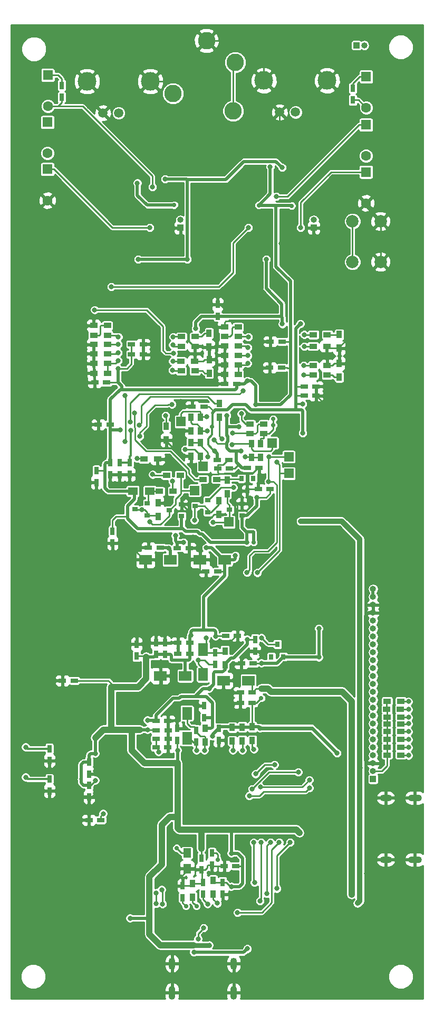
<source format=gbr>
G04 #@! TF.FileFunction,Copper,L4,Bot,Signal*
%FSLAX46Y46*%
G04 Gerber Fmt 4.6, Leading zero omitted, Abs format (unit mm)*
G04 Created by KiCad (PCBNEW 4.0.6) date Tue Sep  5 00:59:50 2017*
%MOMM*%
%LPD*%
G01*
G04 APERTURE LIST*
%ADD10C,0.100000*%
%ADD11R,1.000000X1.000000*%
%ADD12O,1.000000X1.000000*%
%ADD13R,1.200000X0.750000*%
%ADD14R,1.200000X0.900000*%
%ADD15R,0.900000X1.200000*%
%ADD16R,1.250000X1.500000*%
%ADD17R,0.750000X1.200000*%
%ADD18R,2.000000X1.600000*%
%ADD19R,1.600000X2.000000*%
%ADD20R,0.800000X0.900000*%
%ADD21R,0.900000X0.800000*%
%ADD22C,2.000000*%
%ADD23R,1.600000X1.600000*%
%ADD24C,1.600000*%
%ADD25R,1.524000X1.524000*%
%ADD26O,1.100000X1.900000*%
%ADD27O,1.100000X2.200000*%
%ADD28O,1.900000X1.100000*%
%ADD29O,2.200000X1.100000*%
%ADD30R,1.500000X1.300000*%
%ADD31C,3.000000*%
%ADD32C,1.500000*%
%ADD33C,2.800000*%
%ADD34C,0.800000*%
%ADD35C,0.700000*%
%ADD36C,0.500000*%
%ADD37C,0.625000*%
%ADD38C,0.250000*%
%ADD39C,0.375000*%
%ADD40C,1.000000*%
%ADD41C,0.750000*%
%ADD42C,0.875000*%
%ADD43C,0.254000*%
G04 APERTURE END LIST*
D10*
D11*
X145964500Y-155165000D03*
D12*
X145964500Y-153895000D03*
X145964500Y-152625000D03*
X145964500Y-151355000D03*
X145964500Y-150085000D03*
X145964500Y-148815000D03*
X145964500Y-147545000D03*
X145964500Y-146275000D03*
X145964500Y-145005000D03*
X145964500Y-143735000D03*
X145964500Y-142465000D03*
X145964500Y-141195000D03*
X145964500Y-139925000D03*
X145964500Y-138655000D03*
X145964500Y-137385000D03*
X145964500Y-136115000D03*
X145964500Y-134845000D03*
X145964500Y-133575000D03*
X145964500Y-132305000D03*
X145964500Y-131035000D03*
X145964500Y-129765000D03*
X145964500Y-128495000D03*
X145964500Y-127225000D03*
X145964500Y-125955000D03*
X145964500Y-124685000D03*
D13*
X126540000Y-141270000D03*
X124640000Y-141270000D03*
D14*
X148216950Y-147481850D03*
X150416950Y-147481850D03*
X148216950Y-146338850D03*
X150416950Y-146338850D03*
X148207950Y-145195850D03*
X150407950Y-145195850D03*
X148216950Y-148751850D03*
X150416950Y-148751850D03*
D13*
X123950000Y-169100000D03*
X122050000Y-169100000D03*
D14*
X148164950Y-143925850D03*
X150364950Y-143925850D03*
D15*
X117000000Y-174100000D03*
X117000000Y-171900000D03*
D16*
X116100000Y-167000000D03*
X116100000Y-169500000D03*
D17*
X115400000Y-174150000D03*
X115400000Y-172250000D03*
X120100000Y-167000000D03*
X120100000Y-168900000D03*
X118700000Y-173600000D03*
X118700000Y-171700000D03*
X118379000Y-167800000D03*
X118379000Y-169700000D03*
X121800000Y-171700000D03*
X121800000Y-173600000D03*
D18*
X125935000Y-139359000D03*
X121935000Y-139359000D03*
D17*
X118865000Y-145301000D03*
X118865000Y-143401000D03*
D18*
X115807000Y-138597000D03*
X111807000Y-138597000D03*
D13*
X116535000Y-135041000D03*
X114635000Y-135041000D03*
D17*
X127015000Y-132755000D03*
X127015000Y-134655000D03*
X112550000Y-135200000D03*
X112550000Y-133300000D03*
D13*
X111115000Y-145791000D03*
X113015000Y-145791000D03*
D17*
X108000000Y-135450000D03*
X108000000Y-133550000D03*
D13*
X111125000Y-150061000D03*
X113025000Y-150061000D03*
X111135000Y-148711000D03*
X113035000Y-148711000D03*
D17*
X117595000Y-147341000D03*
X117595000Y-149241000D03*
D19*
X116095000Y-144601000D03*
X116095000Y-148601000D03*
D17*
X120620000Y-134900000D03*
X120620000Y-136800000D03*
D19*
X118700000Y-134400000D03*
X118700000Y-138400000D03*
D13*
X116535000Y-133263000D03*
X114635000Y-133263000D03*
X122280000Y-132160000D03*
X124180000Y-132160000D03*
X126705000Y-136641000D03*
X124805000Y-136641000D03*
X126560000Y-142950000D03*
X124660000Y-142950000D03*
X111135000Y-147341000D03*
X113035000Y-147341000D03*
D17*
X111120000Y-135200000D03*
X111120000Y-133300000D03*
X93995000Y-155173000D03*
X93995000Y-157073000D03*
X100345000Y-156123000D03*
X100345000Y-158023000D03*
X100345000Y-152445000D03*
X100345000Y-154345000D03*
D13*
X102245000Y-161711000D03*
X100345000Y-161711000D03*
X97993000Y-139359000D03*
X96093000Y-139359000D03*
D17*
X93995000Y-150281000D03*
X93995000Y-152181000D03*
X114475000Y-148931000D03*
X114475000Y-147031000D03*
X121173000Y-147045000D03*
X121173000Y-148945000D03*
D20*
X131521000Y-135549000D03*
X129621000Y-135549000D03*
X130571000Y-133549000D03*
D15*
X120300000Y-173600000D03*
X120300000Y-171400000D03*
X124955000Y-146821000D03*
X124955000Y-149021000D03*
X123345000Y-146861000D03*
X123345000Y-149061000D03*
X126555000Y-146801000D03*
X126555000Y-149001000D03*
X118985000Y-147041000D03*
X118985000Y-149241000D03*
X122189000Y-136819000D03*
X122189000Y-134619000D03*
D14*
X148207950Y-151291850D03*
X150407950Y-151291850D03*
X148216950Y-150021850D03*
X150416950Y-150021850D03*
X148207950Y-142685850D03*
X150407950Y-142685850D03*
D13*
X122165000Y-91780000D03*
X124065000Y-91780000D03*
X101850000Y-98300000D03*
X103750000Y-98300000D03*
D17*
X103725000Y-106340000D03*
X103725000Y-104440000D03*
D13*
X121025000Y-105375000D03*
X122925000Y-105375000D03*
D17*
X101525000Y-107600849D03*
X101525000Y-105700849D03*
D13*
X131350000Y-85000000D03*
X129450000Y-85000000D03*
X129350000Y-89200000D03*
X131250000Y-89200000D03*
X109064911Y-85422101D03*
X107164911Y-85422101D03*
D17*
X104137000Y-117310000D03*
X104137000Y-115410000D03*
D13*
X101265000Y-91560000D03*
X103165000Y-91560000D03*
X109064911Y-87073101D03*
X107164911Y-87073101D03*
X122850000Y-103975000D03*
X120950000Y-103975000D03*
D17*
X105285000Y-104460000D03*
X105285000Y-106360000D03*
D13*
X116925000Y-95425000D03*
X118825000Y-95425000D03*
D17*
X121000000Y-79050000D03*
X121000000Y-80950000D03*
D13*
X136800000Y-92200000D03*
X134900000Y-92200000D03*
X136800000Y-93700000D03*
X134900000Y-93700000D03*
D17*
X106875000Y-106325000D03*
X106875000Y-104425000D03*
X95973500Y-43932000D03*
X95973500Y-45832000D03*
X142706177Y-44387457D03*
X142706177Y-46287457D03*
D13*
X109875000Y-118025000D03*
X111775000Y-118025000D03*
X116425000Y-118100000D03*
X114525000Y-118100000D03*
D18*
X113425000Y-120000000D03*
X109425000Y-120000000D03*
D13*
X119109000Y-121891000D03*
X121009000Y-121891000D03*
D18*
X122175000Y-120000000D03*
X118175000Y-120000000D03*
D13*
X127525000Y-108700000D03*
X129425000Y-108700000D03*
X127675000Y-105300000D03*
X125775000Y-105300000D03*
D21*
X119425000Y-110450000D03*
X119425000Y-112350000D03*
X117425000Y-111400000D03*
X109725000Y-110950000D03*
X109725000Y-112850000D03*
X107725000Y-111900000D03*
D20*
X124825000Y-106950000D03*
X126725000Y-106950000D03*
X125775000Y-108950000D03*
D21*
X124925000Y-111000000D03*
X124925000Y-112900000D03*
X122925000Y-111950000D03*
X115225000Y-111100000D03*
X115225000Y-113000000D03*
X113225000Y-112050000D03*
D14*
X122147877Y-85746761D03*
X124347877Y-85746761D03*
X101128582Y-85472156D03*
X103328582Y-85472156D03*
X120875000Y-107100000D03*
X118675000Y-107100000D03*
D15*
X122516500Y-109400000D03*
X122516500Y-107200000D03*
D14*
X115000000Y-106450000D03*
X112800000Y-106450000D03*
D15*
X116725000Y-97125000D03*
X116725000Y-99325000D03*
X116725000Y-101175000D03*
X116725000Y-103375000D03*
X127925000Y-103600000D03*
X127925000Y-101400000D03*
D14*
X126225000Y-99775000D03*
X128425000Y-99775000D03*
D15*
X126450000Y-101400000D03*
X126450000Y-103600000D03*
D14*
X126225000Y-98275000D03*
X128425000Y-98275000D03*
D15*
X121250000Y-94950000D03*
X121250000Y-97150000D03*
X112775000Y-98600000D03*
X112775000Y-100800000D03*
D14*
X109175000Y-103850000D03*
X111375000Y-103850000D03*
X124322877Y-87221761D03*
X122122877Y-87221761D03*
X103318582Y-86942156D03*
X101118582Y-86942156D03*
X124347877Y-88721761D03*
X122147877Y-88721761D03*
X103318582Y-88512156D03*
X101118582Y-88512156D03*
X124297877Y-90271761D03*
X122097877Y-90271761D03*
X103348582Y-90082156D03*
X101148582Y-90082156D03*
X124347877Y-84196761D03*
X122147877Y-84196761D03*
X124297877Y-82671761D03*
X122097877Y-82671761D03*
X103308582Y-83982156D03*
X101108582Y-83982156D03*
X103308582Y-82432156D03*
X101108582Y-82432156D03*
X136372877Y-90371761D03*
X138572877Y-90371761D03*
D15*
X140532877Y-90711761D03*
X140532877Y-88511761D03*
D14*
X115178582Y-89722156D03*
X117378582Y-89722156D03*
D15*
X119638582Y-90092156D03*
X119638582Y-87892156D03*
X140532877Y-83871761D03*
X140532877Y-86071761D03*
D14*
X115188582Y-84232156D03*
X117388582Y-84232156D03*
D15*
X119628582Y-83692156D03*
X119628582Y-85892156D03*
D14*
X136362877Y-88871761D03*
X138562877Y-88871761D03*
X115148582Y-88172156D03*
X117348582Y-88172156D03*
X136332877Y-85761761D03*
X138532877Y-85761761D03*
X115168582Y-85762156D03*
X117368582Y-85762156D03*
D15*
X118275000Y-97175000D03*
X118275000Y-99375000D03*
X118225000Y-103425000D03*
X118225000Y-101225000D03*
X121175000Y-112750000D03*
X121175000Y-110550000D03*
D14*
X136382877Y-83911761D03*
X138582877Y-83911761D03*
D15*
X111425000Y-110900000D03*
X111425000Y-113100000D03*
D22*
X147162500Y-72234000D03*
X142662500Y-72234000D03*
X147162500Y-65734000D03*
X142662500Y-65734000D03*
D23*
X93687500Y-49835000D03*
D24*
X93687500Y-54835000D03*
D23*
X93687500Y-57391500D03*
D24*
X93687500Y-62391500D03*
D23*
X144821500Y-50263000D03*
D24*
X144821500Y-55263000D03*
D23*
X144821500Y-57819500D03*
D24*
X144821500Y-62819500D03*
D23*
X144865177Y-42545957D03*
D24*
X144865177Y-47545957D03*
D23*
X93751000Y-42295000D03*
D24*
X93751000Y-47295000D03*
D14*
X111675000Y-109000000D03*
X113875000Y-109000000D03*
D11*
X143281000Y-37516000D03*
D12*
X144551000Y-37516000D03*
D11*
X115040000Y-66773000D03*
D12*
X115040000Y-65503000D03*
D11*
X136439500Y-66773000D03*
D12*
X136439500Y-65503000D03*
D25*
X122800000Y-113950000D03*
X117325000Y-108900000D03*
X118695000Y-105045000D03*
X115125000Y-97855000D03*
X129775000Y-101285000D03*
X132439000Y-106143000D03*
X132435000Y-103475000D03*
D26*
X113695000Y-184741000D03*
X123595000Y-184741000D03*
D27*
X113695000Y-189416000D03*
X123595000Y-189416000D03*
D28*
X148011500Y-168069000D03*
X148011500Y-158169000D03*
D29*
X152686500Y-168069000D03*
X152686500Y-158169000D03*
D30*
X107375000Y-109000000D03*
X110075000Y-109000000D03*
D31*
X100037500Y-43294500D03*
X110197500Y-43294500D03*
D32*
X102577500Y-48374500D03*
X105117500Y-48374500D03*
D33*
X119217000Y-36763000D03*
X123817000Y-40263000D03*
X113817000Y-45263000D03*
X123517000Y-48063000D03*
D31*
X128422000Y-43167500D03*
X138582000Y-43167500D03*
D32*
X130962000Y-48247500D03*
X133502000Y-48247500D03*
D34*
X137248500Y-135623500D03*
X137248500Y-130988000D03*
X140169500Y-150990500D03*
X123855000Y-119345000D03*
X119175000Y-118085000D03*
X113150000Y-118175000D03*
D35*
X128000000Y-142175000D03*
D34*
X117109000Y-181777000D03*
X90185000Y-150027000D03*
X90184998Y-154853000D03*
X102631000Y-160695000D03*
X106949000Y-177459000D03*
X116730590Y-132076395D03*
X109520002Y-135549000D03*
X119649000Y-181777000D03*
X134127000Y-163743000D03*
X120157000Y-148249000D03*
X120665000Y-132247000D03*
X112029000Y-166029000D03*
X123205000Y-167045000D03*
X118379000Y-166283000D03*
X123205000Y-172379000D03*
X109743000Y-147233000D03*
X127777000Y-146979000D03*
X114569000Y-150535000D03*
X103901000Y-140375000D03*
X101361000Y-155361000D03*
X101361000Y-151043000D03*
X110069000Y-172125000D03*
X128031000Y-136565000D03*
X95201000Y-158445000D03*
X96661000Y-159635000D03*
X93891000Y-159685000D03*
X102801000Y-178655000D03*
X104461000Y-178655000D03*
X106281000Y-179745000D03*
X108611000Y-179025000D03*
X111301000Y-178565000D03*
X111801000Y-176835000D03*
X120066500Y-108318500D03*
X126199500Y-110096500D03*
X114388500Y-54915000D03*
X132490653Y-138803153D03*
X133248000Y-158102500D03*
X144932000Y-170294500D03*
X117015000Y-116375000D03*
X114135866Y-102289134D03*
D35*
X148175000Y-75225000D03*
X115883492Y-107371312D03*
D34*
X115975000Y-109924998D03*
X126914500Y-74583500D03*
X129962500Y-74520000D03*
D35*
X133645500Y-74583500D03*
X136503000Y-74583500D03*
D34*
X106531000Y-74900998D03*
X118786500Y-72869000D03*
X121390000Y-73100000D03*
D35*
X103861356Y-77326703D03*
D34*
X139868500Y-64677500D03*
X137836500Y-68170000D03*
X134915500Y-68170000D03*
X124692000Y-52485500D03*
X133137500Y-52485500D03*
X134979000Y-57883000D03*
D35*
X122406000Y-52422000D03*
D34*
X115075000Y-94575000D03*
D35*
X140123946Y-92025000D03*
X140123946Y-93225000D03*
X140123946Y-105725000D03*
X140025000Y-104125000D03*
X140025000Y-107725000D03*
X111045000Y-141425000D03*
X109695000Y-141155000D03*
X109675000Y-142955000D03*
X110135000Y-144425000D03*
X115895000Y-140385000D03*
X114075000Y-140395000D03*
X111235000Y-143005000D03*
D34*
X115272925Y-142927421D03*
D35*
X124255000Y-144405000D03*
X125295000Y-145535000D03*
X123345000Y-145605000D03*
X121173000Y-145620000D03*
X127565000Y-145625000D03*
X127575000Y-144335000D03*
X125705000Y-144345000D03*
X122125000Y-144315000D03*
X123325000Y-170525000D03*
X115125000Y-170825000D03*
X119625000Y-170225000D03*
X121025000Y-170225000D03*
X122525000Y-66825000D03*
X120225000Y-66825000D03*
X117725000Y-66825000D03*
X117425000Y-52625000D03*
X120225000Y-52425000D03*
X122325000Y-54125000D03*
X120125000Y-54125000D03*
X117625000Y-54225000D03*
X117725000Y-56125000D03*
X120125000Y-56225000D03*
X122325000Y-56125000D03*
X122325000Y-57825000D03*
X120125000Y-57925000D03*
X117625000Y-57825000D03*
X117625000Y-59925000D03*
X120125000Y-59925000D03*
X122425000Y-59925000D03*
X122425000Y-61425000D03*
X120125000Y-61425000D03*
X117625000Y-61425000D03*
D34*
X116325000Y-114225000D03*
D35*
X102825000Y-78525000D03*
X101225000Y-77325000D03*
X101225000Y-75425000D03*
X101225000Y-73625000D03*
X101325000Y-71825000D03*
X101425000Y-69825000D03*
X101325000Y-67925000D03*
X103125000Y-67925000D03*
X103125000Y-69825000D03*
X104725000Y-69825000D03*
X104725000Y-68025000D03*
X101265000Y-94600000D03*
X102525000Y-96325000D03*
X102525000Y-94025000D03*
X124525000Y-79925000D03*
X122225000Y-79925000D03*
X119425000Y-79925000D03*
X117425000Y-79825000D03*
X108325000Y-83725000D03*
X110425000Y-83625000D03*
X110425000Y-85225000D03*
X110425000Y-86925000D03*
X110425000Y-89325000D03*
X108225000Y-91825000D03*
X107125000Y-91025000D03*
X109025000Y-91025000D03*
X110925000Y-91025000D03*
X112725000Y-91025000D03*
X114725000Y-91025000D03*
X116525000Y-91025000D03*
X118025000Y-91025000D03*
X140025000Y-110025000D03*
X138625000Y-105725000D03*
X138625000Y-107425000D03*
X132925000Y-112425000D03*
X131725000Y-112425000D03*
X131725000Y-110425000D03*
X132925000Y-110425000D03*
X128525000Y-90825000D03*
X128125000Y-92125000D03*
X129325000Y-92125000D03*
X129725000Y-90725000D03*
X129325000Y-87725000D03*
X129350000Y-86400000D03*
X138925000Y-92025000D03*
X138925000Y-93325000D03*
X102025000Y-111925000D03*
X101125000Y-113825000D03*
X101125000Y-116225000D03*
X101025000Y-118525000D03*
X101125000Y-120925000D03*
X102425000Y-122825000D03*
X104725000Y-124025000D03*
X107925000Y-124625000D03*
X101885000Y-103600000D03*
X98925000Y-64725000D03*
X98925000Y-66825000D03*
X98925000Y-68625000D03*
X98925000Y-70325000D03*
X98925000Y-72325000D03*
X98925000Y-74425000D03*
X98925000Y-76925000D03*
X98925000Y-79225000D03*
X98925000Y-81525000D03*
X98925000Y-83925000D03*
X98925000Y-86325000D03*
X98925000Y-88325000D03*
X98925000Y-90625000D03*
X98925000Y-92825000D03*
X98925000Y-94925000D03*
X98925000Y-97025000D03*
X99025000Y-99125000D03*
X100125000Y-100425000D03*
X103525000Y-111025000D03*
X102325000Y-110025000D03*
X101425000Y-109125000D03*
D34*
X114850000Y-126100000D03*
X108100000Y-118200000D03*
X131215010Y-69300000D03*
D35*
X123400000Y-143425000D03*
D34*
X134795000Y-81001770D03*
X138125000Y-95000000D03*
X114405000Y-80360000D03*
X101885000Y-101570000D03*
X125775000Y-69290000D03*
X125775000Y-73100000D03*
X114125000Y-104925000D03*
X113475000Y-110150000D03*
X116375000Y-119750000D03*
X117326780Y-178584540D03*
X135725000Y-181523000D03*
X136106000Y-165775000D03*
X90185000Y-152567000D03*
X90185000Y-157139000D03*
X112029000Y-140375000D03*
X114797773Y-132113677D03*
X112051948Y-132031543D03*
X109610130Y-134202437D03*
X123458994Y-134533000D03*
X132349000Y-182539000D03*
X130825000Y-177205000D03*
X113553000Y-164251000D03*
X134889000Y-170347000D03*
X140985000Y-169331000D03*
X128031000Y-135295000D03*
X114569000Y-168315000D03*
X122189000Y-174919000D03*
X121173000Y-150281000D03*
X93233000Y-140375000D03*
X101361000Y-157393000D03*
X101361000Y-153837000D03*
X103647000Y-180507000D03*
X109235000Y-169839000D03*
X104155000Y-168569000D03*
X105425000Y-174157000D03*
X117182500Y-182931000D03*
X125755000Y-182359500D03*
X119648980Y-140629000D03*
X142509000Y-173649000D03*
X125745000Y-132755004D03*
X128031000Y-140629000D03*
X109743000Y-145709000D03*
X111521000Y-150789000D03*
D35*
X115925000Y-175525000D03*
X121025000Y-168125000D03*
X114425000Y-166225000D03*
D34*
X119395000Y-175173000D03*
X118887000Y-150535000D03*
X117617000Y-150535000D03*
X119144474Y-132503990D03*
X117871000Y-136057000D03*
X128030980Y-132501000D03*
X118772185Y-179014145D03*
X117871010Y-180760990D03*
X112030687Y-172886007D03*
X112167973Y-175178795D03*
X111169010Y-173393488D03*
X111169010Y-175133006D03*
X127914000Y-156451496D03*
X135724500Y-155308500D03*
X126820010Y-150366168D03*
X126072500Y-157848500D03*
X135724500Y-156578500D03*
X126517000Y-156769000D03*
X133946500Y-154038500D03*
X127095000Y-154332502D03*
X130136500Y-152832000D03*
X124194813Y-176542209D03*
X130895000Y-165291000D03*
X123459000Y-150535000D03*
X127995000Y-165290998D03*
X127820000Y-174691010D03*
X124983000Y-150535000D03*
X129501500Y-165278000D03*
X128866500Y-173533000D03*
X130517500Y-172707500D03*
X132645000Y-165291000D03*
X126925000Y-171725000D03*
X126795000Y-165341000D03*
X151653000Y-151360500D03*
X151653000Y-150090500D03*
X151653000Y-148820500D03*
X151653000Y-147550500D03*
X151653000Y-146280500D03*
X151653000Y-145264500D03*
X151653000Y-143994500D03*
X151653000Y-142724500D03*
D35*
X117625000Y-175525000D03*
D34*
X120939740Y-175079666D03*
X143799999Y-155165000D03*
X115542647Y-117195587D03*
D35*
X134350000Y-113800000D03*
X143450000Y-175075000D03*
D34*
X114225000Y-116150000D03*
X125755000Y-91325000D03*
X129454500Y-56994000D03*
D35*
X127613000Y-63153502D03*
D34*
X108118500Y-59597500D03*
D35*
X114025000Y-63125000D03*
X132885000Y-63245000D03*
D34*
X120437688Y-100821991D03*
D35*
X126775000Y-117200000D03*
D34*
X122475000Y-96874966D03*
X105389990Y-99150000D03*
X105005000Y-89320000D03*
X127095000Y-95150000D03*
X124450000Y-98675000D03*
X124775000Y-102525000D03*
X127287660Y-109987340D03*
X125725000Y-117200000D03*
X134675000Y-95025000D03*
X131359500Y-57121000D03*
X112563500Y-58962498D03*
X120525000Y-102599982D03*
X107024992Y-99225000D03*
X131400000Y-82200000D03*
D35*
X120125000Y-98650000D03*
D34*
X134285000Y-82160000D03*
X117455000Y-82910000D03*
X128825000Y-71810000D03*
X116123000Y-71830004D03*
X108249000Y-71830000D03*
X134675000Y-99675000D03*
X110515000Y-60249000D03*
X110134000Y-66726000D03*
X130407000Y-61756500D03*
X134344000Y-66773000D03*
D35*
X129925000Y-97425000D03*
X129925000Y-98425000D03*
D34*
X113768371Y-107373621D03*
X123532500Y-108382000D03*
X117275000Y-113650000D03*
X108842179Y-111949232D03*
X110575000Y-106325000D03*
X120236376Y-114013943D03*
X110093609Y-113950276D03*
X125847877Y-85971761D03*
X106112490Y-101040000D03*
X106165000Y-93660000D03*
X105018582Y-85472768D03*
X101255000Y-79930000D03*
X113905000Y-86860000D03*
X125847877Y-87271761D03*
X105038582Y-86807156D03*
X125822877Y-88521761D03*
X105018582Y-88077156D03*
X125922877Y-84296761D03*
X105068582Y-84267156D03*
X134872877Y-90371761D03*
X113745000Y-89620000D03*
X134912877Y-83901761D03*
X113865000Y-84267156D03*
X134832877Y-88851761D03*
X113805000Y-88152156D03*
X134902877Y-85781761D03*
X113805000Y-85537156D03*
X107685000Y-96460000D03*
X119330003Y-99381289D03*
X119450000Y-103525000D03*
X119275000Y-97050000D03*
X115775010Y-102325000D03*
X125475000Y-103475000D03*
X123375000Y-99725000D03*
X121725000Y-100625016D03*
X123319998Y-101525000D03*
X124805000Y-96585000D03*
X108383767Y-98376888D03*
X113675000Y-95075000D03*
X108524999Y-100200000D03*
X112675000Y-96900000D03*
X108100000Y-103725000D03*
X103927500Y-76234502D03*
X125945000Y-66760000D03*
X125065000Y-92889990D03*
X106950010Y-97876219D03*
X127375000Y-122070000D03*
X130549989Y-104343003D03*
X125725000Y-122050000D03*
X129250021Y-103525770D03*
X129175000Y-107475000D03*
D36*
X137248500Y-135623500D02*
X131595500Y-135623500D01*
X131595500Y-135623500D02*
X131521000Y-135549000D01*
X137248500Y-130988000D02*
X137248500Y-135623500D01*
D37*
X139769501Y-150590501D02*
X140169500Y-150990500D01*
X127777000Y-146979000D02*
X136158000Y-146979000D01*
X136158000Y-146979000D02*
X139769501Y-150590501D01*
D36*
X123855000Y-119820000D02*
X123855000Y-119345000D01*
X123675000Y-120000000D02*
X123855000Y-119820000D01*
X122175000Y-120000000D02*
X123675000Y-120000000D01*
X119740685Y-118085000D02*
X119175000Y-118085000D01*
X120060000Y-118085000D02*
X119740685Y-118085000D01*
X122175000Y-120000000D02*
X121975000Y-120000000D01*
X121975000Y-120000000D02*
X120060000Y-118085000D01*
D38*
X121009000Y-121891000D02*
X121859000Y-121891000D01*
X121859000Y-121891000D02*
X122175000Y-121891000D01*
D36*
X122175000Y-122503000D02*
X122175000Y-121891000D01*
X122175000Y-121891000D02*
X122175000Y-120000000D01*
X118775000Y-131231000D02*
X118775000Y-125903000D01*
X118775000Y-125903000D02*
X122175000Y-122503000D01*
X145964500Y-124685000D02*
X145964500Y-125955000D01*
D38*
X108000000Y-135450000D02*
X109421002Y-135450000D01*
X109421002Y-135450000D02*
X109520002Y-135549000D01*
X126555000Y-146801000D02*
X126555000Y-142955000D01*
X126555000Y-142955000D02*
X126560000Y-142950000D01*
X126560000Y-142950000D02*
X127225000Y-142950000D01*
X127225000Y-142950000D02*
X128000000Y-142175000D01*
X122280000Y-132160000D02*
X120752000Y-132160000D01*
X120752000Y-132160000D02*
X120665000Y-132247000D01*
D36*
X112550000Y-135200000D02*
X113425000Y-135200000D01*
X113425000Y-135200000D02*
X113553000Y-135328000D01*
X113553000Y-135328000D02*
X113553000Y-136057000D01*
X111120000Y-135200000D02*
X112550000Y-135200000D01*
X109520002Y-135549000D02*
X110771000Y-135549000D01*
X110771000Y-135549000D02*
X111120000Y-135200000D01*
D38*
X121800000Y-171700000D02*
X120600000Y-171700000D01*
X120600000Y-171700000D02*
X120300000Y-171400000D01*
X123205000Y-172379000D02*
X123079000Y-172379000D01*
X123079000Y-172379000D02*
X122400000Y-171700000D01*
X122400000Y-171700000D02*
X121800000Y-171700000D01*
X118379000Y-167800000D02*
X118379000Y-167299000D01*
D36*
X124983000Y-171871000D02*
X124983000Y-169100000D01*
X124983000Y-169100000D02*
X124983000Y-167807000D01*
D38*
X123950000Y-169100000D02*
X124983000Y-169100000D01*
D36*
X118775000Y-131231000D02*
X120411000Y-131231000D01*
X117010300Y-131231000D02*
X118775000Y-131231000D01*
X111775000Y-118025000D02*
X113000000Y-118025000D01*
X113000000Y-118025000D02*
X113150000Y-118175000D01*
X113425000Y-120000000D02*
X113425000Y-118450000D01*
X113425000Y-118450000D02*
X113150000Y-118175000D01*
D38*
X126705000Y-136641000D02*
X127955000Y-136641000D01*
X127955000Y-136641000D02*
X128031000Y-136565000D01*
D36*
X130505000Y-136565000D02*
X131521000Y-135549000D01*
D38*
X148164950Y-143925850D02*
X148164950Y-142728850D01*
X148164950Y-142728850D02*
X148207950Y-142685850D01*
X148207950Y-145195850D02*
X148207950Y-143968850D01*
X148207950Y-143968850D02*
X148164950Y-143925850D01*
X148216950Y-146338850D02*
X148216950Y-145204850D01*
X148216950Y-145204850D02*
X148207950Y-145195850D01*
X148216950Y-147481850D02*
X148216950Y-146338850D01*
X148216950Y-148751850D02*
X148216950Y-147481850D01*
X148216950Y-150021850D02*
X148216950Y-148751850D01*
X148207950Y-151291850D02*
X148207950Y-150030850D01*
X148207950Y-150030850D02*
X148216950Y-150021850D01*
X147335000Y-153900500D02*
X148207950Y-153027550D01*
X148207950Y-153027550D02*
X148207950Y-151291850D01*
X145811000Y-153900500D02*
X147335000Y-153900500D01*
D36*
X99075000Y-155728000D02*
X99075000Y-155107000D01*
X99075000Y-155107000D02*
X99075000Y-152821000D01*
X99009000Y-155173000D02*
X99075000Y-155107000D01*
D39*
X90439000Y-150281000D02*
X90185000Y-150027000D01*
X93995000Y-150281000D02*
X90439000Y-150281000D01*
X90504998Y-155173000D02*
X90184998Y-154853000D01*
X93995000Y-155173000D02*
X90504998Y-155173000D01*
D38*
X102245000Y-161711000D02*
X102245000Y-161081000D01*
X102245000Y-161081000D02*
X102631000Y-160695000D01*
D40*
X109520002Y-139073998D02*
X109520002Y-135549000D01*
X103901000Y-140375000D02*
X108219000Y-140375000D01*
X108219000Y-140375000D02*
X109520002Y-139073998D01*
X103901000Y-147233000D02*
X103901000Y-140375000D01*
X107203000Y-147233000D02*
X102631000Y-147233000D01*
X102631000Y-147233000D02*
X101361000Y-148503000D01*
D36*
X109743000Y-147233000D02*
X108473000Y-147233000D01*
D40*
X107203000Y-147233000D02*
X108473000Y-147233000D01*
X107203000Y-150535000D02*
X107203000Y-147233000D01*
X114569000Y-152567000D02*
X109235000Y-152567000D01*
X109235000Y-152567000D02*
X107203000Y-150535000D01*
D41*
X117109000Y-181777000D02*
X119649000Y-181777000D01*
D40*
X117109000Y-181777000D02*
X111775000Y-181777000D01*
X111775000Y-181777000D02*
X110069000Y-180071000D01*
X110069000Y-180071000D02*
X110069000Y-172125000D01*
X110069000Y-172125000D02*
X110069000Y-170783000D01*
X112029000Y-166029000D02*
X112029000Y-168823000D01*
X112029000Y-168823000D02*
X110069000Y-170783000D01*
X114823000Y-163235000D02*
X114569000Y-162981000D01*
X114569000Y-162981000D02*
X114569000Y-161203000D01*
X114569000Y-161203000D02*
X114569000Y-152567000D01*
X113299000Y-161203000D02*
X112029000Y-162473000D01*
X112029000Y-162473000D02*
X112029000Y-166029000D01*
X114569000Y-161203000D02*
X113299000Y-161203000D01*
D36*
X114823000Y-163235000D02*
X117871000Y-163235000D01*
D40*
X118379000Y-163235000D02*
X114823000Y-163235000D01*
X118379000Y-166283000D02*
X118379000Y-163235000D01*
D36*
X117871000Y-163235000D02*
X118379000Y-163235000D01*
D40*
X123205000Y-163235000D02*
X118379000Y-163235000D01*
D36*
X124221000Y-167045000D02*
X123205000Y-167045000D01*
X124983000Y-167807000D02*
X124221000Y-167045000D01*
X123205000Y-172379000D02*
X124475000Y-172379000D01*
X124475000Y-172379000D02*
X124983000Y-171871000D01*
X123205000Y-167045000D02*
X123205000Y-163235000D01*
D40*
X124221000Y-163235000D02*
X123205000Y-163235000D01*
D36*
X124221000Y-163235000D02*
X133365000Y-163235000D01*
D40*
X133619000Y-163235000D02*
X124221000Y-163235000D01*
X133619000Y-163235000D02*
X133365000Y-163235000D01*
X134127000Y-163743000D02*
X133619000Y-163235000D01*
D36*
X110069000Y-177459000D02*
X110069000Y-172125000D01*
X110069000Y-180071000D02*
X110069000Y-177459000D01*
X110069000Y-177459000D02*
X106949000Y-177459000D01*
X117871000Y-163235000D02*
X118125000Y-163235000D01*
X116730590Y-132076395D02*
X116730590Y-131510710D01*
X120411000Y-131231000D02*
X120665000Y-131485000D01*
X116730590Y-131510710D02*
X117010300Y-131231000D01*
X120665000Y-131485000D02*
X120665000Y-132247000D01*
X116535000Y-135041000D02*
X116535000Y-132271985D01*
X116535000Y-132271985D02*
X116730590Y-132076395D01*
X115775000Y-136057000D02*
X116394000Y-136057000D01*
X116394000Y-136057000D02*
X116535000Y-135916000D01*
X116535000Y-135916000D02*
X116535000Y-135041000D01*
X113553000Y-136057000D02*
X115775000Y-136057000D01*
X115775000Y-136057000D02*
X115807000Y-136089000D01*
X115807000Y-138597000D02*
X115807000Y-136089000D01*
X115807000Y-136089000D02*
X115839000Y-136057000D01*
D38*
X113553000Y-136057000D02*
X115839000Y-136057000D01*
D36*
X100345000Y-156123000D02*
X99470000Y-156123000D01*
X99470000Y-156123000D02*
X99075000Y-155728000D01*
X99075000Y-152821000D02*
X99451000Y-152445000D01*
X99451000Y-152445000D02*
X100345000Y-152445000D01*
X100599000Y-151043000D02*
X100345000Y-151297000D01*
X100345000Y-151297000D02*
X100345000Y-152445000D01*
X101361000Y-151043000D02*
X100599000Y-151043000D01*
X102631000Y-147233000D02*
X103901000Y-147233000D01*
X101361000Y-151043000D02*
X101361000Y-148503000D01*
X107203000Y-147233000D02*
X103901000Y-147233000D01*
X114569000Y-152567000D02*
X114569000Y-150535000D01*
D38*
X115839000Y-136057000D02*
X116093000Y-136057000D01*
X116093000Y-136057000D02*
X116535000Y-135615000D01*
X116535000Y-135615000D02*
X116535000Y-135041000D01*
X116535000Y-133263000D02*
X116535000Y-135041000D01*
X116535000Y-133263000D02*
X116535000Y-132271985D01*
D36*
X126555000Y-146801000D02*
X127599000Y-146801000D01*
X127599000Y-146801000D02*
X127777000Y-146979000D01*
X126625000Y-146731000D02*
X126555000Y-146801000D01*
X121173000Y-147045000D02*
X121493000Y-146725000D01*
X121493000Y-146725000D02*
X123209000Y-146725000D01*
X123209000Y-146725000D02*
X123345000Y-146861000D01*
X124955000Y-146821000D02*
X126535000Y-146821000D01*
X126535000Y-146821000D02*
X126555000Y-146801000D01*
X123345000Y-146861000D02*
X124915000Y-146861000D01*
X124915000Y-146861000D02*
X124955000Y-146821000D01*
X120157000Y-148249000D02*
X120157000Y-148061000D01*
X120157000Y-148061000D02*
X121173000Y-147045000D01*
X118379000Y-163489000D02*
X118379000Y-166283000D01*
X118125000Y-163235000D02*
X118379000Y-163489000D01*
D38*
X118379000Y-167299000D02*
X118379000Y-166283000D01*
X109743000Y-147233000D02*
X111027000Y-147233000D01*
X111027000Y-147233000D02*
X111135000Y-147341000D01*
X114475000Y-148931000D02*
X114475000Y-150441000D01*
X114475000Y-150441000D02*
X114569000Y-150535000D01*
X103901000Y-140375000D02*
X103901000Y-139809315D01*
X103901000Y-139809315D02*
X103450685Y-139359000D01*
X103450685Y-139359000D02*
X98843000Y-139359000D01*
X98843000Y-139359000D02*
X97993000Y-139359000D01*
X100345000Y-156123000D02*
X100599000Y-156123000D01*
X100599000Y-156123000D02*
X101361000Y-155361000D01*
D36*
X128031000Y-136565000D02*
X130505000Y-136565000D01*
D38*
X126781000Y-136565000D02*
X126705000Y-136641000D01*
D39*
X146011500Y-168069000D02*
X148011500Y-168069000D01*
D38*
X93891000Y-159685000D02*
X96611000Y-159685000D01*
X96611000Y-159685000D02*
X96661000Y-159635000D01*
X104461000Y-178655000D02*
X102801000Y-178655000D01*
X105425000Y-178915000D02*
X105451000Y-178915000D01*
X105451000Y-178915000D02*
X106281000Y-179745000D01*
D36*
X105425000Y-179491000D02*
X105425000Y-178915000D01*
X105425000Y-178915000D02*
X105425000Y-174157000D01*
D38*
X108611000Y-179025000D02*
X105535000Y-179025000D01*
X105535000Y-179025000D02*
X105425000Y-178915000D01*
X114125000Y-176745000D02*
X114125000Y-172825000D01*
X114125000Y-176925000D02*
X114125000Y-176745000D01*
X111891000Y-176745000D02*
X111801000Y-176835000D01*
X114125000Y-176745000D02*
X111891000Y-176745000D01*
X120066500Y-108318500D02*
X119849500Y-108101500D01*
X119849500Y-108101500D02*
X119849500Y-106277501D01*
X119849500Y-106277501D02*
X119865000Y-106262001D01*
X125799501Y-110496499D02*
X126199500Y-110096500D01*
X125775000Y-110521000D02*
X125799501Y-110496499D01*
X125775000Y-110600000D02*
X125775000Y-110521000D01*
X114388500Y-54915000D02*
X116515000Y-54915000D01*
X116515000Y-54915000D02*
X117725000Y-56125000D01*
X117425000Y-52625000D02*
X117425000Y-46317998D01*
X117425000Y-46317998D02*
X114401502Y-43294500D01*
X114401502Y-43294500D02*
X112318820Y-43294500D01*
X112318820Y-43294500D02*
X110197500Y-43294500D01*
X130962000Y-48247500D02*
X130962000Y-50310000D01*
X130962000Y-50310000D02*
X133137500Y-52485500D01*
X128422000Y-43167500D02*
X128422000Y-41046180D01*
X128422000Y-41046180D02*
X124138820Y-36763000D01*
X124138820Y-36763000D02*
X121196898Y-36763000D01*
X121196898Y-36763000D02*
X119217000Y-36763000D01*
D36*
X124805000Y-136641000D02*
X124805000Y-137989000D01*
X124805000Y-137989000D02*
X124685001Y-138108999D01*
X132490653Y-138803153D02*
X131796499Y-138108999D01*
X131796499Y-138108999D02*
X124685001Y-138108999D01*
X123435000Y-139359000D02*
X121935000Y-139359000D01*
X124685001Y-138108999D02*
X123435000Y-139359000D01*
D38*
X133248000Y-158668185D02*
X133248000Y-158102500D01*
X134127000Y-160187000D02*
X133248000Y-159308000D01*
X133248000Y-159308000D02*
X133248000Y-158668185D01*
X146011500Y-168069000D02*
X146011500Y-169215000D01*
X146011500Y-169215000D02*
X144932000Y-170294500D01*
X117742001Y-106262001D02*
X119865000Y-106262001D01*
X119865000Y-106262001D02*
X121087999Y-106262001D01*
X118500001Y-114724999D02*
X119584999Y-114724999D01*
X119584999Y-114724999D02*
X120145000Y-115285000D01*
X120145000Y-115285000D02*
X123574002Y-115285000D01*
X123574002Y-115285000D02*
X124125000Y-114734002D01*
X124125000Y-114734002D02*
X124125000Y-111100000D01*
X124125000Y-111100000D02*
X124225000Y-111000000D01*
X124225000Y-111000000D02*
X124925000Y-111000000D01*
X116615001Y-116774999D02*
X117015000Y-116375000D01*
X116425000Y-116965000D02*
X116615001Y-116774999D01*
X116425000Y-118100000D02*
X116425000Y-116965000D01*
X118175000Y-120000000D02*
X118175000Y-121931000D01*
X118175000Y-121931000D02*
X118156000Y-121950000D01*
X118156000Y-121950000D02*
X117394000Y-121950000D01*
X117394000Y-121950000D02*
X119050000Y-121950000D01*
X119050000Y-121950000D02*
X119109000Y-121891000D01*
X117394000Y-121950000D02*
X115550000Y-121950000D01*
X115050000Y-99925000D02*
X114425000Y-99925000D01*
X114425000Y-99925000D02*
X113595000Y-99095000D01*
X113595000Y-99095000D02*
X113595000Y-96395000D01*
X113595000Y-96395000D02*
X114055000Y-95935000D01*
X114815000Y-95935000D02*
X115075000Y-95675000D01*
X114055000Y-95935000D02*
X114815000Y-95935000D01*
X115075000Y-95675000D02*
X115075000Y-95515000D01*
X115075000Y-94575000D02*
X115075000Y-95515000D01*
X116925000Y-95425000D02*
X115165000Y-95425000D01*
X115165000Y-95425000D02*
X115075000Y-95515000D01*
X116725000Y-103375000D02*
X116725000Y-105245000D01*
X116725000Y-105245000D02*
X117742001Y-106262001D01*
X121087999Y-106262001D02*
X121175000Y-106175000D01*
X115039134Y-102289134D02*
X114701551Y-102289134D01*
X115050000Y-102300000D02*
X115039134Y-102289134D01*
X112775000Y-100800000D02*
X112775000Y-100950000D01*
X114114134Y-102289134D02*
X114135866Y-102289134D01*
X112775000Y-100950000D02*
X114114134Y-102289134D01*
X114701551Y-102289134D02*
X114135866Y-102289134D01*
X114690685Y-104925000D02*
X114125000Y-104925000D01*
X115013590Y-104925000D02*
X114690685Y-104925000D01*
X115925001Y-105836411D02*
X115013590Y-104925000D01*
X115883492Y-107371312D02*
X115925001Y-107329803D01*
X115925001Y-107329803D02*
X115925001Y-105836411D01*
X148175000Y-75719974D02*
X148175000Y-75225000D01*
X148175000Y-76710000D02*
X148175000Y-75719974D01*
X141585000Y-83300000D02*
X148175000Y-76710000D01*
X127675000Y-105300000D02*
X127675000Y-108550000D01*
X127675000Y-108550000D02*
X127525000Y-108700000D01*
X115575001Y-110324997D02*
X115975000Y-109924998D01*
X115275000Y-110624998D02*
X115575001Y-110324997D01*
X115275000Y-111100000D02*
X115275000Y-110624998D01*
X136008026Y-74583500D02*
X136503000Y-74583500D01*
X136852999Y-74233501D02*
X136503000Y-74583500D01*
X137328500Y-73758000D02*
X136852999Y-74233501D01*
X134922000Y-74583500D02*
X136008026Y-74583500D01*
X137328500Y-70964000D02*
X137328500Y-73758000D01*
X134795000Y-74710500D02*
X134922000Y-74583500D01*
X118786500Y-72869000D02*
X108562998Y-72869000D01*
X106930999Y-74500999D02*
X106531000Y-74900998D01*
X108562998Y-72869000D02*
X106930999Y-74500999D01*
X103861356Y-77488644D02*
X103861356Y-77326703D01*
X102825000Y-78525000D02*
X103861356Y-77488644D01*
X137773000Y-66773000D02*
X139468501Y-65077499D01*
X136439500Y-66773000D02*
X137773000Y-66773000D01*
X139468501Y-65077499D02*
X139868500Y-64677500D01*
X137836500Y-68735685D02*
X137836500Y-68170000D01*
X137836500Y-69186000D02*
X137836500Y-68735685D01*
X137328500Y-69694000D02*
X137836500Y-69186000D01*
X135315499Y-68569999D02*
X134915500Y-68170000D01*
X137328500Y-70583000D02*
X135315499Y-68569999D01*
X137328500Y-70964000D02*
X137328500Y-70583000D01*
X134979000Y-57883000D02*
X134661500Y-57565500D01*
X134661500Y-57565500D02*
X134661500Y-54009500D01*
X134661500Y-54009500D02*
X133137500Y-52485500D01*
X122406000Y-52422000D02*
X124628500Y-52422000D01*
X124628500Y-52422000D02*
X124692000Y-52485500D01*
X133137500Y-52485500D02*
X124692000Y-52485500D01*
X147162500Y-65734000D02*
X144821500Y-63393000D01*
X144821500Y-63393000D02*
X144821500Y-62819500D01*
X147162500Y-65734000D02*
X147162500Y-72234000D01*
X146663000Y-72733500D02*
X147162500Y-72234000D01*
X122325000Y-52503000D02*
X122406000Y-52422000D01*
X122325000Y-54125000D02*
X122325000Y-52503000D01*
X137328500Y-69694000D02*
X137328500Y-70964000D01*
X137328500Y-68412000D02*
X137328500Y-69694000D01*
X136439500Y-66773000D02*
X136439500Y-67523000D01*
X136439500Y-67523000D02*
X137328500Y-68412000D01*
X134795000Y-74710500D02*
X134795000Y-71700000D01*
X134795000Y-81001770D02*
X134795000Y-74710500D01*
D36*
X144775000Y-152142606D02*
X144775000Y-128977394D01*
X144775000Y-128977394D02*
X145257394Y-128495000D01*
X145257394Y-128495000D02*
X145964500Y-128495000D01*
X145964500Y-152625000D02*
X145257394Y-152625000D01*
X145257394Y-152625000D02*
X144775000Y-152142606D01*
D38*
X109064911Y-87073101D02*
X110276899Y-87073101D01*
X110276899Y-87073101D02*
X110425000Y-86925000D01*
X109064911Y-85422101D02*
X110227899Y-85422101D01*
X110227899Y-85422101D02*
X110425000Y-85225000D01*
X121025000Y-104725000D02*
X121875000Y-104725000D01*
X121025000Y-105375000D02*
X121025000Y-104725000D01*
X127675000Y-105300000D02*
X127450000Y-105300000D01*
X127450000Y-105300000D02*
X126575001Y-106174999D01*
X126575001Y-106174999D02*
X121175000Y-106175000D01*
X121175000Y-106175000D02*
X121025000Y-106025000D01*
X121025000Y-106025000D02*
X121025000Y-105375000D01*
X121875000Y-104725000D02*
X122625000Y-103975000D01*
X122625000Y-103975000D02*
X122850000Y-103975000D01*
X101525000Y-107600849D02*
X100900000Y-107600849D01*
X100900000Y-107600849D02*
X100125000Y-106825849D01*
X100125000Y-106825849D02*
X100125000Y-100919974D01*
X100125000Y-100919974D02*
X100125000Y-100425000D01*
X101525000Y-107600849D02*
X101525000Y-109025000D01*
X101525000Y-109025000D02*
X101425000Y-109125000D01*
X145964500Y-128495000D02*
X145964500Y-127225000D01*
X140025000Y-107725000D02*
X140025000Y-110025000D01*
X138925000Y-92025000D02*
X140123946Y-92025000D01*
X140023946Y-93325000D02*
X140123946Y-93225000D01*
X138925000Y-93325000D02*
X140023946Y-93325000D01*
X140025000Y-105626054D02*
X140123946Y-105725000D01*
X140025000Y-104125000D02*
X140025000Y-105626054D01*
X109695000Y-141155000D02*
X110775000Y-141155000D01*
X110775000Y-141155000D02*
X111045000Y-141425000D01*
X110135000Y-144425000D02*
X110135000Y-143415000D01*
X110135000Y-143415000D02*
X109675000Y-142955000D01*
X114075000Y-140395000D02*
X115885000Y-140395000D01*
X115885000Y-140395000D02*
X115895000Y-140385000D01*
X118240000Y-143401000D02*
X117766421Y-142927421D01*
X117766421Y-142927421D02*
X115838610Y-142927421D01*
X115838610Y-142927421D02*
X115272925Y-142927421D01*
X113015000Y-145166000D02*
X115253579Y-142927421D01*
X118865000Y-143401000D02*
X118240000Y-143401000D01*
X113015000Y-145791000D02*
X113015000Y-145166000D01*
X115253579Y-142927421D02*
X115272925Y-142927421D01*
X125705000Y-144345000D02*
X124315000Y-144345000D01*
X124315000Y-144345000D02*
X124255000Y-144405000D01*
X125225000Y-145605000D02*
X125295000Y-145535000D01*
X123345000Y-145605000D02*
X125225000Y-145605000D01*
X127575000Y-144335000D02*
X127575000Y-145615000D01*
X127575000Y-145615000D02*
X127565000Y-145625000D01*
X123400000Y-143425000D02*
X123015000Y-143425000D01*
X123015000Y-143425000D02*
X122125000Y-144315000D01*
X124660000Y-142950000D02*
X123875000Y-142950000D01*
X123875000Y-142950000D02*
X123400000Y-143425000D01*
X122095000Y-141005000D02*
X121935000Y-140845000D01*
X121935000Y-140845000D02*
X121935000Y-139359000D01*
X123525000Y-141005000D02*
X122095000Y-141005000D01*
X124640000Y-141270000D02*
X123790000Y-141270000D01*
X123790000Y-141270000D02*
X123525000Y-141005000D01*
X124640000Y-141270000D02*
X124640000Y-142930000D01*
X124640000Y-142930000D02*
X124660000Y-142950000D01*
X123458994Y-134533000D02*
X123073000Y-134147006D01*
X123073000Y-134147006D02*
X123073000Y-133042000D01*
X123073000Y-133042000D02*
X123955000Y-132160000D01*
X123955000Y-132160000D02*
X124180000Y-132160000D01*
X112451947Y-132471947D02*
X112550000Y-132570000D01*
X112550000Y-132570000D02*
X112550000Y-133300000D01*
X112051948Y-132031543D02*
X112451947Y-132431542D01*
X112451947Y-132431542D02*
X112451947Y-132471947D01*
X108000000Y-133550000D02*
X108625000Y-133550000D01*
X108625000Y-133550000D02*
X108875000Y-133300000D01*
X108875000Y-133300000D02*
X109670000Y-133300000D01*
X111120000Y-133300000D02*
X109670000Y-133300000D01*
X109670000Y-133300000D02*
X109610130Y-133359870D01*
X109610130Y-133359870D02*
X109610130Y-134202437D01*
X112550000Y-133300000D02*
X111120000Y-133300000D01*
X114635000Y-133263000D02*
X112587000Y-133263000D01*
X112587000Y-133263000D02*
X112550000Y-133300000D01*
X122325000Y-170525000D02*
X122050000Y-170250000D01*
X122050000Y-170250000D02*
X122050000Y-169100000D01*
X123325000Y-170525000D02*
X122325000Y-170525000D01*
X116100000Y-169500000D02*
X116100000Y-169850000D01*
X116100000Y-169850000D02*
X115125000Y-170825000D01*
X121025000Y-170225000D02*
X119625000Y-170225000D01*
X122050000Y-169100000D02*
X121100000Y-169100000D01*
X121100000Y-169100000D02*
X120300000Y-169100000D01*
X121025000Y-169175000D02*
X121100000Y-169100000D01*
X121025000Y-170225000D02*
X121025000Y-169175000D01*
X114569000Y-169069000D02*
X115000000Y-169500000D01*
X115000000Y-169500000D02*
X116100000Y-169500000D01*
X114569000Y-168315000D02*
X114569000Y-169069000D01*
X116100000Y-169500000D02*
X116325000Y-169725000D01*
X116325000Y-169725000D02*
X118354000Y-169725000D01*
X118354000Y-169725000D02*
X118379000Y-169700000D01*
X118700000Y-171700000D02*
X118525000Y-171525000D01*
X118525000Y-171525000D02*
X118525000Y-169846000D01*
X118525000Y-169846000D02*
X118379000Y-169700000D01*
X119325000Y-169379000D02*
X119325000Y-169050000D01*
X119325000Y-169050000D02*
X119475000Y-168900000D01*
X119475000Y-168900000D02*
X120100000Y-168900000D01*
X118379000Y-169700000D02*
X119004000Y-169700000D01*
X119004000Y-169700000D02*
X119325000Y-169379000D01*
X120300000Y-169100000D02*
X120100000Y-168900000D01*
X117326780Y-178584540D02*
X115784540Y-178584540D01*
X115784540Y-178584540D02*
X114125000Y-176925000D01*
X114125000Y-172825000D02*
X114700000Y-172250000D01*
X114700000Y-172250000D02*
X115400000Y-172250000D01*
X117000000Y-171900000D02*
X118500000Y-171900000D01*
X118500000Y-171900000D02*
X118700000Y-171700000D01*
X115400000Y-172250000D02*
X116650000Y-172250000D01*
X116650000Y-172250000D02*
X117000000Y-171900000D01*
X121800000Y-173600000D02*
X121800000Y-174530000D01*
X121800000Y-174530000D02*
X122189000Y-174919000D01*
X141585000Y-84869638D02*
X141585000Y-83300000D01*
X141585000Y-83300000D02*
X141585000Y-82150000D01*
X134795000Y-71700000D02*
X134795000Y-69900000D01*
X119200000Y-66825000D02*
X120225000Y-66825000D01*
X117725000Y-66825000D02*
X119200000Y-66825000D01*
X117625000Y-61425000D02*
X119400000Y-61425000D01*
X119400000Y-61425000D02*
X120125000Y-61425000D01*
X119200000Y-66825000D02*
X119200000Y-61625000D01*
X119200000Y-61625000D02*
X119400000Y-61425000D01*
X120225000Y-52425000D02*
X117625000Y-52425000D01*
X117625000Y-52425000D02*
X117425000Y-52625000D01*
X117625000Y-54225000D02*
X120025000Y-54225000D01*
X120025000Y-54225000D02*
X120125000Y-54125000D01*
X120125000Y-56225000D02*
X117825000Y-56225000D01*
X117825000Y-56225000D02*
X117725000Y-56125000D01*
X122325000Y-57825000D02*
X122325000Y-56125000D01*
X117625000Y-57825000D02*
X120025000Y-57825000D01*
X120025000Y-57825000D02*
X120125000Y-57925000D01*
X120125000Y-59925000D02*
X117625000Y-59925000D01*
X122425000Y-61425000D02*
X122425000Y-59925000D01*
X122097877Y-82671761D02*
X122097877Y-81971761D01*
X129450000Y-82550000D02*
X129450000Y-85000000D01*
X122097877Y-81971761D02*
X122344638Y-81725000D01*
X122344638Y-81725000D02*
X128625000Y-81725000D01*
X128625000Y-81725000D02*
X129450000Y-82550000D01*
X116325000Y-112150000D02*
X116325000Y-113659315D01*
X116724999Y-114624999D02*
X116325000Y-114225000D01*
X116824999Y-114724999D02*
X116724999Y-114624999D01*
X121175000Y-112750000D02*
X120475000Y-112750000D01*
X116325000Y-113659315D02*
X116325000Y-114225000D01*
X120475000Y-112750000D02*
X118500001Y-114724999D01*
X115275000Y-111100000D02*
X116325000Y-112150000D01*
X118500001Y-114724999D02*
X116824999Y-114724999D01*
X108225000Y-91825000D02*
X110355000Y-91825000D01*
X110355000Y-91825000D02*
X110400000Y-91780000D01*
X101225000Y-77325000D02*
X101625000Y-77325000D01*
X101625000Y-77325000D02*
X102825000Y-78525000D01*
X101225000Y-75425000D02*
X101225000Y-77325000D01*
X101325000Y-71825000D02*
X101325000Y-73525000D01*
X101325000Y-73525000D02*
X101225000Y-73625000D01*
X101325000Y-67925000D02*
X101325000Y-69725000D01*
X101325000Y-69725000D02*
X101425000Y-69825000D01*
X103125000Y-69825000D02*
X103125000Y-67925000D01*
X104725000Y-68025000D02*
X104725000Y-69825000D01*
X101265000Y-97200000D02*
X101825000Y-97760000D01*
X101825000Y-97760000D02*
X101825000Y-100830002D01*
X101825000Y-100830002D02*
X101485001Y-101170001D01*
X101485001Y-101170001D02*
X101885000Y-101570000D01*
X101265000Y-94600000D02*
X101265000Y-97200000D01*
X101850000Y-98300000D02*
X101850000Y-97675000D01*
X101850000Y-97675000D02*
X101375000Y-97200000D01*
X101375000Y-97200000D02*
X101265000Y-97200000D01*
X101025000Y-118525000D02*
X101025000Y-117400000D01*
X101025000Y-117400000D02*
X101025000Y-116325000D01*
X104137000Y-117310000D02*
X101115000Y-117310000D01*
X101115000Y-117310000D02*
X101025000Y-117400000D01*
X101265000Y-92700000D02*
X101265000Y-94600000D01*
X102525000Y-96325000D02*
X102525000Y-95860000D01*
X102525000Y-95860000D02*
X101265000Y-94600000D01*
X101265000Y-91560000D02*
X101265000Y-92700000D01*
X101265000Y-92700000D02*
X101265000Y-92765000D01*
X101265000Y-92765000D02*
X102525000Y-94025000D01*
X124525000Y-79925000D02*
X125220000Y-79230000D01*
X125220000Y-79230000D02*
X125220000Y-79125000D01*
X121500000Y-79125000D02*
X121500000Y-79200000D01*
X121500000Y-79200000D02*
X122225000Y-79925000D01*
X115800000Y-79125000D02*
X120100000Y-79125000D01*
X120100000Y-79125000D02*
X121500000Y-79125000D01*
X119425000Y-79925000D02*
X119774999Y-79575001D01*
X119774999Y-79575001D02*
X119774999Y-79450001D01*
X119774999Y-79450001D02*
X120100000Y-79125000D01*
X115640000Y-79125000D02*
X115800000Y-79125000D01*
X116725000Y-79125000D02*
X117425000Y-79825000D01*
X115800000Y-79125000D02*
X116725000Y-79125000D01*
X121500000Y-79125000D02*
X125220000Y-79125000D01*
X121000000Y-79050000D02*
X121425000Y-79050000D01*
X121425000Y-79050000D02*
X121500000Y-79125000D01*
X114405000Y-80360000D02*
X115640000Y-79125000D01*
X125220000Y-79125000D02*
X125775000Y-78570000D01*
X125775000Y-78570000D02*
X125775000Y-73100000D01*
X115225000Y-111100000D02*
X115275000Y-111100000D01*
X109065000Y-90065000D02*
X109065000Y-83800000D01*
X109065000Y-83800000D02*
X109065000Y-82200000D01*
X108325000Y-83725000D02*
X108990000Y-83725000D01*
X108990000Y-83725000D02*
X109065000Y-83800000D01*
X110425000Y-85225000D02*
X110425000Y-83625000D01*
X110425000Y-89325000D02*
X110425000Y-86925000D01*
X110400000Y-91780000D02*
X110400000Y-91400000D01*
X110400000Y-91400000D02*
X109065000Y-90065000D01*
X107855000Y-80990000D02*
X101755000Y-80990000D01*
X101755000Y-80990000D02*
X101108582Y-81636418D01*
X109065000Y-82200000D02*
X107855000Y-80990000D01*
X101108582Y-81636418D02*
X101108582Y-82432156D01*
X118800000Y-91780000D02*
X110400000Y-91780000D01*
X109025000Y-91025000D02*
X107125000Y-91025000D01*
X112725000Y-91025000D02*
X110925000Y-91025000D01*
X116525000Y-91025000D02*
X114725000Y-91025000D01*
X122165000Y-91780000D02*
X118800000Y-91780000D01*
X118800000Y-91780000D02*
X118780000Y-91780000D01*
X118780000Y-91780000D02*
X118025000Y-91025000D01*
X138625000Y-107425000D02*
X138625000Y-105725000D01*
X131725000Y-112425000D02*
X132925000Y-112425000D01*
X132925000Y-110425000D02*
X131725000Y-110425000D01*
X128525000Y-90825000D02*
X129625000Y-90825000D01*
X129625000Y-90825000D02*
X129725000Y-90725000D01*
X129325000Y-92125000D02*
X128125000Y-92125000D01*
X129350000Y-89200000D02*
X129350000Y-90350000D01*
X129350000Y-90350000D02*
X129725000Y-90725000D01*
X129325000Y-87725000D02*
X129325000Y-89175000D01*
X129325000Y-89175000D02*
X129350000Y-89200000D01*
X129350000Y-89200000D02*
X129350000Y-86400000D01*
X129450000Y-85000000D02*
X129450000Y-86300000D01*
X129450000Y-86300000D02*
X129350000Y-86400000D01*
X139600000Y-94090685D02*
X139600000Y-94000000D01*
X139600000Y-94000000D02*
X138925000Y-93325000D01*
X140635000Y-94030000D02*
X139600000Y-94030000D01*
X138125000Y-95000000D02*
X138690685Y-95000000D01*
X138690685Y-95000000D02*
X139600000Y-94090685D01*
X139600000Y-94090685D02*
X139600000Y-94030000D01*
X136800000Y-93700000D02*
X136825000Y-93700000D01*
X136825000Y-93700000D02*
X138125000Y-95000000D01*
X136800000Y-92200000D02*
X136800000Y-93700000D01*
X101125000Y-113825000D02*
X101125000Y-112825000D01*
X101125000Y-112825000D02*
X102025000Y-111925000D01*
X101025000Y-116325000D02*
X101125000Y-116225000D01*
X102425000Y-122825000D02*
X102425000Y-122225000D01*
X102425000Y-122225000D02*
X101125000Y-120925000D01*
X107925000Y-124625000D02*
X107325000Y-124025000D01*
X107325000Y-124025000D02*
X104725000Y-124025000D01*
X98925000Y-66825000D02*
X98925000Y-64725000D01*
X98925000Y-70325000D02*
X98925000Y-68625000D01*
X98925000Y-74425000D02*
X98925000Y-72325000D01*
X98925000Y-79225000D02*
X98925000Y-76925000D01*
X98925000Y-83925000D02*
X98925000Y-81525000D01*
X98925000Y-88325000D02*
X98925000Y-86325000D01*
X98925000Y-92825000D02*
X98925000Y-90625000D01*
X98925000Y-97025000D02*
X98925000Y-94925000D01*
X100125000Y-100425000D02*
X100125000Y-100225000D01*
X100125000Y-100225000D02*
X99025000Y-99125000D01*
X103325000Y-111025000D02*
X102325000Y-110025000D01*
X103525000Y-111025000D02*
X103325000Y-111025000D01*
X115550000Y-121950000D02*
X114900000Y-121950000D01*
X114900000Y-121950000D02*
X114850000Y-122000000D01*
X114850000Y-122000000D02*
X114850000Y-125534315D01*
X114850000Y-125534315D02*
X114850000Y-126100000D01*
D36*
X124820000Y-135975000D02*
X124820000Y-136626000D01*
X124820000Y-136626000D02*
X124805000Y-136641000D01*
X127015000Y-134655000D02*
X126140000Y-134655000D01*
X126140000Y-134655000D02*
X124820000Y-135975000D01*
X109875000Y-118025000D02*
X108275000Y-118025000D01*
X108275000Y-118025000D02*
X108100000Y-118200000D01*
D38*
X108100000Y-118765685D02*
X108100000Y-118200000D01*
X108100000Y-118875000D02*
X108100000Y-118765685D01*
X109225000Y-120000000D02*
X108100000Y-118875000D01*
X109425000Y-120000000D02*
X109225000Y-120000000D01*
X108200000Y-118100000D02*
X108100000Y-118200000D01*
X132335000Y-69300000D02*
X131215010Y-69300000D01*
X123416000Y-143409000D02*
X123400000Y-143425000D01*
X134195000Y-69300000D02*
X132335000Y-69300000D01*
X134795000Y-69900000D02*
X134195000Y-69300000D01*
X135360685Y-81001770D02*
X134795000Y-81001770D01*
X140532877Y-85921761D02*
X141585000Y-84869638D01*
X140436770Y-81001770D02*
X135360685Y-81001770D01*
X140532877Y-86071761D02*
X140532877Y-85921761D01*
X141585000Y-82150000D02*
X140436770Y-81001770D01*
X114405000Y-80360000D02*
X116305000Y-80360000D01*
X117218582Y-85762156D02*
X117368582Y-85762156D01*
X116305000Y-80360000D02*
X116305000Y-84848574D01*
X116305000Y-84848574D02*
X117218582Y-85762156D01*
X141565000Y-93100000D02*
X140635000Y-94030000D01*
X141565000Y-88843884D02*
X141565000Y-93100000D01*
X140532877Y-88511761D02*
X141232877Y-88511761D01*
X141232877Y-88511761D02*
X141565000Y-88843884D01*
X105285000Y-106360000D02*
X103745000Y-106360000D01*
X103745000Y-106360000D02*
X103725000Y-106340000D01*
X106875000Y-106325000D02*
X105320000Y-106325000D01*
X105320000Y-106325000D02*
X105285000Y-106360000D01*
X101265000Y-91560000D02*
X101265000Y-90198574D01*
X101265000Y-90198574D02*
X101148582Y-90082156D01*
X125775000Y-73100000D02*
X125775000Y-69290000D01*
X122097877Y-90271761D02*
X122097877Y-91712877D01*
X122097877Y-91712877D02*
X122165000Y-91780000D01*
X121047877Y-82871761D02*
X121047877Y-85410000D01*
X121047877Y-85410000D02*
X121047877Y-85546761D01*
X119628582Y-85892156D02*
X120328582Y-85892156D01*
X120328582Y-85892156D02*
X120810738Y-85410000D01*
X120810738Y-85410000D02*
X121047877Y-85410000D01*
X118617156Y-85892156D02*
X118487156Y-85762156D01*
X118487156Y-85762156D02*
X117368582Y-85762156D01*
X119628582Y-85892156D02*
X118617156Y-85892156D01*
X118912844Y-87892156D02*
X118632844Y-88172156D01*
X118632844Y-88172156D02*
X117348582Y-88172156D01*
X119638582Y-87892156D02*
X118912844Y-87892156D01*
X117348582Y-88172156D02*
X117348582Y-85782156D01*
X117348582Y-85782156D02*
X117368582Y-85762156D01*
X99878582Y-85182156D02*
X100168582Y-85472156D01*
X100168582Y-85472156D02*
X101128582Y-85472156D01*
X99878582Y-82812156D02*
X99878582Y-85182156D01*
X101108582Y-82432156D02*
X100258582Y-82432156D01*
X100258582Y-82432156D02*
X99878582Y-82812156D01*
X101118582Y-88512156D02*
X101118582Y-90052156D01*
X101118582Y-90052156D02*
X101148582Y-90082156D01*
X101118582Y-86942156D02*
X101118582Y-88512156D01*
X101128582Y-85472156D02*
X101128582Y-86932156D01*
X101128582Y-86932156D02*
X101118582Y-86942156D01*
X140532877Y-86071761D02*
X138842877Y-86071761D01*
X138842877Y-86071761D02*
X138532877Y-85761761D01*
X138562877Y-88871761D02*
X138562877Y-85791761D01*
X138562877Y-85791761D02*
X138532877Y-85761761D01*
X138562877Y-88871761D02*
X139412877Y-88871761D01*
X139412877Y-88871761D02*
X139772877Y-88511761D01*
X139772877Y-88511761D02*
X140532877Y-88511761D01*
X121047877Y-85546761D02*
X121247877Y-85746761D01*
X121247877Y-85746761D02*
X122147877Y-85746761D01*
X122097877Y-82671761D02*
X121247877Y-82671761D01*
X121247877Y-82671761D02*
X121047877Y-82871761D01*
X122147877Y-88721761D02*
X122147877Y-90221761D01*
X122147877Y-90221761D02*
X122097877Y-90271761D01*
X122122877Y-87221761D02*
X122122877Y-88696761D01*
X122122877Y-88696761D02*
X122147877Y-88721761D01*
X122147877Y-85746761D02*
X122147877Y-87196761D01*
X122147877Y-87196761D02*
X122122877Y-87221761D01*
X109975000Y-104925000D02*
X111375000Y-104925000D01*
X111375000Y-104550000D02*
X111375000Y-104925000D01*
X111375000Y-104925000D02*
X114125000Y-104925000D01*
X111375000Y-103850000D02*
X111375000Y-104550000D01*
X106875000Y-106325000D02*
X108575000Y-106325000D01*
X108575000Y-106325000D02*
X109975000Y-104925000D01*
X115050000Y-102875000D02*
X115050000Y-102300000D01*
X115050000Y-102300000D02*
X115050000Y-99925000D01*
X116725000Y-103375000D02*
X115550000Y-103375000D01*
X115550000Y-103375000D02*
X115050000Y-102875000D01*
X115050000Y-99925000D02*
X115650000Y-99325000D01*
X115650000Y-99325000D02*
X116725000Y-99325000D01*
X127525000Y-108700000D02*
X126025000Y-108700000D01*
X126025000Y-108700000D02*
X125775000Y-108950000D01*
X115550000Y-121950000D02*
X109425000Y-121950000D01*
X111425000Y-110900000D02*
X113225000Y-110900000D01*
X113225000Y-110900000D02*
X113475000Y-110650000D01*
X113475000Y-110650000D02*
X113475000Y-110150000D01*
X109425000Y-121950000D02*
X109425000Y-120000000D01*
X116375000Y-119750000D02*
X117925000Y-119750000D01*
X117925000Y-119750000D02*
X118175000Y-120000000D01*
X125775000Y-110850000D02*
X125775000Y-110600000D01*
X125775000Y-110600000D02*
X125775000Y-109650000D01*
X124925000Y-111000000D02*
X125625000Y-111000000D01*
X125625000Y-111000000D02*
X125775000Y-110850000D01*
X125775000Y-109650000D02*
X125775000Y-108950000D01*
X116425000Y-118100000D02*
X118175000Y-118100000D01*
X118175000Y-118100000D02*
X118175000Y-118950000D01*
X118175000Y-118950000D02*
X118175000Y-120000000D01*
X115025000Y-110900000D02*
X115225000Y-111100000D01*
X117726779Y-178184541D02*
X117326780Y-178584540D01*
X122189000Y-174919000D02*
X119032999Y-178075001D01*
X117836319Y-178075001D02*
X117726779Y-178184541D01*
X119032999Y-178075001D02*
X117836319Y-178075001D01*
X96093000Y-139359000D02*
X96093000Y-152139000D01*
X96093000Y-152139000D02*
X96135000Y-152181000D01*
X93995000Y-152181000D02*
X96135000Y-152181000D01*
X96135000Y-152181000D02*
X96595000Y-152641000D01*
X96595000Y-152641000D02*
X96595000Y-157073000D01*
D36*
X93995000Y-157073000D02*
X96595000Y-157073000D01*
X96595000Y-157073000D02*
X97485000Y-157073000D01*
D38*
X121935000Y-139359000D02*
X122135000Y-139359000D01*
X123967000Y-160187000D02*
X121173000Y-157393000D01*
X121173000Y-157393000D02*
X121173000Y-150281000D01*
X134127000Y-160187000D02*
X123967000Y-160187000D01*
X136106000Y-162166000D02*
X134127000Y-160187000D01*
X136106000Y-165775000D02*
X136106000Y-162166000D01*
X135725000Y-181523000D02*
X135725000Y-171183000D01*
X135725000Y-171183000D02*
X134889000Y-170347000D01*
X140477000Y-168823000D02*
X136159000Y-168823000D01*
X136159000Y-168823000D02*
X135143000Y-168823000D01*
X136106000Y-165775000D02*
X136106000Y-168770000D01*
X136106000Y-168770000D02*
X136159000Y-168823000D01*
D36*
X97485000Y-157073000D02*
X98435000Y-158023000D01*
X98435000Y-158023000D02*
X100345000Y-158023000D01*
D39*
X93995000Y-152181000D02*
X90571000Y-152181000D01*
X90571000Y-152181000D02*
X90185000Y-152567000D01*
X90251000Y-157073000D02*
X90185000Y-157139000D01*
X93995000Y-157073000D02*
X90251000Y-157073000D01*
X102631000Y-156885000D02*
X102123000Y-157393000D01*
X102123000Y-157393000D02*
X101361000Y-157393000D01*
X102631000Y-154091000D02*
X102631000Y-156885000D01*
X102377000Y-153837000D02*
X102631000Y-154091000D01*
X101361000Y-153837000D02*
X102377000Y-153837000D01*
D36*
X100345000Y-161711000D02*
X100345000Y-158023000D01*
X100345000Y-166791000D02*
X100345000Y-161711000D01*
X102123000Y-168569000D02*
X100345000Y-166791000D01*
X104155000Y-168569000D02*
X102123000Y-168569000D01*
X104155000Y-168569000D02*
X104155000Y-172887000D01*
X104155000Y-172887000D02*
X105425000Y-174157000D01*
X103647000Y-180507000D02*
X104409000Y-180507000D01*
X104409000Y-180507000D02*
X105425000Y-179491000D01*
D38*
X112029000Y-140375000D02*
X112029000Y-138819000D01*
X112029000Y-138819000D02*
X111807000Y-138597000D01*
X114635000Y-135041000D02*
X114635000Y-133263000D01*
X114635000Y-133263000D02*
X114635000Y-132276450D01*
X114635000Y-132276450D02*
X114797773Y-132113677D01*
D36*
X130825000Y-177205000D02*
X132349000Y-178729000D01*
X132349000Y-178729000D02*
X132349000Y-182539000D01*
D38*
X113153001Y-167661001D02*
X113807000Y-168315000D01*
X113807000Y-168315000D02*
X114569000Y-168315000D01*
X113553000Y-164251000D02*
X113153001Y-164650999D01*
X113153001Y-164650999D02*
X113153001Y-167661001D01*
X135143000Y-168823000D02*
X134889000Y-169077000D01*
X134889000Y-169077000D02*
X134889000Y-170347000D01*
X140985000Y-169331000D02*
X140477000Y-168823000D01*
X127015000Y-134655000D02*
X127391000Y-134655000D01*
X127391000Y-134655000D02*
X128031000Y-135295000D01*
X121173000Y-148945000D02*
X121173000Y-150281000D01*
X114315000Y-145963000D02*
X114143000Y-145791000D01*
X114143000Y-145791000D02*
X113015000Y-145791000D01*
X114315000Y-146646000D02*
X114315000Y-145963000D01*
X114475000Y-147031000D02*
X114475000Y-146806000D01*
X114475000Y-146806000D02*
X114315000Y-146646000D01*
X113035000Y-147341000D02*
X113035000Y-145811000D01*
X113035000Y-145811000D02*
X113015000Y-145791000D01*
X113035000Y-148711000D02*
X113035000Y-147341000D01*
X113025000Y-150061000D02*
X113025000Y-148721000D01*
X113025000Y-148721000D02*
X113035000Y-148711000D01*
X94503000Y-139359000D02*
X93487000Y-140375000D01*
X93487000Y-140375000D02*
X93233000Y-140375000D01*
X96093000Y-139359000D02*
X94503000Y-139359000D01*
X100345000Y-158023000D02*
X100731000Y-158023000D01*
X100731000Y-158023000D02*
X101361000Y-157393000D01*
X100345000Y-154345000D02*
X100853000Y-154345000D01*
X100853000Y-154345000D02*
X101361000Y-153837000D01*
D39*
X109235000Y-169839000D02*
X107965000Y-168569000D01*
X107965000Y-168569000D02*
X104155000Y-168569000D01*
D36*
X117748185Y-182931000D02*
X117182500Y-182931000D01*
X125183500Y-182931000D02*
X117748185Y-182931000D01*
X125755000Y-182359500D02*
X125183500Y-182931000D01*
X111115000Y-144916000D02*
X113845998Y-142185002D01*
X113845998Y-142185002D02*
X114859002Y-142185002D01*
X111115000Y-145791000D02*
X111115000Y-144916000D01*
X114859002Y-142185002D02*
X115145004Y-141899000D01*
X115145004Y-141899000D02*
X117363000Y-141899000D01*
D38*
X125935000Y-139359000D02*
X126049000Y-139359000D01*
X126049000Y-139359000D02*
X126540000Y-139850000D01*
X126540000Y-139850000D02*
X126540000Y-141270000D01*
X128031000Y-140629000D02*
X127181000Y-140629000D01*
X127181000Y-140629000D02*
X126540000Y-141270000D01*
D36*
X127889000Y-140771000D02*
X128031000Y-140629000D01*
X119648980Y-140629000D02*
X120325000Y-139952980D01*
X120325000Y-139952980D02*
X120325000Y-138175000D01*
X120325000Y-138175000D02*
X120508999Y-137991001D01*
X120508999Y-137991001D02*
X121778999Y-137991001D01*
X121778999Y-137991001D02*
X122189000Y-137581000D01*
X122189000Y-137581000D02*
X122189000Y-136819000D01*
X117363000Y-141899000D02*
X118633000Y-140629000D01*
X118633000Y-140629000D02*
X119083317Y-140629000D01*
X119083317Y-140629000D02*
X119648980Y-140629000D01*
D40*
X142509000Y-173649000D02*
X142509000Y-142661000D01*
X129555000Y-141137000D02*
X129047000Y-140629000D01*
X140985000Y-141137000D02*
X129555000Y-141137000D01*
X142509000Y-142661000D02*
X140985000Y-141137000D01*
X129047000Y-140629000D02*
X128031000Y-140629000D01*
D36*
X120157000Y-142907998D02*
X120157000Y-145201000D01*
X118865000Y-145301000D02*
X120057000Y-145301000D01*
X120157000Y-145201000D02*
X120157000Y-146725000D01*
X120057000Y-145301000D02*
X120157000Y-145201000D01*
X118985000Y-147041000D02*
X119935000Y-147041000D01*
X119935000Y-147041000D02*
X120157000Y-146819000D01*
X120157000Y-146819000D02*
X120157000Y-146725000D01*
X117363000Y-141899000D02*
X119148002Y-141899000D01*
X119148002Y-141899000D02*
X120157000Y-142907998D01*
X122189000Y-136819000D02*
X122189000Y-136669000D01*
X122189000Y-136669000D02*
X123139000Y-135719000D01*
X123543000Y-135719000D02*
X125745000Y-133517000D01*
X123139000Y-135719000D02*
X123543000Y-135719000D01*
X125745000Y-133517000D02*
X125745000Y-133320689D01*
X125745000Y-133320689D02*
X125745000Y-132755004D01*
D38*
X127015000Y-132755000D02*
X125999000Y-132755000D01*
D36*
X109743000Y-145709000D02*
X111033000Y-145709000D01*
X111033000Y-145709000D02*
X111115000Y-145791000D01*
D38*
X117363000Y-141899000D02*
X118923002Y-141899000D01*
X120157000Y-143132998D02*
X120157000Y-145455000D01*
X120157000Y-145455000D02*
X120157000Y-146725000D01*
X118865000Y-145301000D02*
X120003000Y-145301000D01*
X120003000Y-145301000D02*
X120157000Y-145455000D01*
X118923002Y-141899000D02*
X120157000Y-143132998D01*
X111521000Y-150789000D02*
X111521000Y-150457000D01*
X111521000Y-150457000D02*
X111125000Y-150061000D01*
X111125000Y-150061000D02*
X111125000Y-148721000D01*
X111125000Y-148721000D02*
X111135000Y-148711000D01*
X115925000Y-175525000D02*
X115400000Y-175000000D01*
X115400000Y-175000000D02*
X115400000Y-174150000D01*
X121025000Y-167225000D02*
X120800000Y-167000000D01*
X120800000Y-167000000D02*
X120100000Y-167000000D01*
X121025000Y-168125000D02*
X121025000Y-167225000D01*
X114774999Y-166574999D02*
X114425000Y-166225000D01*
X116100000Y-167000000D02*
X115200000Y-167000000D01*
X115200000Y-167000000D02*
X114774999Y-166574999D01*
X119395000Y-175173000D02*
X118700000Y-174478000D01*
X118700000Y-174478000D02*
X118700000Y-173600000D01*
X118887000Y-150535000D02*
X118887000Y-149339000D01*
X118887000Y-149339000D02*
X118985000Y-149241000D01*
X118843000Y-148249000D02*
X118278000Y-148249000D01*
X118278000Y-148249000D02*
X117595000Y-147566000D01*
X117595000Y-147566000D02*
X117595000Y-147341000D01*
X118985000Y-149241000D02*
X118985000Y-148391000D01*
X118985000Y-148391000D02*
X118843000Y-148249000D01*
X116601000Y-146725000D02*
X116095000Y-146219000D01*
X116095000Y-146219000D02*
X116095000Y-144601000D01*
X117204000Y-146725000D02*
X116601000Y-146725000D01*
X117595000Y-147341000D02*
X117595000Y-147116000D01*
X117595000Y-147116000D02*
X117204000Y-146725000D01*
X117595000Y-149241000D02*
X117595000Y-150513000D01*
X117595000Y-150513000D02*
X117617000Y-150535000D01*
X117595000Y-149241000D02*
X117133000Y-149241000D01*
X117133000Y-149241000D02*
X117109000Y-149265000D01*
X116095000Y-148601000D02*
X116445000Y-148601000D01*
X116445000Y-148601000D02*
X117109000Y-149265000D01*
X120620000Y-134900000D02*
X121908000Y-134900000D01*
X121908000Y-134900000D02*
X122189000Y-134619000D01*
X120620000Y-134900000D02*
X119200000Y-134900000D01*
X119200000Y-134900000D02*
X118700000Y-134400000D01*
X119144474Y-132503990D02*
X119144474Y-133955526D01*
X119144474Y-133955526D02*
X118700000Y-134400000D01*
X119125000Y-134825000D02*
X118700000Y-134400000D01*
X119141000Y-135041000D02*
X119125000Y-135025000D01*
X119125000Y-135025000D02*
X119125000Y-134825000D01*
X119141000Y-132507464D02*
X119144474Y-132503990D01*
X117871000Y-136057000D02*
X118887000Y-136057000D01*
X118887000Y-136057000D02*
X119630000Y-136800000D01*
X119630000Y-136800000D02*
X120620000Y-136800000D01*
X118700000Y-138400000D02*
X118700000Y-137500000D01*
X118700000Y-137500000D02*
X117871000Y-136671000D01*
X117871000Y-136671000D02*
X117871000Y-136057000D01*
X128430979Y-132900999D02*
X128030980Y-132501000D01*
X129078980Y-133549000D02*
X128430979Y-132900999D01*
X130571000Y-133549000D02*
X129078980Y-133549000D01*
X118372186Y-179414144D02*
X118772185Y-179014145D01*
X117871010Y-179915320D02*
X118372186Y-179414144D01*
X117871010Y-180760990D02*
X117871010Y-179915320D01*
X112167973Y-173023293D02*
X112030687Y-172886007D01*
X112167973Y-175178795D02*
X112167973Y-173023293D01*
X111169010Y-175133006D02*
X111169010Y-173393488D01*
X128479685Y-156451496D02*
X127914000Y-156451496D01*
X134581504Y-156451496D02*
X128479685Y-156451496D01*
X135724500Y-155308500D02*
X134581504Y-156451496D01*
X126555000Y-149001000D02*
X126555000Y-150101158D01*
X126555000Y-150101158D02*
X126820010Y-150366168D01*
X135724500Y-156578500D02*
X135153000Y-157150000D01*
X135153000Y-157150000D02*
X128422000Y-157150000D01*
X128422000Y-157150000D02*
X127723500Y-157848500D01*
X127723500Y-157848500D02*
X126072500Y-157848500D01*
X133946500Y-154038500D02*
X129247500Y-154038500D01*
X129247500Y-154038500D02*
X126916999Y-156369001D01*
X126916999Y-156369001D02*
X126517000Y-156769000D01*
X127095000Y-154332502D02*
X128595502Y-152832000D01*
X128595502Y-152832000D02*
X130136500Y-152832000D01*
X130895000Y-165291000D02*
X129692000Y-166494000D01*
X129692000Y-166494000D02*
X129692000Y-174969000D01*
X129692000Y-174969000D02*
X128118791Y-176542209D01*
X128118791Y-176542209D02*
X124760498Y-176542209D01*
X124760498Y-176542209D02*
X124194813Y-176542209D01*
X123459000Y-150535000D02*
X123459000Y-149175000D01*
X123459000Y-149175000D02*
X123345000Y-149061000D01*
X127820000Y-174691010D02*
X127945000Y-174566010D01*
X127945000Y-174566010D02*
X127945000Y-165340998D01*
X127945000Y-165340998D02*
X127995000Y-165290998D01*
X124983000Y-150535000D02*
X124983000Y-149049000D01*
X124983000Y-149049000D02*
X124955000Y-149021000D01*
X129101501Y-165677999D02*
X129501500Y-165278000D01*
X128866500Y-173533000D02*
X128866500Y-165913000D01*
X128866500Y-165913000D02*
X129101501Y-165677999D01*
X132645000Y-165291000D02*
X132645000Y-165309500D01*
X132645000Y-165309500D02*
X130517500Y-167437000D01*
X130517500Y-167437000D02*
X130517500Y-172707500D01*
X126795000Y-171595000D02*
X126925000Y-171725000D01*
X126795000Y-165341000D02*
X126795000Y-171595000D01*
X150407950Y-151291850D02*
X151584350Y-151291850D01*
X151584350Y-151291850D02*
X151653000Y-151360500D01*
X151653000Y-150090500D02*
X150485600Y-150090500D01*
X150485600Y-150090500D02*
X150416950Y-150021850D01*
X150446950Y-150051850D02*
X150416950Y-150021850D01*
X151467650Y-148751850D02*
X151536300Y-148820500D01*
X151536300Y-148820500D02*
X151653000Y-148820500D01*
X150416950Y-148751850D02*
X151467650Y-148751850D01*
X150446950Y-148781850D02*
X150416950Y-148751850D01*
X151653000Y-147550500D02*
X150485600Y-147550500D01*
X150485600Y-147550500D02*
X150416950Y-147481850D01*
X150446950Y-147511850D02*
X150416950Y-147481850D01*
X150416950Y-146338850D02*
X151594650Y-146338850D01*
X151594650Y-146338850D02*
X151653000Y-146280500D01*
X150446950Y-146368850D02*
X150416950Y-146338850D01*
X151653000Y-145264500D02*
X150476600Y-145264500D01*
X150476600Y-145264500D02*
X150407950Y-145195850D01*
X150437950Y-145225850D02*
X150407950Y-145195850D01*
X150364950Y-143925850D02*
X151584350Y-143925850D01*
X151584350Y-143925850D02*
X151653000Y-143994500D01*
X150394950Y-143955850D02*
X150364950Y-143925850D01*
X151653000Y-142724500D02*
X150446600Y-142724500D01*
X150446600Y-142724500D02*
X150407950Y-142685850D01*
X117225000Y-175125000D02*
X117175000Y-175125000D01*
X117175000Y-175125000D02*
X117000000Y-174950000D01*
X117000000Y-174950000D02*
X117000000Y-174100000D01*
X117625000Y-175525000D02*
X117225000Y-175125000D01*
X120385074Y-174525000D02*
X120375000Y-174525000D01*
X120375000Y-174525000D02*
X120300000Y-174450000D01*
X120300000Y-174450000D02*
X120300000Y-173600000D01*
X120939740Y-175079666D02*
X120385074Y-174525000D01*
X120919000Y-175058926D02*
X120939740Y-175079666D01*
X143799999Y-155165000D02*
X143799999Y-153400000D01*
D36*
X144025000Y-153325000D02*
X143950000Y-153400000D01*
X144029000Y-153329000D02*
X144025000Y-153325000D01*
X143950000Y-153400000D02*
X143799999Y-153400000D01*
D42*
X143799999Y-174725001D02*
X143799999Y-153400000D01*
X143799999Y-153400000D02*
X143799999Y-116699999D01*
D36*
X114470587Y-117195587D02*
X114495587Y-117195587D01*
X114495587Y-117195587D02*
X114525000Y-117225000D01*
X114525000Y-117225000D02*
X114525000Y-118100000D01*
X114470587Y-117195587D02*
X114225000Y-116950000D01*
X114225000Y-116950000D02*
X114225000Y-116150000D01*
X115542647Y-117195587D02*
X114470587Y-117195587D01*
D42*
X143799999Y-116699999D02*
X140900000Y-113800000D01*
X140900000Y-113800000D02*
X134350000Y-113800000D01*
X143450000Y-175075000D02*
X143799999Y-174725001D01*
D36*
X125725000Y-117200000D02*
X119870000Y-117200000D01*
X115225000Y-114800000D02*
X115225000Y-113900000D01*
X119870000Y-117200000D02*
X118525000Y-115855000D01*
X118525000Y-115855000D02*
X118155000Y-115855000D01*
X118155000Y-115855000D02*
X117764998Y-115464998D01*
X117764998Y-115464998D02*
X115889998Y-115464998D01*
X115889998Y-115464998D02*
X115225000Y-114800000D01*
X115225000Y-113900000D02*
X115225000Y-113000000D01*
X125585000Y-115475000D02*
X124925000Y-114815000D01*
X124925000Y-114815000D02*
X124925000Y-112900000D01*
X125725000Y-115475000D02*
X125585000Y-115475000D01*
X125725000Y-115475000D02*
X126750000Y-115475000D01*
X123600000Y-92700000D02*
X123830000Y-92700000D01*
X123830000Y-92700000D02*
X124065000Y-92465000D01*
X124065000Y-92465000D02*
X124065000Y-91780000D01*
X127095000Y-95150000D02*
X127095000Y-92085000D01*
X127095000Y-92085000D02*
X126335000Y-91325000D01*
X126335000Y-91325000D02*
X125755000Y-91325000D01*
X125355001Y-91724999D02*
X125755000Y-91325000D01*
X125300000Y-91780000D02*
X125355001Y-91724999D01*
X124065000Y-91780000D02*
X125300000Y-91780000D01*
X127613000Y-63153502D02*
X129454500Y-61312002D01*
X129454500Y-61312002D02*
X129454500Y-56994000D01*
X128107974Y-63153502D02*
X127613000Y-63153502D01*
X130328502Y-63153502D02*
X128107974Y-63153502D01*
X130365000Y-63190000D02*
X130328502Y-63153502D01*
X114025000Y-63125000D02*
X109677500Y-63125000D01*
X109677500Y-63125000D02*
X108118500Y-61566000D01*
X108118500Y-61566000D02*
X108118500Y-59597500D01*
X106525000Y-113400000D02*
X106525000Y-113075000D01*
X106525000Y-113075000D02*
X106525000Y-111400000D01*
D38*
X104137000Y-113663000D02*
X104725000Y-113075000D01*
X104725000Y-113075000D02*
X106525000Y-113075000D01*
X104137000Y-115410000D02*
X104137000Y-113663000D01*
D36*
X124000000Y-104375000D02*
X124500000Y-104875000D01*
X124500000Y-104875000D02*
X124925000Y-105300000D01*
D38*
X122925000Y-105375000D02*
X123775000Y-105375000D01*
X123775000Y-105375000D02*
X124275000Y-104875000D01*
X124275000Y-104875000D02*
X124500000Y-104875000D01*
D36*
X107875000Y-114750000D02*
X108150000Y-115025000D01*
X108150000Y-115025000D02*
X115225000Y-115025000D01*
X115225000Y-113000000D02*
X115125000Y-113100000D01*
D38*
X103750000Y-98300000D02*
X103750000Y-99125000D01*
X103750000Y-99125000D02*
X103725000Y-99150000D01*
D36*
X132715000Y-89300000D02*
X132715000Y-85000000D01*
X132715000Y-85000000D02*
X132715000Y-75340000D01*
D38*
X131350000Y-85000000D02*
X132200000Y-85000000D01*
X132200000Y-85000000D02*
X132715000Y-85000000D01*
D36*
X132715000Y-93575000D02*
X132715000Y-89300000D01*
D38*
X131250000Y-89200000D02*
X132100000Y-89200000D01*
X132200000Y-89300000D02*
X132715000Y-89300000D01*
X132100000Y-89200000D02*
X132200000Y-89300000D01*
D36*
X102885000Y-108480000D02*
X102885000Y-105700000D01*
X102885000Y-105700000D02*
X102885000Y-104655000D01*
D38*
X101493735Y-105700849D02*
X102118735Y-105700849D01*
X102118735Y-105700849D02*
X102119584Y-105700000D01*
X102119584Y-105700000D02*
X102885000Y-105700000D01*
X107164911Y-87073101D02*
X107164911Y-88585089D01*
X107164911Y-88585089D02*
X106430000Y-89320000D01*
X106430000Y-89320000D02*
X105005000Y-89320000D01*
X107164911Y-85422101D02*
X107164911Y-87073101D01*
D36*
X130365000Y-63190000D02*
X132830000Y-63190000D01*
X132830000Y-63190000D02*
X132885000Y-63245000D01*
X126750000Y-115475000D02*
X126750000Y-117175000D01*
X126750000Y-117175000D02*
X126775000Y-117200000D01*
D38*
X120837687Y-101221990D02*
X120437688Y-100821991D01*
X120965714Y-101350017D02*
X120837687Y-101221990D01*
X122444981Y-101350017D02*
X120965714Y-101350017D01*
X122469997Y-101325001D02*
X122444981Y-101350017D01*
D36*
X122500000Y-100092010D02*
X122625001Y-100217011D01*
X122469997Y-101188017D02*
X122469997Y-101325001D01*
X122500000Y-98675000D02*
X122500000Y-100092010D01*
X122625001Y-100217011D02*
X122625001Y-101033013D01*
X122625001Y-101033013D02*
X122469997Y-101188017D01*
X130365000Y-72990000D02*
X130365000Y-63190000D01*
X131140000Y-95150000D02*
X132715000Y-93575000D01*
X127095000Y-95150000D02*
X131140000Y-95150000D01*
X132715000Y-75340000D02*
X130365000Y-72990000D01*
X125725000Y-117200000D02*
X125725000Y-115475000D01*
X124925000Y-105300000D02*
X125775000Y-105300000D01*
X124000000Y-102525000D02*
X124000000Y-104375000D01*
X122475000Y-97440651D02*
X122475000Y-96874966D01*
X122475000Y-98650000D02*
X122475000Y-97440651D01*
X122500000Y-98675000D02*
X122475000Y-98650000D01*
X124000000Y-102525000D02*
X124775000Y-102525000D01*
X122975000Y-102525000D02*
X124000000Y-102525000D01*
X122500000Y-102050000D02*
X122975000Y-102525000D01*
X122500000Y-102050000D02*
X122500000Y-101963004D01*
X122500000Y-101963004D02*
X122469997Y-101933001D01*
X122469997Y-101933001D02*
X122469997Y-101325001D01*
D38*
X122500000Y-101325001D02*
X122469997Y-101325001D01*
D36*
X124450000Y-98675000D02*
X122500000Y-98675000D01*
X105005000Y-89320000D02*
X105005000Y-89885685D01*
X105005000Y-89885685D02*
X104995000Y-89895685D01*
X104995000Y-89895685D02*
X104995000Y-91560000D01*
X105605000Y-92700000D02*
X105605000Y-92170000D01*
X105605000Y-92170000D02*
X104995000Y-91560000D01*
D38*
X123600000Y-92700000D02*
X105605000Y-92700000D01*
D36*
X105332178Y-92700000D02*
X123600000Y-92700000D01*
X103725000Y-99150000D02*
X103725000Y-94307178D01*
X103725000Y-94307178D02*
X105332178Y-92700000D01*
X103725000Y-104440000D02*
X103725000Y-99150000D01*
X103725000Y-99150000D02*
X105389990Y-99150000D01*
X103100000Y-104440000D02*
X103725000Y-104440000D01*
X102885000Y-104655000D02*
X103100000Y-104440000D01*
X107625000Y-109000000D02*
X103405000Y-109000000D01*
X103405000Y-109000000D02*
X102885000Y-108480000D01*
X107900000Y-114775000D02*
X106525000Y-113400000D01*
X106525000Y-111400000D02*
X107625000Y-110300000D01*
X107625000Y-110300000D02*
X107625000Y-109000000D01*
D38*
X108025000Y-114750000D02*
X107875000Y-114750000D01*
D36*
X127287660Y-111337340D02*
X127287660Y-109987340D01*
X125725000Y-112900000D02*
X127287660Y-111337340D01*
X124925000Y-112900000D02*
X125725000Y-112900000D01*
D38*
X105605000Y-92700000D02*
X105332178Y-92700000D01*
X103165000Y-91560000D02*
X103390000Y-91560000D01*
X103390000Y-91560000D02*
X103410000Y-91540000D01*
X103410000Y-91540000D02*
X105005000Y-91540000D01*
X104995000Y-91560000D02*
X103165000Y-91560000D01*
X128787660Y-109987340D02*
X129425000Y-109350000D01*
X129425000Y-109350000D02*
X129425000Y-108700000D01*
X127287660Y-109987340D02*
X128787660Y-109987340D01*
D36*
X123394999Y-95132999D02*
X125481001Y-95132999D01*
X126348003Y-96000001D02*
X133525000Y-96000001D01*
X125481001Y-95132999D02*
X126348003Y-96000001D01*
X120649999Y-96000001D02*
X122527997Y-96000001D01*
X120150000Y-96500000D02*
X120649999Y-96000001D01*
X122527997Y-96000001D02*
X123394999Y-95132999D01*
X133525000Y-96000001D02*
X133525000Y-95025000D01*
X133525000Y-95025000D02*
X133525000Y-93600000D01*
D39*
X134675000Y-95025000D02*
X134109315Y-95025000D01*
X134109315Y-95025000D02*
X133525000Y-95025000D01*
D36*
X122327000Y-59023000D02*
X125206001Y-56143999D01*
X125206001Y-56143999D02*
X130382499Y-56143999D01*
X130382499Y-56143999D02*
X131359500Y-57121000D01*
X116062498Y-58962498D02*
X113129185Y-58962498D01*
X116123000Y-59023000D02*
X116062498Y-58962498D01*
X113129185Y-58962498D02*
X112563500Y-58962498D01*
D39*
X120150000Y-96500000D02*
X120150000Y-96725000D01*
X120150000Y-96725000D02*
X120150000Y-98625000D01*
D38*
X118825000Y-95425000D02*
X119625000Y-95425000D01*
X119625000Y-95425000D02*
X120150000Y-95950000D01*
X120150000Y-95950000D02*
X120150000Y-96725000D01*
D36*
X120924999Y-102999981D02*
X120525000Y-102599982D01*
D39*
X120125001Y-102199983D02*
X120525000Y-102599982D01*
X119500000Y-101574982D02*
X120125001Y-102199983D01*
X119500000Y-100575000D02*
X119500000Y-101574982D01*
D36*
X120950000Y-103975000D02*
X120950000Y-103024982D01*
D39*
X120125000Y-98650000D02*
X120125000Y-99950000D01*
D36*
X120950000Y-103024982D02*
X120924999Y-102999981D01*
D39*
X120125000Y-99950000D02*
X119500000Y-100575000D01*
X107024992Y-99790685D02*
X107024992Y-99225000D01*
X107024992Y-103300008D02*
X107024992Y-99790685D01*
X106875000Y-104425000D02*
X106875000Y-103450000D01*
X106875000Y-103450000D02*
X107024992Y-103300008D01*
D36*
X122327000Y-59023000D02*
X116123000Y-59023000D01*
X116123000Y-71830004D02*
X116123000Y-59023000D01*
X118375000Y-80970000D02*
X120300000Y-80970000D01*
X120300000Y-80970000D02*
X131215000Y-80970000D01*
D38*
X121000000Y-80950000D02*
X120320000Y-80950000D01*
X120320000Y-80950000D02*
X120300000Y-80970000D01*
D36*
X133525000Y-92200000D02*
X133525000Y-82920000D01*
X133525000Y-93600000D02*
X133525000Y-92200000D01*
D38*
X133525000Y-92200000D02*
X134900000Y-92200000D01*
X133525000Y-93600000D02*
X133625000Y-93700000D01*
X133625000Y-93700000D02*
X134900000Y-93700000D01*
D36*
X116123000Y-71830004D02*
X108249004Y-71830004D01*
X108249004Y-71830004D02*
X108249000Y-71830000D01*
X131400000Y-81634315D02*
X131400000Y-82200000D01*
X131400000Y-81155000D02*
X131400000Y-81634315D01*
X131315000Y-81070000D02*
X131400000Y-81155000D01*
X131315000Y-79000000D02*
X131315000Y-81070000D01*
X128815000Y-76500000D02*
X131315000Y-79000000D01*
X128825000Y-71810000D02*
X128825000Y-76490000D01*
X128825000Y-76490000D02*
X128815000Y-76500000D01*
X117455000Y-82910000D02*
X117455000Y-81890000D01*
X117455000Y-81890000D02*
X118375000Y-80970000D01*
X131315000Y-81070000D02*
X131215000Y-80970000D01*
X133720000Y-82725000D02*
X134285000Y-82160000D01*
D38*
X133455000Y-82990000D02*
X133720000Y-82725000D01*
D36*
X133525000Y-82920000D02*
X133720000Y-82725000D01*
X133525000Y-96000001D02*
X134525001Y-96000001D01*
X133525000Y-96000001D02*
X133525000Y-95789998D01*
X134675000Y-96150000D02*
X134675000Y-99675000D01*
X134525001Y-96000001D02*
X134675000Y-96150000D01*
D39*
X120150000Y-98625000D02*
X120125000Y-98650000D01*
X105285000Y-104460000D02*
X106840000Y-104460000D01*
X106840000Y-104460000D02*
X106875000Y-104425000D01*
D38*
X131295000Y-81050000D02*
X131315000Y-81030000D01*
X131215000Y-80970000D02*
X131295000Y-81050000D01*
X131315000Y-81070000D02*
X131295000Y-81050000D01*
X95973500Y-43932000D02*
X95973500Y-42850000D01*
X95973500Y-42850000D02*
X95418500Y-42295000D01*
X95418500Y-42295000D02*
X93751000Y-42295000D01*
X142706177Y-44387457D02*
X142706177Y-43654957D01*
X142706177Y-43654957D02*
X143815177Y-42545957D01*
X143815177Y-42545957D02*
X144865177Y-42545957D01*
X93751000Y-47295000D02*
X99339000Y-47295000D01*
X99339000Y-47295000D02*
X110515000Y-58471000D01*
X110515000Y-58471000D02*
X110515000Y-60249000D01*
X95973500Y-45832000D02*
X95973500Y-46723500D01*
X95973500Y-46723500D02*
X95402000Y-47295000D01*
X95402000Y-47295000D02*
X93751000Y-47295000D01*
X104072000Y-66726000D02*
X110134000Y-66726000D01*
X93687500Y-57391500D02*
X94737500Y-57391500D01*
X94737500Y-57391500D02*
X104072000Y-66726000D01*
X144821500Y-50263000D02*
X143742000Y-50263000D01*
X143742000Y-50263000D02*
X132248500Y-61756500D01*
X132248500Y-61756500D02*
X130407000Y-61756500D01*
X142706177Y-46287457D02*
X143606677Y-46287457D01*
X143606677Y-46287457D02*
X144865177Y-47545957D01*
X144821500Y-57819500D02*
X139239998Y-57819500D01*
X139239998Y-57819500D02*
X134344000Y-62715498D01*
X134344000Y-62715498D02*
X134344000Y-66773000D01*
X129925000Y-98425000D02*
X129925000Y-97425000D01*
X129275000Y-99775000D02*
X129925000Y-99125000D01*
X129925000Y-99125000D02*
X129925000Y-98425000D01*
X128425000Y-99775000D02*
X129275000Y-99775000D01*
X127950000Y-100525000D02*
X128375000Y-100525000D01*
X128375000Y-100525000D02*
X128425000Y-100475000D01*
X128425000Y-100475000D02*
X128425000Y-99775000D01*
X127925000Y-101400000D02*
X127925000Y-100550000D01*
X127925000Y-100550000D02*
X127950000Y-100525000D01*
X127925000Y-101400000D02*
X127925000Y-101250000D01*
X113768371Y-107939306D02*
X113768371Y-107373621D01*
X113768371Y-108956629D02*
X113768371Y-107939306D01*
X113725000Y-109000000D02*
X113768371Y-108956629D01*
X121543000Y-108382000D02*
X123532500Y-108382000D01*
X119475000Y-110450000D02*
X121543000Y-108382000D01*
X119425000Y-110450000D02*
X119475000Y-110450000D01*
X117275000Y-113650000D02*
X117275000Y-111550000D01*
X117275000Y-111550000D02*
X117425000Y-111400000D01*
X119425000Y-112350000D02*
X119425000Y-111950000D01*
X119425000Y-111950000D02*
X118875000Y-111400000D01*
X118875000Y-111400000D02*
X117425000Y-111400000D01*
X119425000Y-112350000D02*
X119925000Y-112350000D01*
X119925000Y-112350000D02*
X121175000Y-111100000D01*
X121175000Y-111100000D02*
X121175000Y-110550000D01*
X109825000Y-109000000D02*
X111825000Y-109000000D01*
X109825000Y-109000000D02*
X109825000Y-110850000D01*
X109825000Y-110850000D02*
X109725000Y-110950000D01*
X109725000Y-112850000D02*
X111175000Y-112850000D01*
X111175000Y-112850000D02*
X111425000Y-113100000D01*
X109725000Y-112850000D02*
X109725000Y-112400000D01*
X109725000Y-112400000D02*
X109274232Y-111949232D01*
X109274232Y-111949232D02*
X108842179Y-111949232D01*
X108842179Y-111949232D02*
X107774232Y-111949232D01*
X107774232Y-111949232D02*
X107725000Y-111900000D01*
X122516500Y-107200000D02*
X122668000Y-107048500D01*
X122668000Y-107048500D02*
X124726500Y-107048500D01*
X124726500Y-107048500D02*
X124825000Y-106950000D01*
X120875000Y-107100000D02*
X122416500Y-107100000D01*
X122416500Y-107100000D02*
X122516500Y-107200000D01*
X120975000Y-107200000D02*
X120875000Y-107100000D01*
X112800000Y-106450000D02*
X110700000Y-106450000D01*
X110700000Y-106450000D02*
X110575000Y-106325000D01*
X122516500Y-110891500D02*
X122516500Y-109400000D01*
X122925000Y-111950000D02*
X122925000Y-111300000D01*
X122925000Y-111300000D02*
X122516500Y-110891500D01*
X122925000Y-111950000D02*
X122925000Y-113575000D01*
X122925000Y-113575000D02*
X122800000Y-113700000D01*
X122800000Y-113700000D02*
X122800000Y-113950000D01*
X120236376Y-114013943D02*
X122736057Y-114013943D01*
X122736057Y-114013943D02*
X122800000Y-113950000D01*
X117325000Y-108900000D02*
X116313000Y-108900000D01*
X115100000Y-108900000D02*
X115075000Y-108875000D01*
X116275000Y-108900000D02*
X115100000Y-108900000D01*
X115075000Y-109425000D02*
X115075000Y-108875000D01*
X115075000Y-108875000D02*
X115075000Y-106625000D01*
X110493608Y-114350275D02*
X110093609Y-113950276D01*
X113225000Y-112050000D02*
X113225000Y-112935002D01*
X111809727Y-114350275D02*
X110493608Y-114350275D01*
X113225000Y-112935002D02*
X111809727Y-114350275D01*
X113225000Y-112050000D02*
X113275000Y-112050000D01*
X113275000Y-112050000D02*
X114225000Y-111100000D01*
X114225000Y-111100000D02*
X114225000Y-110275000D01*
X115075000Y-106625000D02*
X115000000Y-106550000D01*
X114225000Y-110275000D02*
X115075000Y-109425000D01*
X115000000Y-106550000D02*
X115000000Y-106450000D01*
X124347877Y-85746761D02*
X125622877Y-85746761D01*
X125622877Y-85746761D02*
X125847877Y-85971761D01*
X106165000Y-93660000D02*
X106225000Y-93720000D01*
X106225000Y-100927490D02*
X106112490Y-101040000D01*
X106225000Y-93720000D02*
X106225000Y-100927490D01*
X105017970Y-85472156D02*
X105018582Y-85472768D01*
X103328582Y-85472156D02*
X105017970Y-85472156D01*
X113905000Y-86860000D02*
X112665000Y-86860000D01*
X112665000Y-86860000D02*
X112195000Y-86390000D01*
X112195000Y-86390000D02*
X112195000Y-82540000D01*
X112195000Y-82540000D02*
X109585000Y-79930000D01*
X109585000Y-79930000D02*
X101820685Y-79930000D01*
X101820685Y-79930000D02*
X101255000Y-79930000D01*
X124322877Y-87221761D02*
X125797877Y-87221761D01*
X125797877Y-87221761D02*
X125847877Y-87271761D01*
X103318582Y-86942156D02*
X104903582Y-86942156D01*
X104903582Y-86942156D02*
X105038582Y-86807156D01*
X124297877Y-90271761D02*
X124297877Y-88771761D01*
X124297877Y-88771761D02*
X124347877Y-88721761D01*
X124347877Y-88721761D02*
X125622877Y-88721761D01*
X125622877Y-88721761D02*
X125822877Y-88521761D01*
X103348582Y-90082156D02*
X103348582Y-88542156D01*
X103348582Y-88542156D02*
X103318582Y-88512156D01*
X103318582Y-88512156D02*
X104583582Y-88512156D01*
X104583582Y-88512156D02*
X105018582Y-88077156D01*
X124347877Y-84196761D02*
X125822877Y-84196761D01*
X125822877Y-84196761D02*
X125922877Y-84296761D01*
X122147877Y-84196761D02*
X122997877Y-84196761D01*
X122997877Y-84196761D02*
X123322877Y-83871761D01*
X123322877Y-83871761D02*
X123322877Y-82796761D01*
X123322877Y-82796761D02*
X123447877Y-82671761D01*
X123447877Y-82671761D02*
X124297877Y-82671761D01*
X124347877Y-82721761D02*
X124297877Y-82671761D01*
X104783582Y-83982156D02*
X105068582Y-84267156D01*
X103308582Y-83982156D02*
X104783582Y-83982156D01*
X102128582Y-82562156D02*
X102258582Y-82432156D01*
X102258582Y-82432156D02*
X103308582Y-82432156D01*
X102128582Y-83812156D02*
X102128582Y-82562156D01*
X101108582Y-83982156D02*
X101958582Y-83982156D01*
X101958582Y-83982156D02*
X102128582Y-83812156D01*
X136372877Y-90371761D02*
X134872877Y-90371761D01*
X139762877Y-90711761D02*
X140532877Y-90711761D01*
X138572877Y-90371761D02*
X139422877Y-90371761D01*
X139422877Y-90371761D02*
X139762877Y-90711761D01*
X115178582Y-89722156D02*
X113847156Y-89722156D01*
X113847156Y-89722156D02*
X113745000Y-89620000D01*
X118566426Y-89720000D02*
X118564270Y-89722156D01*
X118564270Y-89722156D02*
X117378582Y-89722156D01*
X119638582Y-90092156D02*
X118938582Y-90092156D01*
X118938582Y-90092156D02*
X118566426Y-89720000D01*
X136382877Y-83911761D02*
X134922877Y-83911761D01*
X134922877Y-83911761D02*
X134912877Y-83901761D01*
X138582877Y-83911761D02*
X140492877Y-83911761D01*
X140492877Y-83911761D02*
X140532877Y-83871761D01*
X115188582Y-84232156D02*
X113900000Y-84232156D01*
X113900000Y-84232156D02*
X113865000Y-84267156D01*
X119628582Y-83692156D02*
X118928582Y-83692156D01*
X118928582Y-83692156D02*
X118388582Y-84232156D01*
X118388582Y-84232156D02*
X117388582Y-84232156D01*
X136362877Y-88871761D02*
X134852877Y-88871761D01*
X134852877Y-88871761D02*
X134832877Y-88851761D01*
X115148582Y-88172156D02*
X113825000Y-88172156D01*
X113825000Y-88172156D02*
X113805000Y-88152156D01*
X134902877Y-85781761D02*
X136312877Y-85781761D01*
X136312877Y-85781761D02*
X136332877Y-85761761D01*
X115168582Y-85762156D02*
X114030000Y-85762156D01*
X114030000Y-85762156D02*
X113805000Y-85537156D01*
X118675000Y-107100000D02*
X117320000Y-107100000D01*
X107750010Y-100798012D02*
X107750010Y-98876998D01*
X117320000Y-107100000D02*
X116375012Y-106155012D01*
X116375012Y-106155012D02*
X116375012Y-105553599D01*
X116375012Y-105553599D02*
X113421413Y-102600000D01*
X113421413Y-102600000D02*
X109551998Y-102600000D01*
X109551998Y-102600000D02*
X107750010Y-100798012D01*
X107750010Y-98876998D02*
X107624999Y-98751987D01*
X107624999Y-98751987D02*
X107624999Y-98274234D01*
X107624999Y-98274234D02*
X107675012Y-98224221D01*
X107675012Y-98224221D02*
X107675012Y-97035673D01*
X107675012Y-97035673D02*
X107685000Y-97025685D01*
X107685000Y-97025685D02*
X107685000Y-96460000D01*
X119323714Y-99375000D02*
X119330003Y-99381289D01*
X118275000Y-99375000D02*
X119323714Y-99375000D01*
X118275000Y-99375000D02*
X118275000Y-98825000D01*
X118275000Y-98825000D02*
X117700000Y-98250000D01*
X117700000Y-98250000D02*
X117000000Y-98250000D01*
X117000000Y-98250000D02*
X116725000Y-97975000D01*
X116725000Y-97975000D02*
X116725000Y-97125000D01*
X119450000Y-103525000D02*
X119450000Y-102800000D01*
X119450000Y-102800000D02*
X118225000Y-101575000D01*
X118225000Y-101575000D02*
X118225000Y-101225000D01*
X118225000Y-101225000D02*
X116775000Y-101225000D01*
X116775000Y-101225000D02*
X116725000Y-101175000D01*
X115125000Y-97855000D02*
X115125000Y-96545000D01*
X115125000Y-96545000D02*
X115470001Y-96199999D01*
X118149999Y-96199999D02*
X118275000Y-96325000D01*
X115470001Y-96199999D02*
X118149999Y-96199999D01*
X118275000Y-96325000D02*
X118275000Y-97175000D01*
X119275000Y-97050000D02*
X118400000Y-97050000D01*
X118400000Y-97050000D02*
X118275000Y-97175000D01*
X118695000Y-104595000D02*
X118545000Y-104595000D01*
X118545000Y-104595000D02*
X118225000Y-104275000D01*
X118225000Y-104275000D02*
X118225000Y-103425000D01*
X118695000Y-105045000D02*
X118695000Y-104595000D01*
X117275000Y-102325000D02*
X116340695Y-102325000D01*
X118225000Y-103275000D02*
X117275000Y-102325000D01*
X118225000Y-103425000D02*
X118225000Y-103275000D01*
X116340695Y-102325000D02*
X115775010Y-102325000D01*
X126450000Y-103600000D02*
X127925000Y-103600000D01*
X125475000Y-103475000D02*
X126325000Y-103475000D01*
X126325000Y-103475000D02*
X126450000Y-103600000D01*
X123375000Y-99725000D02*
X126175000Y-99725000D01*
X126175000Y-99725000D02*
X126225000Y-99775000D01*
X126225000Y-99775000D02*
X127075000Y-99775000D01*
X127075000Y-99775000D02*
X127350000Y-99500000D01*
X127350000Y-99500000D02*
X127350000Y-98500000D01*
X127350000Y-98500000D02*
X127575000Y-98275000D01*
X127575000Y-98275000D02*
X128425000Y-98275000D01*
X126450000Y-101400000D02*
X126450000Y-102250000D01*
X126450000Y-102250000D02*
X126755000Y-102555000D01*
X129517000Y-102555000D02*
X129775000Y-102297000D01*
X129775000Y-102297000D02*
X129775000Y-101285000D01*
X126755000Y-102555000D02*
X129517000Y-102555000D01*
X121325001Y-100225017D02*
X121725000Y-100625016D01*
X121250000Y-97150000D02*
X121250000Y-100150016D01*
X121250000Y-100150016D02*
X121325001Y-100225017D01*
X126450000Y-101400000D02*
X123444998Y-101400000D01*
X123444998Y-101400000D02*
X123319998Y-101525000D01*
X126225000Y-98275000D02*
X125545000Y-98275000D01*
X125545000Y-98275000D02*
X124805000Y-97535000D01*
X124805000Y-97535000D02*
X124805000Y-96585000D01*
X108783766Y-95266234D02*
X108783766Y-97976889D01*
X108783766Y-97976889D02*
X108383767Y-98376888D01*
X110175000Y-93875000D02*
X108783766Y-95266234D01*
X114726999Y-93849999D02*
X114701998Y-93875000D01*
X119449999Y-93849999D02*
X114726999Y-93849999D01*
X121250000Y-94950000D02*
X120550000Y-94950000D01*
X114701998Y-93875000D02*
X110175000Y-93875000D01*
X120550000Y-94950000D02*
X119449999Y-93849999D01*
X113675000Y-95075000D02*
X113084314Y-95075000D01*
X113084314Y-95075000D02*
X112965000Y-95194314D01*
X112965000Y-95194314D02*
X110935686Y-95194314D01*
X110935686Y-95194314D02*
X109605000Y-96525000D01*
X109605000Y-96525000D02*
X109605000Y-98554314D01*
X109605000Y-98554314D02*
X108524999Y-99634315D01*
X108524999Y-99634315D02*
X108524999Y-100200000D01*
X112775000Y-98600000D02*
X112775000Y-97000000D01*
X112775000Y-97000000D02*
X112675000Y-96900000D01*
X108100000Y-103725000D02*
X109050000Y-103725000D01*
X109050000Y-103725000D02*
X109175000Y-103850000D01*
X121220498Y-76234502D02*
X104493185Y-76234502D01*
X104493185Y-76234502D02*
X103927500Y-76234502D01*
X125945000Y-66760000D02*
X123525000Y-69180000D01*
X123525000Y-69180000D02*
X123525000Y-73930000D01*
X123525000Y-73930000D02*
X121220498Y-76234502D01*
X124665001Y-93289989D02*
X125065000Y-92889990D01*
X124569991Y-93384999D02*
X124665001Y-93289989D01*
X106950010Y-94859096D02*
X108424107Y-93384999D01*
X108424107Y-93384999D02*
X124569991Y-93384999D01*
X106950010Y-97876219D02*
X106950010Y-94859096D01*
X130949988Y-118495012D02*
X130949988Y-106143000D01*
X130949988Y-106143000D02*
X130949988Y-104743002D01*
X132439000Y-106143000D02*
X131427000Y-106143000D01*
X131427000Y-106143000D02*
X130949988Y-106143000D01*
X130949988Y-104743002D02*
X130549989Y-104343003D01*
X127375000Y-122070000D02*
X130949988Y-118495012D01*
X132435000Y-103475000D02*
X129300791Y-103475000D01*
X129300791Y-103475000D02*
X129250021Y-103525770D01*
X125725000Y-122050000D02*
X126124999Y-121650001D01*
X126124999Y-121650001D02*
X126124999Y-119340002D01*
X129940000Y-107475000D02*
X129175000Y-107475000D01*
X126124999Y-119340002D02*
X126855000Y-118610001D01*
X126855000Y-118610001D02*
X129104999Y-118610001D01*
X130475000Y-117240000D02*
X130475000Y-108010000D01*
X129104999Y-118610001D02*
X130475000Y-117240000D01*
X130475000Y-108010000D02*
X129940000Y-107475000D01*
X129175000Y-107475000D02*
X129175000Y-103600791D01*
X129175000Y-103600791D02*
X129250021Y-103525770D01*
X142662500Y-72234000D02*
X142662500Y-65734000D01*
X123517000Y-48063000D02*
X123517000Y-40563000D01*
D43*
G36*
X153949000Y-157241135D02*
X153807313Y-157122804D01*
X153363500Y-156984000D01*
X152813500Y-156984000D01*
X152813500Y-158042000D01*
X152833500Y-158042000D01*
X152833500Y-158296000D01*
X152813500Y-158296000D01*
X152813500Y-159354000D01*
X153363500Y-159354000D01*
X153807313Y-159215196D01*
X153949000Y-159096865D01*
X153949000Y-167141135D01*
X153807313Y-167022804D01*
X153363500Y-166884000D01*
X152813500Y-166884000D01*
X152813500Y-167942000D01*
X152833500Y-167942000D01*
X152833500Y-168196000D01*
X152813500Y-168196000D01*
X152813500Y-169254000D01*
X153363500Y-169254000D01*
X153807313Y-169115196D01*
X153949000Y-168996865D01*
X153949000Y-190353000D01*
X124698684Y-190353000D01*
X124780000Y-190093000D01*
X124780000Y-189543000D01*
X123722000Y-189543000D01*
X123722000Y-189563000D01*
X123468000Y-189563000D01*
X123468000Y-189543000D01*
X122410000Y-189543000D01*
X122410000Y-190093000D01*
X122491316Y-190353000D01*
X114798684Y-190353000D01*
X114880000Y-190093000D01*
X114880000Y-189543000D01*
X113822000Y-189543000D01*
X113822000Y-189563000D01*
X113568000Y-189563000D01*
X113568000Y-189543000D01*
X112510000Y-189543000D01*
X112510000Y-190093000D01*
X112591316Y-190353000D01*
X87853000Y-190353000D01*
X87853000Y-187206426D01*
X89373649Y-187206426D01*
X89681591Y-187951703D01*
X90251298Y-188522405D01*
X90996036Y-188831647D01*
X91802426Y-188832351D01*
X92028352Y-188739000D01*
X112510000Y-188739000D01*
X112510000Y-189289000D01*
X113568000Y-189289000D01*
X113568000Y-187847639D01*
X113822000Y-187847639D01*
X113822000Y-189289000D01*
X114880000Y-189289000D01*
X114880000Y-188739000D01*
X122410000Y-188739000D01*
X122410000Y-189289000D01*
X123468000Y-189289000D01*
X123468000Y-187847639D01*
X123722000Y-187847639D01*
X123722000Y-189289000D01*
X124780000Y-189289000D01*
X124780000Y-188739000D01*
X124641196Y-188295187D01*
X124343118Y-187938276D01*
X123931146Y-187722602D01*
X123904744Y-187722197D01*
X123722000Y-187847639D01*
X123468000Y-187847639D01*
X123285256Y-187722197D01*
X123258854Y-187722602D01*
X122846882Y-187938276D01*
X122548804Y-188295187D01*
X122410000Y-188739000D01*
X114880000Y-188739000D01*
X114741196Y-188295187D01*
X114443118Y-187938276D01*
X114031146Y-187722602D01*
X114004744Y-187722197D01*
X113822000Y-187847639D01*
X113568000Y-187847639D01*
X113385256Y-187722197D01*
X113358854Y-187722602D01*
X112946882Y-187938276D01*
X112648804Y-188295187D01*
X112510000Y-188739000D01*
X92028352Y-188739000D01*
X92547703Y-188524409D01*
X93118405Y-187954702D01*
X93427647Y-187209964D01*
X93427650Y-187206426D01*
X148373649Y-187206426D01*
X148681591Y-187951703D01*
X149251298Y-188522405D01*
X149996036Y-188831647D01*
X150802426Y-188832351D01*
X151547703Y-188524409D01*
X152118405Y-187954702D01*
X152427647Y-187209964D01*
X152428351Y-186403574D01*
X152120409Y-185658297D01*
X151550702Y-185087595D01*
X150805964Y-184778353D01*
X149999574Y-184777649D01*
X149254297Y-185085591D01*
X148683595Y-185655298D01*
X148374353Y-186400036D01*
X148373649Y-187206426D01*
X93427650Y-187206426D01*
X93428351Y-186403574D01*
X93120409Y-185658297D01*
X92550702Y-185087595D01*
X92021859Y-184868000D01*
X112510000Y-184868000D01*
X112510000Y-185268000D01*
X112648804Y-185711813D01*
X112946882Y-186068724D01*
X113358854Y-186284398D01*
X113385256Y-186284803D01*
X113568000Y-186159361D01*
X113568000Y-184868000D01*
X113822000Y-184868000D01*
X113822000Y-186159361D01*
X114004744Y-186284803D01*
X114031146Y-186284398D01*
X114443118Y-186068724D01*
X114741196Y-185711813D01*
X114880000Y-185268000D01*
X114880000Y-184868000D01*
X122410000Y-184868000D01*
X122410000Y-185268000D01*
X122548804Y-185711813D01*
X122846882Y-186068724D01*
X123258854Y-186284398D01*
X123285256Y-186284803D01*
X123468000Y-186159361D01*
X123468000Y-184868000D01*
X123722000Y-184868000D01*
X123722000Y-186159361D01*
X123904744Y-186284803D01*
X123931146Y-186284398D01*
X124343118Y-186068724D01*
X124641196Y-185711813D01*
X124780000Y-185268000D01*
X124780000Y-184868000D01*
X123722000Y-184868000D01*
X123468000Y-184868000D01*
X122410000Y-184868000D01*
X114880000Y-184868000D01*
X113822000Y-184868000D01*
X113568000Y-184868000D01*
X112510000Y-184868000D01*
X92021859Y-184868000D01*
X91805964Y-184778353D01*
X90999574Y-184777649D01*
X90254297Y-185085591D01*
X89683595Y-185655298D01*
X89374353Y-186400036D01*
X89373649Y-187206426D01*
X87853000Y-187206426D01*
X87853000Y-184214000D01*
X112510000Y-184214000D01*
X112510000Y-184614000D01*
X113568000Y-184614000D01*
X113568000Y-183322639D01*
X113822000Y-183322639D01*
X113822000Y-184614000D01*
X114880000Y-184614000D01*
X114880000Y-184214000D01*
X114741196Y-183770187D01*
X114443118Y-183413276D01*
X114031146Y-183197602D01*
X114004744Y-183197197D01*
X113822000Y-183322639D01*
X113568000Y-183322639D01*
X113385256Y-183197197D01*
X113358854Y-183197602D01*
X112946882Y-183413276D01*
X112648804Y-183770187D01*
X112510000Y-184214000D01*
X87853000Y-184214000D01*
X87853000Y-161996750D01*
X99110000Y-161996750D01*
X99110000Y-162212310D01*
X99206673Y-162445699D01*
X99385302Y-162624327D01*
X99618691Y-162721000D01*
X100059250Y-162721000D01*
X100218000Y-162562250D01*
X100218000Y-161838000D01*
X99268750Y-161838000D01*
X99110000Y-161996750D01*
X87853000Y-161996750D01*
X87853000Y-161209690D01*
X99110000Y-161209690D01*
X99110000Y-161425250D01*
X99268750Y-161584000D01*
X100218000Y-161584000D01*
X100218000Y-160859750D01*
X100472000Y-160859750D01*
X100472000Y-161584000D01*
X100492000Y-161584000D01*
X100492000Y-161838000D01*
X100472000Y-161838000D01*
X100472000Y-162562250D01*
X100630750Y-162721000D01*
X101071309Y-162721000D01*
X101304698Y-162624327D01*
X101483327Y-162445699D01*
X101487809Y-162434878D01*
X101495453Y-162440101D01*
X101645000Y-162470385D01*
X102845000Y-162470385D01*
X102984708Y-162444097D01*
X103113020Y-162361530D01*
X103199101Y-162235547D01*
X103229385Y-162086000D01*
X103229385Y-161336000D01*
X103207136Y-161217755D01*
X103289324Y-161135710D01*
X103407865Y-160850233D01*
X103408134Y-160541123D01*
X103290092Y-160255440D01*
X103071710Y-160036676D01*
X102786233Y-159918135D01*
X102477123Y-159917866D01*
X102191440Y-160035908D01*
X101972676Y-160254290D01*
X101854135Y-160539767D01*
X101853926Y-160780069D01*
X101781212Y-160888893D01*
X101768736Y-160951615D01*
X101645000Y-160951615D01*
X101505292Y-160977903D01*
X101488473Y-160988726D01*
X101483327Y-160976301D01*
X101304698Y-160797673D01*
X101071309Y-160701000D01*
X100630750Y-160701000D01*
X100472000Y-160859750D01*
X100218000Y-160859750D01*
X100059250Y-160701000D01*
X99618691Y-160701000D01*
X99385302Y-160797673D01*
X99206673Y-160976301D01*
X99110000Y-161209690D01*
X87853000Y-161209690D01*
X87853000Y-158308750D01*
X99335000Y-158308750D01*
X99335000Y-158749309D01*
X99431673Y-158982698D01*
X99610301Y-159161327D01*
X99843690Y-159258000D01*
X100059250Y-159258000D01*
X100218000Y-159099250D01*
X100218000Y-158150000D01*
X100472000Y-158150000D01*
X100472000Y-159099250D01*
X100630750Y-159258000D01*
X100846310Y-159258000D01*
X101079699Y-159161327D01*
X101258327Y-158982698D01*
X101355000Y-158749309D01*
X101355000Y-158308750D01*
X101196250Y-158150000D01*
X100472000Y-158150000D01*
X100218000Y-158150000D01*
X99493750Y-158150000D01*
X99335000Y-158308750D01*
X87853000Y-158308750D01*
X87853000Y-157358750D01*
X92985000Y-157358750D01*
X92985000Y-157799309D01*
X93081673Y-158032698D01*
X93260301Y-158211327D01*
X93493690Y-158308000D01*
X93709250Y-158308000D01*
X93868000Y-158149250D01*
X93868000Y-157200000D01*
X94122000Y-157200000D01*
X94122000Y-158149250D01*
X94280750Y-158308000D01*
X94496310Y-158308000D01*
X94729699Y-158211327D01*
X94908327Y-158032698D01*
X95005000Y-157799309D01*
X95005000Y-157358750D01*
X94846250Y-157200000D01*
X94122000Y-157200000D01*
X93868000Y-157200000D01*
X93143750Y-157200000D01*
X92985000Y-157358750D01*
X87853000Y-157358750D01*
X87853000Y-155006877D01*
X89407864Y-155006877D01*
X89525906Y-155292560D01*
X89744288Y-155511324D01*
X90029765Y-155629865D01*
X90192407Y-155630007D01*
X90288973Y-155694530D01*
X90504998Y-155737500D01*
X93235615Y-155737500D01*
X93235615Y-155773000D01*
X93261903Y-155912708D01*
X93272726Y-155929527D01*
X93260301Y-155934673D01*
X93081673Y-156113302D01*
X92985000Y-156346691D01*
X92985000Y-156787250D01*
X93143750Y-156946000D01*
X93868000Y-156946000D01*
X93868000Y-156926000D01*
X94122000Y-156926000D01*
X94122000Y-156946000D01*
X94846250Y-156946000D01*
X95005000Y-156787250D01*
X95005000Y-156346691D01*
X94908327Y-156113302D01*
X94729699Y-155934673D01*
X94718878Y-155930191D01*
X94724101Y-155922547D01*
X94754385Y-155773000D01*
X94754385Y-154573000D01*
X94728097Y-154433292D01*
X94645530Y-154304980D01*
X94519547Y-154218899D01*
X94370000Y-154188615D01*
X93620000Y-154188615D01*
X93480292Y-154214903D01*
X93351980Y-154297470D01*
X93265899Y-154423453D01*
X93235615Y-154573000D01*
X93235615Y-154608500D01*
X90924687Y-154608500D01*
X90844090Y-154413440D01*
X90625708Y-154194676D01*
X90340231Y-154076135D01*
X90031121Y-154075866D01*
X89745438Y-154193908D01*
X89526674Y-154412290D01*
X89408133Y-154697767D01*
X89407864Y-155006877D01*
X87853000Y-155006877D01*
X87853000Y-152466750D01*
X92985000Y-152466750D01*
X92985000Y-152907309D01*
X93081673Y-153140698D01*
X93260301Y-153319327D01*
X93493690Y-153416000D01*
X93709250Y-153416000D01*
X93868000Y-153257250D01*
X93868000Y-152308000D01*
X94122000Y-152308000D01*
X94122000Y-153257250D01*
X94280750Y-153416000D01*
X94496310Y-153416000D01*
X94729699Y-153319327D01*
X94908327Y-153140698D01*
X95005000Y-152907309D01*
X95005000Y-152466750D01*
X94846250Y-152308000D01*
X94122000Y-152308000D01*
X93868000Y-152308000D01*
X93143750Y-152308000D01*
X92985000Y-152466750D01*
X87853000Y-152466750D01*
X87853000Y-150180877D01*
X89407866Y-150180877D01*
X89525908Y-150466560D01*
X89744290Y-150685324D01*
X90029767Y-150803865D01*
X90230565Y-150804040D01*
X90439000Y-150845500D01*
X93235615Y-150845500D01*
X93235615Y-150881000D01*
X93261903Y-151020708D01*
X93272726Y-151037527D01*
X93260301Y-151042673D01*
X93081673Y-151221302D01*
X92985000Y-151454691D01*
X92985000Y-151895250D01*
X93143750Y-152054000D01*
X93868000Y-152054000D01*
X93868000Y-152034000D01*
X94122000Y-152034000D01*
X94122000Y-152054000D01*
X94846250Y-152054000D01*
X95005000Y-151895250D01*
X95005000Y-151454691D01*
X94908327Y-151221302D01*
X94729699Y-151042673D01*
X94718878Y-151038191D01*
X94724101Y-151030547D01*
X94754385Y-150881000D01*
X94754385Y-149681000D01*
X94728097Y-149541292D01*
X94645530Y-149412980D01*
X94519547Y-149326899D01*
X94370000Y-149296615D01*
X93620000Y-149296615D01*
X93480292Y-149322903D01*
X93351980Y-149405470D01*
X93265899Y-149531453D01*
X93235615Y-149681000D01*
X93235615Y-149716500D01*
X90897419Y-149716500D01*
X90844092Y-149587440D01*
X90625710Y-149368676D01*
X90340233Y-149250135D01*
X90031123Y-149249866D01*
X89745440Y-149367908D01*
X89526676Y-149586290D01*
X89408135Y-149871767D01*
X89407866Y-150180877D01*
X87853000Y-150180877D01*
X87853000Y-139644750D01*
X94858000Y-139644750D01*
X94858000Y-139860310D01*
X94954673Y-140093699D01*
X95133302Y-140272327D01*
X95366691Y-140369000D01*
X95807250Y-140369000D01*
X95966000Y-140210250D01*
X95966000Y-139486000D01*
X95016750Y-139486000D01*
X94858000Y-139644750D01*
X87853000Y-139644750D01*
X87853000Y-138857690D01*
X94858000Y-138857690D01*
X94858000Y-139073250D01*
X95016750Y-139232000D01*
X95966000Y-139232000D01*
X95966000Y-138507750D01*
X96220000Y-138507750D01*
X96220000Y-139232000D01*
X96240000Y-139232000D01*
X96240000Y-139486000D01*
X96220000Y-139486000D01*
X96220000Y-140210250D01*
X96378750Y-140369000D01*
X96819309Y-140369000D01*
X97052698Y-140272327D01*
X97231327Y-140093699D01*
X97235809Y-140082878D01*
X97243453Y-140088101D01*
X97393000Y-140118385D01*
X98593000Y-140118385D01*
X98732708Y-140092097D01*
X98861020Y-140009530D01*
X98947101Y-139883547D01*
X98951667Y-139861000D01*
X103209952Y-139861000D01*
X103090758Y-140039387D01*
X103024000Y-140375000D01*
X103024000Y-146356000D01*
X102631000Y-146356000D01*
X102295386Y-146422758D01*
X102181424Y-146498905D01*
X102010867Y-146612867D01*
X102010865Y-146612870D01*
X100740867Y-147882867D01*
X100550758Y-148167387D01*
X100484000Y-148503000D01*
X100550758Y-148838613D01*
X100734000Y-149112856D01*
X100734000Y-150416000D01*
X100599000Y-150416000D01*
X100359057Y-150463728D01*
X100166336Y-150592500D01*
X100155644Y-150599644D01*
X99901644Y-150853644D01*
X99765728Y-151057057D01*
X99718000Y-151297000D01*
X99718000Y-151559161D01*
X99701980Y-151569470D01*
X99615899Y-151695453D01*
X99591083Y-151818000D01*
X99451000Y-151818000D01*
X99211057Y-151865728D01*
X99123847Y-151924000D01*
X99007644Y-152001644D01*
X98631644Y-152377644D01*
X98495728Y-152581057D01*
X98448000Y-152821000D01*
X98448000Y-154905712D01*
X98429728Y-154933058D01*
X98382000Y-155173000D01*
X98429728Y-155412942D01*
X98448000Y-155440288D01*
X98448000Y-155728000D01*
X98495728Y-155967943D01*
X98581646Y-156096528D01*
X98631644Y-156171356D01*
X99026644Y-156566356D01*
X99230057Y-156702272D01*
X99470000Y-156750000D01*
X99590695Y-156750000D01*
X99611903Y-156862708D01*
X99622726Y-156879527D01*
X99610301Y-156884673D01*
X99431673Y-157063302D01*
X99335000Y-157296691D01*
X99335000Y-157737250D01*
X99493750Y-157896000D01*
X100218000Y-157896000D01*
X100218000Y-157876000D01*
X100472000Y-157876000D01*
X100472000Y-157896000D01*
X101196250Y-157896000D01*
X101355000Y-157737250D01*
X101355000Y-157296691D01*
X101258327Y-157063302D01*
X101079699Y-156884673D01*
X101068878Y-156880191D01*
X101074101Y-156872547D01*
X101104385Y-156723000D01*
X101104385Y-156327551D01*
X101293994Y-156137942D01*
X101514877Y-156138134D01*
X101800560Y-156020092D01*
X102019324Y-155801710D01*
X102137865Y-155516233D01*
X102138134Y-155207123D01*
X102020092Y-154921440D01*
X101801710Y-154702676D01*
X101516233Y-154584135D01*
X101308204Y-154583954D01*
X101196250Y-154472000D01*
X100472000Y-154472000D01*
X100472000Y-154492000D01*
X100218000Y-154492000D01*
X100218000Y-154472000D01*
X100198000Y-154472000D01*
X100198000Y-154218000D01*
X100218000Y-154218000D01*
X100218000Y-154198000D01*
X100472000Y-154198000D01*
X100472000Y-154218000D01*
X101196250Y-154218000D01*
X101355000Y-154059250D01*
X101355000Y-153618691D01*
X101258327Y-153385302D01*
X101079699Y-153206673D01*
X101068878Y-153202191D01*
X101074101Y-153194547D01*
X101104385Y-153045000D01*
X101104385Y-151845000D01*
X101090662Y-151772069D01*
X101205767Y-151819865D01*
X101514877Y-151820134D01*
X101800560Y-151702092D01*
X102019324Y-151483710D01*
X102137865Y-151198233D01*
X102138134Y-150889123D01*
X102020092Y-150603440D01*
X101988000Y-150571292D01*
X101988000Y-149116266D01*
X102994265Y-148110000D01*
X106326000Y-148110000D01*
X106326000Y-150535000D01*
X106392758Y-150870613D01*
X106582867Y-151155133D01*
X108614867Y-153187133D01*
X108899387Y-153377242D01*
X109235000Y-153444001D01*
X109235005Y-153444000D01*
X113692000Y-153444000D01*
X113692000Y-160326000D01*
X113299000Y-160326000D01*
X112963386Y-160392758D01*
X112849424Y-160468905D01*
X112678867Y-160582867D01*
X112678865Y-160582870D01*
X111408867Y-161852867D01*
X111218758Y-162137387D01*
X111152000Y-162473000D01*
X111152000Y-168459735D01*
X109448867Y-170162867D01*
X109258758Y-170447387D01*
X109192000Y-170783000D01*
X109192000Y-176832000D01*
X107420979Y-176832000D01*
X107389710Y-176800676D01*
X107104233Y-176682135D01*
X106795123Y-176681866D01*
X106509440Y-176799908D01*
X106290676Y-177018290D01*
X106172135Y-177303767D01*
X106171866Y-177612877D01*
X106289908Y-177898560D01*
X106508290Y-178117324D01*
X106793767Y-178235865D01*
X107102877Y-178236134D01*
X107388560Y-178118092D01*
X107420708Y-178086000D01*
X109192000Y-178086000D01*
X109192000Y-180071000D01*
X109258758Y-180406613D01*
X109448867Y-180691133D01*
X111154865Y-182397130D01*
X111154867Y-182397133D01*
X111325424Y-182511095D01*
X111439386Y-182587242D01*
X111775000Y-182654000D01*
X116456197Y-182654000D01*
X116405635Y-182775767D01*
X116405366Y-183084877D01*
X116523408Y-183370560D01*
X116741790Y-183589324D01*
X117027267Y-183707865D01*
X117336377Y-183708134D01*
X117622060Y-183590092D01*
X117654208Y-183558000D01*
X122726014Y-183558000D01*
X122548804Y-183770187D01*
X122410000Y-184214000D01*
X122410000Y-184614000D01*
X123468000Y-184614000D01*
X123468000Y-184594000D01*
X123722000Y-184594000D01*
X123722000Y-184614000D01*
X124780000Y-184614000D01*
X124780000Y-184214000D01*
X124641196Y-183770187D01*
X124463986Y-183558000D01*
X125183500Y-183558000D01*
X125423443Y-183510272D01*
X125626856Y-183374356D01*
X125864617Y-183136595D01*
X125908877Y-183136634D01*
X126194560Y-183018592D01*
X126413324Y-182800210D01*
X126531865Y-182514733D01*
X126532134Y-182205623D01*
X126414092Y-181919940D01*
X126195710Y-181701176D01*
X125910233Y-181582635D01*
X125601123Y-181582366D01*
X125315440Y-181700408D01*
X125096676Y-181918790D01*
X124978135Y-182204267D01*
X124978095Y-182249693D01*
X124923788Y-182304000D01*
X120220883Y-182304000D01*
X120307324Y-182217710D01*
X120425865Y-181932233D01*
X120426134Y-181623123D01*
X120308092Y-181337440D01*
X120089710Y-181118676D01*
X119804233Y-181000135D01*
X119495123Y-180999866D01*
X119434294Y-181025000D01*
X118602707Y-181025000D01*
X118647875Y-180916223D01*
X118648144Y-180607113D01*
X118530102Y-180321430D01*
X118373010Y-180164063D01*
X118373010Y-180123256D01*
X118705179Y-179791087D01*
X118926062Y-179791279D01*
X119211745Y-179673237D01*
X119430509Y-179454855D01*
X119549050Y-179169378D01*
X119549319Y-178860268D01*
X119431277Y-178574585D01*
X119212895Y-178355821D01*
X118927418Y-178237280D01*
X118618308Y-178237011D01*
X118332625Y-178355053D01*
X118113861Y-178573435D01*
X117995320Y-178858912D01*
X117995126Y-179081268D01*
X117516042Y-179560352D01*
X117407222Y-179723213D01*
X117369009Y-179915320D01*
X117369010Y-179915325D01*
X117369010Y-180164229D01*
X117212686Y-180320280D01*
X117094145Y-180605757D01*
X117093889Y-180900000D01*
X112138265Y-180900000D01*
X110946000Y-179707734D01*
X110946000Y-176696086D01*
X123417679Y-176696086D01*
X123535721Y-176981769D01*
X123754103Y-177200533D01*
X124039580Y-177319074D01*
X124348690Y-177319343D01*
X124634373Y-177201301D01*
X124791740Y-177044209D01*
X128118786Y-177044209D01*
X128118791Y-177044210D01*
X128310898Y-177005997D01*
X128473759Y-176897177D01*
X130046965Y-175323970D01*
X130046968Y-175323968D01*
X130155788Y-175161107D01*
X130161378Y-175133006D01*
X130194001Y-174969000D01*
X130194000Y-174968995D01*
X130194000Y-173414494D01*
X130362267Y-173484365D01*
X130671377Y-173484634D01*
X130957060Y-173366592D01*
X131175824Y-173148210D01*
X131294365Y-172862733D01*
X131294634Y-172553623D01*
X131176592Y-172267940D01*
X131019500Y-172110573D01*
X131019500Y-167644936D01*
X132596477Y-166067958D01*
X132798877Y-166068134D01*
X133084560Y-165950092D01*
X133303324Y-165731710D01*
X133421865Y-165446233D01*
X133422134Y-165137123D01*
X133304092Y-164851440D01*
X133085710Y-164632676D01*
X132800233Y-164514135D01*
X132491123Y-164513866D01*
X132205440Y-164631908D01*
X131986676Y-164850290D01*
X131868135Y-165135767D01*
X131867925Y-165376639D01*
X131582061Y-165662503D01*
X131671865Y-165446233D01*
X131672134Y-165137123D01*
X131554092Y-164851440D01*
X131335710Y-164632676D01*
X131050233Y-164514135D01*
X130741123Y-164513866D01*
X130455440Y-164631908D01*
X130236676Y-164850290D01*
X130200994Y-164936221D01*
X130160592Y-164838440D01*
X129942210Y-164619676D01*
X129656733Y-164501135D01*
X129347623Y-164500866D01*
X129061940Y-164618908D01*
X128843176Y-164837290D01*
X128745470Y-165072590D01*
X128654092Y-164851438D01*
X128435710Y-164632674D01*
X128150233Y-164514133D01*
X127841123Y-164513864D01*
X127555440Y-164631906D01*
X127369911Y-164817111D01*
X127235710Y-164682676D01*
X126950233Y-164564135D01*
X126641123Y-164563866D01*
X126355440Y-164681908D01*
X126136676Y-164900290D01*
X126018135Y-165185767D01*
X126017866Y-165494877D01*
X126135908Y-165780560D01*
X126293000Y-165937927D01*
X126293000Y-171258012D01*
X126266676Y-171284290D01*
X126148135Y-171569767D01*
X126147866Y-171878877D01*
X126265908Y-172164560D01*
X126484290Y-172383324D01*
X126769767Y-172501865D01*
X127078877Y-172502134D01*
X127364560Y-172384092D01*
X127443000Y-172305789D01*
X127443000Y-174006069D01*
X127380440Y-174031918D01*
X127161676Y-174250300D01*
X127043135Y-174535777D01*
X127042866Y-174844887D01*
X127160908Y-175130570D01*
X127379290Y-175349334D01*
X127664767Y-175467875D01*
X127973877Y-175468144D01*
X128259560Y-175350102D01*
X128478324Y-175131720D01*
X128596865Y-174846243D01*
X128597134Y-174537133D01*
X128479092Y-174251450D01*
X128447000Y-174219302D01*
X128447000Y-174200131D01*
X128711267Y-174309865D01*
X129020377Y-174310134D01*
X129190000Y-174240047D01*
X129190000Y-174761065D01*
X127910855Y-176040209D01*
X124791574Y-176040209D01*
X124635523Y-175883885D01*
X124350046Y-175765344D01*
X124040936Y-175765075D01*
X123755253Y-175883117D01*
X123536489Y-176101499D01*
X123417948Y-176386976D01*
X123417679Y-176696086D01*
X110946000Y-176696086D01*
X110946000Y-175881727D01*
X111013777Y-175909871D01*
X111322887Y-175910140D01*
X111608570Y-175792098D01*
X111645510Y-175755223D01*
X111727263Y-175837119D01*
X112012740Y-175955660D01*
X112321850Y-175955929D01*
X112607533Y-175837887D01*
X112826297Y-175619505D01*
X112944838Y-175334028D01*
X112945107Y-175024918D01*
X112827065Y-174739235D01*
X112669973Y-174581868D01*
X112669973Y-173345722D01*
X112689011Y-173326717D01*
X112807552Y-173041240D01*
X112807821Y-172732130D01*
X112689779Y-172446447D01*
X112471397Y-172227683D01*
X112185920Y-172109142D01*
X111876810Y-172108873D01*
X111591127Y-172226915D01*
X111372363Y-172445297D01*
X111301230Y-172616603D01*
X111015133Y-172616354D01*
X110946000Y-172644919D01*
X110946000Y-171523691D01*
X114390000Y-171523691D01*
X114390000Y-171964250D01*
X114548750Y-172123000D01*
X115273000Y-172123000D01*
X115273000Y-171173750D01*
X115114250Y-171015000D01*
X114898690Y-171015000D01*
X114665301Y-171111673D01*
X114486673Y-171290302D01*
X114390000Y-171523691D01*
X110946000Y-171523691D01*
X110946000Y-171146266D01*
X112649130Y-169443135D01*
X112649133Y-169443133D01*
X112839242Y-169158613D01*
X112876026Y-168973691D01*
X112906001Y-168823000D01*
X112906000Y-168822995D01*
X112906000Y-166368975D01*
X113697874Y-166368975D01*
X113808320Y-166636275D01*
X114012650Y-166840961D01*
X114279756Y-166951874D01*
X114442079Y-166952015D01*
X114845030Y-167354965D01*
X114845032Y-167354968D01*
X114909246Y-167397874D01*
X115007892Y-167463788D01*
X115090615Y-167480242D01*
X115090615Y-167750000D01*
X115116903Y-167889708D01*
X115199470Y-168018020D01*
X115325453Y-168104101D01*
X115379274Y-168115000D01*
X115348690Y-168115000D01*
X115115301Y-168211673D01*
X114936673Y-168390302D01*
X114840000Y-168623691D01*
X114840000Y-169214250D01*
X114998750Y-169373000D01*
X115973000Y-169373000D01*
X115973000Y-169353000D01*
X116227000Y-169353000D01*
X116227000Y-169373000D01*
X117201250Y-169373000D01*
X117360000Y-169214250D01*
X117360000Y-168623691D01*
X117263327Y-168390302D01*
X117084699Y-168211673D01*
X116851310Y-168115000D01*
X116828022Y-168115000D01*
X116864708Y-168108097D01*
X116993020Y-168025530D01*
X117079101Y-167899547D01*
X117109385Y-167750000D01*
X117109385Y-166250000D01*
X117083097Y-166110292D01*
X117000530Y-165981980D01*
X116874547Y-165895899D01*
X116725000Y-165865615D01*
X115475000Y-165865615D01*
X115335292Y-165891903D01*
X115206980Y-165974470D01*
X115145361Y-166064652D01*
X115041680Y-165813725D01*
X114837350Y-165609039D01*
X114570244Y-165498126D01*
X114281025Y-165497874D01*
X114013725Y-165608320D01*
X113809039Y-165812650D01*
X113698126Y-166079756D01*
X113697874Y-166368975D01*
X112906000Y-166368975D01*
X112906000Y-162836266D01*
X113662265Y-162080000D01*
X113692000Y-162080000D01*
X113692000Y-162981000D01*
X113758758Y-163316613D01*
X113948867Y-163601133D01*
X114202865Y-163855130D01*
X114202867Y-163855133D01*
X114373424Y-163969095D01*
X114487386Y-164045242D01*
X114823000Y-164112000D01*
X117502000Y-164112000D01*
X117502000Y-166283000D01*
X117568758Y-166618613D01*
X117758867Y-166903133D01*
X117763906Y-166906500D01*
X117735980Y-166924470D01*
X117649899Y-167050453D01*
X117619615Y-167200000D01*
X117619615Y-168400000D01*
X117645903Y-168539708D01*
X117656726Y-168556527D01*
X117644301Y-168561673D01*
X117465673Y-168740302D01*
X117369000Y-168973691D01*
X117369000Y-169414250D01*
X117527750Y-169573000D01*
X118252000Y-169573000D01*
X118252000Y-169553000D01*
X118506000Y-169553000D01*
X118506000Y-169573000D01*
X118526000Y-169573000D01*
X118526000Y-169827000D01*
X118506000Y-169827000D01*
X118506000Y-169847000D01*
X118252000Y-169847000D01*
X118252000Y-169827000D01*
X117527750Y-169827000D01*
X117369000Y-169985750D01*
X117369000Y-170426309D01*
X117465673Y-170659698D01*
X117470975Y-170665000D01*
X117285750Y-170665000D01*
X117127002Y-170823748D01*
X117127002Y-170746024D01*
X117263327Y-170609698D01*
X117360000Y-170376309D01*
X117360000Y-169785750D01*
X117201250Y-169627000D01*
X116227000Y-169627000D01*
X116227000Y-169647000D01*
X115973000Y-169647000D01*
X115973000Y-169627000D01*
X114998750Y-169627000D01*
X114840000Y-169785750D01*
X114840000Y-170376309D01*
X114936673Y-170609698D01*
X115115301Y-170788327D01*
X115348690Y-170885000D01*
X115814250Y-170885000D01*
X115972998Y-170726252D01*
X115972998Y-170885000D01*
X116066975Y-170885000D01*
X116011673Y-170940302D01*
X115969101Y-171043080D01*
X115901310Y-171015000D01*
X115685750Y-171015000D01*
X115527000Y-171173750D01*
X115527000Y-172123000D01*
X115547000Y-172123000D01*
X115547000Y-172377000D01*
X115527000Y-172377000D01*
X115527000Y-172397000D01*
X115273000Y-172397000D01*
X115273000Y-172377000D01*
X114548750Y-172377000D01*
X114390000Y-172535750D01*
X114390000Y-172976309D01*
X114486673Y-173209698D01*
X114665301Y-173388327D01*
X114676122Y-173392809D01*
X114670899Y-173400453D01*
X114640615Y-173550000D01*
X114640615Y-174750000D01*
X114666903Y-174889708D01*
X114749470Y-175018020D01*
X114875453Y-175104101D01*
X114920522Y-175113228D01*
X114936212Y-175192107D01*
X115045032Y-175354968D01*
X115198014Y-175507950D01*
X115197874Y-175668975D01*
X115308320Y-175936275D01*
X115512650Y-176140961D01*
X115779756Y-176251874D01*
X116068975Y-176252126D01*
X116336275Y-176141680D01*
X116540961Y-175937350D01*
X116651874Y-175670244D01*
X116652126Y-175381025D01*
X116581271Y-175209543D01*
X116645032Y-175304968D01*
X116820030Y-175479965D01*
X116820032Y-175479968D01*
X116891868Y-175527967D01*
X116897993Y-175532060D01*
X116897874Y-175668975D01*
X117008320Y-175936275D01*
X117212650Y-176140961D01*
X117479756Y-176251874D01*
X117768975Y-176252126D01*
X118036275Y-176141680D01*
X118240961Y-175937350D01*
X118351874Y-175670244D01*
X118352126Y-175381025D01*
X118241680Y-175113725D01*
X118037350Y-174909039D01*
X117811080Y-174815083D01*
X117834385Y-174700000D01*
X117834385Y-173500000D01*
X117808097Y-173360292D01*
X117725530Y-173231980D01*
X117599547Y-173145899D01*
X117545726Y-173135000D01*
X117576310Y-173135000D01*
X117809699Y-173038327D01*
X117964126Y-172883899D01*
X117940615Y-173000000D01*
X117940615Y-174200000D01*
X117966903Y-174339708D01*
X118049470Y-174468020D01*
X118175453Y-174554101D01*
X118214718Y-174562052D01*
X118236212Y-174670107D01*
X118345032Y-174832968D01*
X118618058Y-175105994D01*
X118617866Y-175326877D01*
X118735908Y-175612560D01*
X118954290Y-175831324D01*
X119239767Y-175949865D01*
X119548877Y-175950134D01*
X119834560Y-175832092D01*
X120053324Y-175613710D01*
X120171865Y-175328233D01*
X120171928Y-175256103D01*
X120280648Y-175519226D01*
X120499030Y-175737990D01*
X120784507Y-175856531D01*
X121093617Y-175856800D01*
X121379300Y-175738758D01*
X121598064Y-175520376D01*
X121716605Y-175234899D01*
X121716874Y-174925789D01*
X121631085Y-174718165D01*
X121673000Y-174676250D01*
X121673000Y-173727000D01*
X121927000Y-173727000D01*
X121927000Y-174676250D01*
X122085750Y-174835000D01*
X122301310Y-174835000D01*
X122534699Y-174738327D01*
X122713327Y-174559698D01*
X122810000Y-174326309D01*
X122810000Y-173885750D01*
X122651250Y-173727000D01*
X121927000Y-173727000D01*
X121673000Y-173727000D01*
X121653000Y-173727000D01*
X121653000Y-173473000D01*
X121673000Y-173473000D01*
X121673000Y-173453000D01*
X121927000Y-173453000D01*
X121927000Y-173473000D01*
X122651250Y-173473000D01*
X122810000Y-173314250D01*
X122810000Y-173056305D01*
X123049767Y-173155865D01*
X123358877Y-173156134D01*
X123644560Y-173038092D01*
X123676708Y-173006000D01*
X124475000Y-173006000D01*
X124714943Y-172958272D01*
X124918356Y-172822356D01*
X125426356Y-172314356D01*
X125457370Y-172267940D01*
X125562272Y-172110943D01*
X125610000Y-171871000D01*
X125610000Y-167807000D01*
X125596615Y-167739708D01*
X125562273Y-167567058D01*
X125426356Y-167363644D01*
X124664356Y-166601644D01*
X124460943Y-166465728D01*
X124221000Y-166418000D01*
X123832000Y-166418000D01*
X123832000Y-164112000D01*
X133255735Y-164112000D01*
X133506867Y-164363132D01*
X133791386Y-164553241D01*
X134127000Y-164620000D01*
X134462613Y-164553241D01*
X134747132Y-164363132D01*
X134937241Y-164078613D01*
X135004000Y-163743000D01*
X134937241Y-163407386D01*
X134747132Y-163122867D01*
X134239133Y-162614867D01*
X133954613Y-162424758D01*
X133619000Y-162358000D01*
X115446000Y-162358000D01*
X115446000Y-158002377D01*
X125295366Y-158002377D01*
X125413408Y-158288060D01*
X125631790Y-158506824D01*
X125917267Y-158625365D01*
X126226377Y-158625634D01*
X126512060Y-158507592D01*
X126669427Y-158350500D01*
X127723495Y-158350500D01*
X127723500Y-158350501D01*
X127915607Y-158312288D01*
X128078468Y-158203468D01*
X128629935Y-157652000D01*
X135152995Y-157652000D01*
X135153000Y-157652001D01*
X135345107Y-157613788D01*
X135507968Y-157504968D01*
X135657494Y-157355442D01*
X135878377Y-157355634D01*
X136164060Y-157237592D01*
X136382824Y-157019210D01*
X136501365Y-156733733D01*
X136501634Y-156424623D01*
X136383592Y-156138940D01*
X136188344Y-155943350D01*
X136382824Y-155749210D01*
X136501365Y-155463733D01*
X136501634Y-155154623D01*
X136383592Y-154868940D01*
X136165210Y-154650176D01*
X135879733Y-154531635D01*
X135570623Y-154531366D01*
X135284940Y-154649408D01*
X135066176Y-154867790D01*
X134947635Y-155153267D01*
X134947441Y-155375623D01*
X134373568Y-155949496D01*
X128510761Y-155949496D01*
X128354710Y-155793172D01*
X128247346Y-155748590D01*
X129455436Y-154540500D01*
X133349739Y-154540500D01*
X133505790Y-154696824D01*
X133791267Y-154815365D01*
X134100377Y-154815634D01*
X134386060Y-154697592D01*
X134604824Y-154479210D01*
X134723365Y-154193733D01*
X134723634Y-153884623D01*
X134605592Y-153598940D01*
X134387210Y-153380176D01*
X134101733Y-153261635D01*
X133792623Y-153261366D01*
X133506940Y-153379408D01*
X133349573Y-153536500D01*
X130466164Y-153536500D01*
X130576060Y-153491092D01*
X130794824Y-153272710D01*
X130913365Y-152987233D01*
X130913634Y-152678123D01*
X130795592Y-152392440D01*
X130577210Y-152173676D01*
X130291733Y-152055135D01*
X129982623Y-152054866D01*
X129696940Y-152172908D01*
X129539573Y-152330000D01*
X128595502Y-152330000D01*
X128403394Y-152368212D01*
X128368856Y-152391290D01*
X128240534Y-152477032D01*
X128240532Y-152477035D01*
X127162006Y-153555560D01*
X126941123Y-153555368D01*
X126655440Y-153673410D01*
X126436676Y-153891792D01*
X126318135Y-154177269D01*
X126317866Y-154486379D01*
X126435908Y-154772062D01*
X126654290Y-154990826D01*
X126939767Y-155109367D01*
X127248877Y-155109636D01*
X127534560Y-154991594D01*
X127753324Y-154773212D01*
X127871865Y-154487735D01*
X127872059Y-154265379D01*
X128803437Y-153334000D01*
X129539739Y-153334000D01*
X129695790Y-153490324D01*
X129806994Y-153536500D01*
X129247500Y-153536500D01*
X129055392Y-153574712D01*
X128892532Y-153683532D01*
X126584006Y-155992058D01*
X126363123Y-155991866D01*
X126077440Y-156109908D01*
X125858676Y-156328290D01*
X125740135Y-156613767D01*
X125739866Y-156922877D01*
X125818341Y-157112802D01*
X125632940Y-157189408D01*
X125414176Y-157407790D01*
X125295635Y-157693267D01*
X125295366Y-158002377D01*
X115446000Y-158002377D01*
X115446000Y-152567000D01*
X115379242Y-152231387D01*
X115196000Y-151957144D01*
X115196000Y-151006979D01*
X115227324Y-150975710D01*
X115345865Y-150690233D01*
X115346134Y-150381123D01*
X115228092Y-150095440D01*
X115009710Y-149876676D01*
X115009285Y-149876500D01*
X115020168Y-149869497D01*
X115145453Y-149955101D01*
X115295000Y-149985385D01*
X116864913Y-149985385D01*
X116944470Y-150109020D01*
X116950772Y-150113326D01*
X116840135Y-150379767D01*
X116839866Y-150688877D01*
X116957908Y-150974560D01*
X117176290Y-151193324D01*
X117461767Y-151311865D01*
X117770877Y-151312134D01*
X118056560Y-151194092D01*
X118252150Y-150998844D01*
X118446290Y-151193324D01*
X118731767Y-151311865D01*
X119040877Y-151312134D01*
X119326560Y-151194092D01*
X119545324Y-150975710D01*
X119663865Y-150690233D01*
X119664134Y-150381123D01*
X119585937Y-150191871D01*
X119703020Y-150116530D01*
X119789101Y-149990547D01*
X119819385Y-149841000D01*
X119819385Y-148950133D01*
X120001767Y-149025865D01*
X120163000Y-149026005D01*
X120163000Y-149072002D01*
X120321748Y-149072002D01*
X120163000Y-149230750D01*
X120163000Y-149671309D01*
X120259673Y-149904698D01*
X120438301Y-150083327D01*
X120671690Y-150180000D01*
X120887250Y-150180000D01*
X121046000Y-150021250D01*
X121046000Y-149072000D01*
X121300000Y-149072000D01*
X121300000Y-150021250D01*
X121458750Y-150180000D01*
X121674310Y-150180000D01*
X121907699Y-150083327D01*
X122086327Y-149904698D01*
X122183000Y-149671309D01*
X122183000Y-149230750D01*
X122024250Y-149072000D01*
X121300000Y-149072000D01*
X121046000Y-149072000D01*
X121026000Y-149072000D01*
X121026000Y-148818000D01*
X121046000Y-148818000D01*
X121046000Y-148798000D01*
X121300000Y-148798000D01*
X121300000Y-148818000D01*
X122024250Y-148818000D01*
X122183000Y-148659250D01*
X122183000Y-148461000D01*
X122510615Y-148461000D01*
X122510615Y-149661000D01*
X122536903Y-149800708D01*
X122619470Y-149929020D01*
X122745453Y-150015101D01*
X122857312Y-150037753D01*
X122800676Y-150094290D01*
X122682135Y-150379767D01*
X122681866Y-150688877D01*
X122799908Y-150974560D01*
X123018290Y-151193324D01*
X123303767Y-151311865D01*
X123612877Y-151312134D01*
X123898560Y-151194092D01*
X124117324Y-150975710D01*
X124221109Y-150725769D01*
X124323908Y-150974560D01*
X124542290Y-151193324D01*
X124827767Y-151311865D01*
X125136877Y-151312134D01*
X125422560Y-151194092D01*
X125641324Y-150975710D01*
X125759865Y-150690233D01*
X125760134Y-150381123D01*
X125642092Y-150095440D01*
X125528918Y-149982068D01*
X125544708Y-149979097D01*
X125673020Y-149896530D01*
X125759101Y-149770547D01*
X125760777Y-149762269D01*
X125829470Y-149869020D01*
X125955453Y-149955101D01*
X126053000Y-149974855D01*
X126053000Y-150101153D01*
X126052999Y-150101158D01*
X126064571Y-150159335D01*
X126043145Y-150210935D01*
X126042876Y-150520045D01*
X126160918Y-150805728D01*
X126379300Y-151024492D01*
X126664777Y-151143033D01*
X126973887Y-151143302D01*
X127259570Y-151025260D01*
X127478334Y-150806878D01*
X127596875Y-150521401D01*
X127597144Y-150212291D01*
X127479102Y-149926608D01*
X127336446Y-149783703D01*
X127359101Y-149750547D01*
X127389385Y-149601000D01*
X127389385Y-148401000D01*
X127363097Y-148261292D01*
X127280530Y-148132980D01*
X127154547Y-148046899D01*
X127005000Y-148016615D01*
X126105000Y-148016615D01*
X125965292Y-148042903D01*
X125836980Y-148125470D01*
X125750899Y-148251453D01*
X125749223Y-148259731D01*
X125680530Y-148152980D01*
X125554547Y-148066899D01*
X125405000Y-148036615D01*
X124505000Y-148036615D01*
X124365292Y-148062903D01*
X124236980Y-148145470D01*
X124150899Y-148271453D01*
X124143748Y-148306764D01*
X124070530Y-148192980D01*
X123944547Y-148106899D01*
X123795000Y-148076615D01*
X122895000Y-148076615D01*
X122755292Y-148102903D01*
X122626980Y-148185470D01*
X122540899Y-148311453D01*
X122510615Y-148461000D01*
X122183000Y-148461000D01*
X122183000Y-148218691D01*
X122086327Y-147985302D01*
X121907699Y-147806673D01*
X121896878Y-147802191D01*
X121902101Y-147794547D01*
X121932385Y-147645000D01*
X121932385Y-147352000D01*
X122510615Y-147352000D01*
X122510615Y-147461000D01*
X122536903Y-147600708D01*
X122619470Y-147729020D01*
X122745453Y-147815101D01*
X122895000Y-147845385D01*
X123795000Y-147845385D01*
X123934708Y-147819097D01*
X124063020Y-147736530D01*
X124149101Y-147610547D01*
X124156252Y-147575236D01*
X124229470Y-147689020D01*
X124355453Y-147775101D01*
X124505000Y-147805385D01*
X125405000Y-147805385D01*
X125544708Y-147779097D01*
X125673020Y-147696530D01*
X125759101Y-147570547D01*
X125760777Y-147562269D01*
X125829470Y-147669020D01*
X125955453Y-147755101D01*
X126105000Y-147785385D01*
X127005000Y-147785385D01*
X127144708Y-147759097D01*
X127273020Y-147676530D01*
X127314632Y-147615629D01*
X127336290Y-147637324D01*
X127621767Y-147755865D01*
X127930877Y-147756134D01*
X128142967Y-147668500D01*
X135872400Y-147668500D01*
X139423411Y-151219511D01*
X139510408Y-151430060D01*
X139728790Y-151648824D01*
X140014267Y-151767365D01*
X140323377Y-151767634D01*
X140609060Y-151649592D01*
X140827824Y-151431210D01*
X140946365Y-151145733D01*
X140946634Y-150836623D01*
X140828592Y-150550940D01*
X140610210Y-150332176D01*
X140398271Y-150244171D01*
X136645550Y-146491450D01*
X136421860Y-146341985D01*
X136158000Y-146289500D01*
X128142630Y-146289500D01*
X127932233Y-146202135D01*
X127739600Y-146201967D01*
X127599000Y-146174000D01*
X127384305Y-146174000D01*
X127363097Y-146061292D01*
X127280530Y-145932980D01*
X127154547Y-145846899D01*
X127057000Y-145827145D01*
X127057000Y-143709385D01*
X127160000Y-143709385D01*
X127299708Y-143683097D01*
X127428020Y-143600530D01*
X127514101Y-143474547D01*
X127543508Y-143329330D01*
X127579968Y-143304968D01*
X127982950Y-142901986D01*
X128143975Y-142902126D01*
X128411275Y-142791680D01*
X128615961Y-142587350D01*
X128726874Y-142320244D01*
X128727126Y-142031025D01*
X128616680Y-141763725D01*
X128412350Y-141559039D01*
X128284619Y-141506000D01*
X128683735Y-141506000D01*
X128934865Y-141757130D01*
X128934867Y-141757133D01*
X129219387Y-141947242D01*
X129555000Y-142014000D01*
X140621734Y-142014000D01*
X141632000Y-143024265D01*
X141632000Y-173649000D01*
X141698758Y-173984613D01*
X141888867Y-174269133D01*
X142173387Y-174459242D01*
X142509000Y-174526000D01*
X142844613Y-174459242D01*
X142985499Y-174365106D01*
X142985499Y-174387625D01*
X142874062Y-174499062D01*
X142697500Y-174763305D01*
X142635501Y-175075000D01*
X142697500Y-175386695D01*
X142874062Y-175650938D01*
X143138305Y-175827500D01*
X143450000Y-175889499D01*
X143761695Y-175827500D01*
X144025938Y-175650938D01*
X144375937Y-175300940D01*
X144552499Y-175036697D01*
X144563950Y-174979129D01*
X144614499Y-174725001D01*
X144614499Y-168378744D01*
X146467697Y-168378744D01*
X146468102Y-168405146D01*
X146683776Y-168817118D01*
X147040687Y-169115196D01*
X147484500Y-169254000D01*
X147884500Y-169254000D01*
X147884500Y-168196000D01*
X148138500Y-168196000D01*
X148138500Y-169254000D01*
X148538500Y-169254000D01*
X148982313Y-169115196D01*
X149339224Y-168817118D01*
X149554898Y-168405146D01*
X149555303Y-168378744D01*
X150992697Y-168378744D01*
X150993102Y-168405146D01*
X151208776Y-168817118D01*
X151565687Y-169115196D01*
X152009500Y-169254000D01*
X152559500Y-169254000D01*
X152559500Y-168196000D01*
X151118139Y-168196000D01*
X150992697Y-168378744D01*
X149555303Y-168378744D01*
X149429861Y-168196000D01*
X148138500Y-168196000D01*
X147884500Y-168196000D01*
X146593139Y-168196000D01*
X146467697Y-168378744D01*
X144614499Y-168378744D01*
X144614499Y-167759256D01*
X146467697Y-167759256D01*
X146593139Y-167942000D01*
X147884500Y-167942000D01*
X147884500Y-166884000D01*
X148138500Y-166884000D01*
X148138500Y-167942000D01*
X149429861Y-167942000D01*
X149555303Y-167759256D01*
X150992697Y-167759256D01*
X151118139Y-167942000D01*
X152559500Y-167942000D01*
X152559500Y-166884000D01*
X152009500Y-166884000D01*
X151565687Y-167022804D01*
X151208776Y-167320882D01*
X150993102Y-167732854D01*
X150992697Y-167759256D01*
X149555303Y-167759256D01*
X149554898Y-167732854D01*
X149339224Y-167320882D01*
X148982313Y-167022804D01*
X148538500Y-166884000D01*
X148138500Y-166884000D01*
X147884500Y-166884000D01*
X147484500Y-166884000D01*
X147040687Y-167022804D01*
X146683776Y-167320882D01*
X146468102Y-167732854D01*
X146467697Y-167759256D01*
X144614499Y-167759256D01*
X144614499Y-158478744D01*
X146467697Y-158478744D01*
X146468102Y-158505146D01*
X146683776Y-158917118D01*
X147040687Y-159215196D01*
X147484500Y-159354000D01*
X147884500Y-159354000D01*
X147884500Y-158296000D01*
X148138500Y-158296000D01*
X148138500Y-159354000D01*
X148538500Y-159354000D01*
X148982313Y-159215196D01*
X149339224Y-158917118D01*
X149554898Y-158505146D01*
X149555303Y-158478744D01*
X150992697Y-158478744D01*
X150993102Y-158505146D01*
X151208776Y-158917118D01*
X151565687Y-159215196D01*
X152009500Y-159354000D01*
X152559500Y-159354000D01*
X152559500Y-158296000D01*
X151118139Y-158296000D01*
X150992697Y-158478744D01*
X149555303Y-158478744D01*
X149429861Y-158296000D01*
X148138500Y-158296000D01*
X147884500Y-158296000D01*
X146593139Y-158296000D01*
X146467697Y-158478744D01*
X144614499Y-158478744D01*
X144614499Y-157859256D01*
X146467697Y-157859256D01*
X146593139Y-158042000D01*
X147884500Y-158042000D01*
X147884500Y-156984000D01*
X148138500Y-156984000D01*
X148138500Y-158042000D01*
X149429861Y-158042000D01*
X149555303Y-157859256D01*
X150992697Y-157859256D01*
X151118139Y-158042000D01*
X152559500Y-158042000D01*
X152559500Y-156984000D01*
X152009500Y-156984000D01*
X151565687Y-157122804D01*
X151208776Y-157420882D01*
X150993102Y-157832854D01*
X150992697Y-157859256D01*
X149555303Y-157859256D01*
X149554898Y-157832854D01*
X149339224Y-157420882D01*
X148982313Y-157122804D01*
X148538500Y-156984000D01*
X148138500Y-156984000D01*
X147884500Y-156984000D01*
X147484500Y-156984000D01*
X147040687Y-157122804D01*
X146683776Y-157420882D01*
X146468102Y-157832854D01*
X146467697Y-157859256D01*
X144614499Y-157859256D01*
X144614499Y-153537642D01*
X144656000Y-153329000D01*
X144614499Y-153120358D01*
X144614499Y-152926874D01*
X144870381Y-152926874D01*
X144977373Y-153185209D01*
X145208411Y-153452628D01*
X145137077Y-153559387D01*
X145070319Y-153895000D01*
X145137077Y-154230613D01*
X145229167Y-154368436D01*
X145196480Y-154389470D01*
X145110399Y-154515453D01*
X145080115Y-154665000D01*
X145080115Y-155665000D01*
X145106403Y-155804708D01*
X145188970Y-155933020D01*
X145314953Y-156019101D01*
X145464500Y-156049385D01*
X146464500Y-156049385D01*
X146604208Y-156023097D01*
X146732520Y-155940530D01*
X146818601Y-155814547D01*
X146848885Y-155665000D01*
X146848885Y-154665000D01*
X146822597Y-154525292D01*
X146743582Y-154402500D01*
X147334995Y-154402500D01*
X147335000Y-154402501D01*
X147527107Y-154364288D01*
X147689968Y-154255468D01*
X148562915Y-153382520D01*
X148562918Y-153382518D01*
X148671738Y-153219657D01*
X148676733Y-153194547D01*
X148709951Y-153027550D01*
X148709950Y-153027545D01*
X148709950Y-152126235D01*
X148807950Y-152126235D01*
X148947658Y-152099947D01*
X149075970Y-152017380D01*
X149162051Y-151891397D01*
X149192335Y-151741850D01*
X149192335Y-150841850D01*
X149166047Y-150702142D01*
X149141716Y-150664330D01*
X149171051Y-150621397D01*
X149201335Y-150471850D01*
X149201335Y-149571850D01*
X149175047Y-149432142D01*
X149146351Y-149387547D01*
X149171051Y-149351397D01*
X149201335Y-149201850D01*
X149201335Y-148301850D01*
X149175047Y-148162142D01*
X149146351Y-148117547D01*
X149171051Y-148081397D01*
X149201335Y-147931850D01*
X149201335Y-147031850D01*
X149177634Y-146905890D01*
X149201335Y-146788850D01*
X149201335Y-145888850D01*
X149175047Y-145749142D01*
X149172287Y-145744852D01*
X149192335Y-145645850D01*
X149192335Y-144745850D01*
X149166047Y-144606142D01*
X149116495Y-144529137D01*
X149119051Y-144525397D01*
X149149335Y-144375850D01*
X149149335Y-143475850D01*
X149380565Y-143475850D01*
X149380565Y-144375850D01*
X149406853Y-144515558D01*
X149456405Y-144592563D01*
X149453849Y-144596303D01*
X149423565Y-144745850D01*
X149423565Y-145645850D01*
X149449853Y-145785558D01*
X149452613Y-145789848D01*
X149432565Y-145888850D01*
X149432565Y-146788850D01*
X149456266Y-146914810D01*
X149432565Y-147031850D01*
X149432565Y-147931850D01*
X149458853Y-148071558D01*
X149487549Y-148116153D01*
X149462849Y-148152303D01*
X149432565Y-148301850D01*
X149432565Y-149201850D01*
X149458853Y-149341558D01*
X149487549Y-149386153D01*
X149462849Y-149422303D01*
X149432565Y-149571850D01*
X149432565Y-150471850D01*
X149458853Y-150611558D01*
X149483184Y-150649370D01*
X149453849Y-150692303D01*
X149423565Y-150841850D01*
X149423565Y-151741850D01*
X149449853Y-151881558D01*
X149532420Y-152009870D01*
X149658403Y-152095951D01*
X149807950Y-152126235D01*
X151007950Y-152126235D01*
X151147658Y-152099947D01*
X151249630Y-152034329D01*
X151497767Y-152137365D01*
X151806877Y-152137634D01*
X152092560Y-152019592D01*
X152311324Y-151801210D01*
X152429865Y-151515733D01*
X152430134Y-151206623D01*
X152312092Y-150920940D01*
X152116844Y-150725350D01*
X152311324Y-150531210D01*
X152429865Y-150245733D01*
X152430134Y-149936623D01*
X152312092Y-149650940D01*
X152116844Y-149455350D01*
X152311324Y-149261210D01*
X152429865Y-148975733D01*
X152430134Y-148666623D01*
X152312092Y-148380940D01*
X152116844Y-148185350D01*
X152311324Y-147991210D01*
X152429865Y-147705733D01*
X152430134Y-147396623D01*
X152312092Y-147110940D01*
X152116844Y-146915350D01*
X152311324Y-146721210D01*
X152429865Y-146435733D01*
X152430134Y-146126623D01*
X152312092Y-145840940D01*
X152243844Y-145772572D01*
X152311324Y-145705210D01*
X152429865Y-145419733D01*
X152430134Y-145110623D01*
X152312092Y-144824940D01*
X152116844Y-144629350D01*
X152311324Y-144435210D01*
X152429865Y-144149733D01*
X152430134Y-143840623D01*
X152312092Y-143554940D01*
X152116844Y-143359350D01*
X152311324Y-143165210D01*
X152429865Y-142879733D01*
X152430134Y-142570623D01*
X152312092Y-142284940D01*
X152093710Y-142066176D01*
X151808233Y-141947635D01*
X151499123Y-141947366D01*
X151318371Y-142022051D01*
X151283480Y-141967830D01*
X151157497Y-141881749D01*
X151007950Y-141851465D01*
X149807950Y-141851465D01*
X149668242Y-141877753D01*
X149539930Y-141960320D01*
X149453849Y-142086303D01*
X149423565Y-142235850D01*
X149423565Y-143135850D01*
X149448918Y-143270588D01*
X149410849Y-143326303D01*
X149380565Y-143475850D01*
X149149335Y-143475850D01*
X149123982Y-143341112D01*
X149162051Y-143285397D01*
X149192335Y-143135850D01*
X149192335Y-142235850D01*
X149166047Y-142096142D01*
X149083480Y-141967830D01*
X148957497Y-141881749D01*
X148807950Y-141851465D01*
X147607950Y-141851465D01*
X147468242Y-141877753D01*
X147339930Y-141960320D01*
X147253849Y-142086303D01*
X147223565Y-142235850D01*
X147223565Y-143135850D01*
X147248918Y-143270588D01*
X147210849Y-143326303D01*
X147180565Y-143475850D01*
X147180565Y-144375850D01*
X147206853Y-144515558D01*
X147256405Y-144592563D01*
X147253849Y-144596303D01*
X147223565Y-144745850D01*
X147223565Y-145645850D01*
X147249853Y-145785558D01*
X147252613Y-145789848D01*
X147232565Y-145888850D01*
X147232565Y-146788850D01*
X147256266Y-146914810D01*
X147232565Y-147031850D01*
X147232565Y-147931850D01*
X147258853Y-148071558D01*
X147287549Y-148116153D01*
X147262849Y-148152303D01*
X147232565Y-148301850D01*
X147232565Y-149201850D01*
X147258853Y-149341558D01*
X147287549Y-149386153D01*
X147262849Y-149422303D01*
X147232565Y-149571850D01*
X147232565Y-150471850D01*
X147258853Y-150611558D01*
X147283184Y-150649370D01*
X147253849Y-150692303D01*
X147223565Y-150841850D01*
X147223565Y-151741850D01*
X147249853Y-151881558D01*
X147332420Y-152009870D01*
X147458403Y-152095951D01*
X147607950Y-152126235D01*
X147705950Y-152126235D01*
X147705950Y-152819615D01*
X147127064Y-153398500D01*
X146767353Y-153398500D01*
X146951627Y-153185209D01*
X147058619Y-152926874D01*
X146932454Y-152752000D01*
X146091500Y-152752000D01*
X146091500Y-152772000D01*
X145837500Y-152772000D01*
X145837500Y-152752000D01*
X144996546Y-152752000D01*
X144870381Y-152926874D01*
X144614499Y-152926874D01*
X144614499Y-128796874D01*
X144870381Y-128796874D01*
X144977373Y-129055209D01*
X145208411Y-129322628D01*
X145137077Y-129429387D01*
X145070319Y-129765000D01*
X145137077Y-130100613D01*
X145327186Y-130385133D01*
X145349436Y-130400000D01*
X145327186Y-130414867D01*
X145137077Y-130699387D01*
X145070319Y-131035000D01*
X145137077Y-131370613D01*
X145327186Y-131655133D01*
X145349436Y-131670000D01*
X145327186Y-131684867D01*
X145137077Y-131969387D01*
X145070319Y-132305000D01*
X145137077Y-132640613D01*
X145327186Y-132925133D01*
X145349436Y-132940000D01*
X145327186Y-132954867D01*
X145137077Y-133239387D01*
X145070319Y-133575000D01*
X145137077Y-133910613D01*
X145327186Y-134195133D01*
X145349436Y-134210000D01*
X145327186Y-134224867D01*
X145137077Y-134509387D01*
X145070319Y-134845000D01*
X145137077Y-135180613D01*
X145327186Y-135465133D01*
X145349436Y-135480000D01*
X145327186Y-135494867D01*
X145137077Y-135779387D01*
X145070319Y-136115000D01*
X145137077Y-136450613D01*
X145327186Y-136735133D01*
X145349436Y-136750000D01*
X145327186Y-136764867D01*
X145137077Y-137049387D01*
X145070319Y-137385000D01*
X145137077Y-137720613D01*
X145327186Y-138005133D01*
X145349436Y-138020000D01*
X145327186Y-138034867D01*
X145137077Y-138319387D01*
X145070319Y-138655000D01*
X145137077Y-138990613D01*
X145327186Y-139275133D01*
X145349436Y-139290000D01*
X145327186Y-139304867D01*
X145137077Y-139589387D01*
X145070319Y-139925000D01*
X145137077Y-140260613D01*
X145327186Y-140545133D01*
X145349436Y-140560000D01*
X145327186Y-140574867D01*
X145137077Y-140859387D01*
X145070319Y-141195000D01*
X145137077Y-141530613D01*
X145327186Y-141815133D01*
X145349436Y-141830000D01*
X145327186Y-141844867D01*
X145137077Y-142129387D01*
X145070319Y-142465000D01*
X145137077Y-142800613D01*
X145327186Y-143085133D01*
X145349436Y-143100000D01*
X145327186Y-143114867D01*
X145137077Y-143399387D01*
X145070319Y-143735000D01*
X145137077Y-144070613D01*
X145327186Y-144355133D01*
X145349436Y-144370000D01*
X145327186Y-144384867D01*
X145137077Y-144669387D01*
X145070319Y-145005000D01*
X145137077Y-145340613D01*
X145327186Y-145625133D01*
X145349436Y-145640000D01*
X145327186Y-145654867D01*
X145137077Y-145939387D01*
X145070319Y-146275000D01*
X145137077Y-146610613D01*
X145327186Y-146895133D01*
X145349436Y-146910000D01*
X145327186Y-146924867D01*
X145137077Y-147209387D01*
X145070319Y-147545000D01*
X145137077Y-147880613D01*
X145327186Y-148165133D01*
X145349436Y-148180000D01*
X145327186Y-148194867D01*
X145137077Y-148479387D01*
X145070319Y-148815000D01*
X145137077Y-149150613D01*
X145327186Y-149435133D01*
X145349436Y-149450000D01*
X145327186Y-149464867D01*
X145137077Y-149749387D01*
X145070319Y-150085000D01*
X145137077Y-150420613D01*
X145327186Y-150705133D01*
X145349436Y-150720000D01*
X145327186Y-150734867D01*
X145137077Y-151019387D01*
X145070319Y-151355000D01*
X145137077Y-151690613D01*
X145208411Y-151797372D01*
X144977373Y-152064791D01*
X144870381Y-152323126D01*
X144996546Y-152498000D01*
X145837500Y-152498000D01*
X145837500Y-152478000D01*
X146091500Y-152478000D01*
X146091500Y-152498000D01*
X146932454Y-152498000D01*
X147058619Y-152323126D01*
X146951627Y-152064791D01*
X146720589Y-151797372D01*
X146791923Y-151690613D01*
X146858681Y-151355000D01*
X146791923Y-151019387D01*
X146601814Y-150734867D01*
X146579564Y-150720000D01*
X146601814Y-150705133D01*
X146791923Y-150420613D01*
X146858681Y-150085000D01*
X146791923Y-149749387D01*
X146601814Y-149464867D01*
X146579564Y-149450000D01*
X146601814Y-149435133D01*
X146791923Y-149150613D01*
X146858681Y-148815000D01*
X146791923Y-148479387D01*
X146601814Y-148194867D01*
X146579564Y-148180000D01*
X146601814Y-148165133D01*
X146791923Y-147880613D01*
X146858681Y-147545000D01*
X146791923Y-147209387D01*
X146601814Y-146924867D01*
X146579564Y-146910000D01*
X146601814Y-146895133D01*
X146791923Y-146610613D01*
X146858681Y-146275000D01*
X146791923Y-145939387D01*
X146601814Y-145654867D01*
X146579564Y-145640000D01*
X146601814Y-145625133D01*
X146791923Y-145340613D01*
X146858681Y-145005000D01*
X146791923Y-144669387D01*
X146601814Y-144384867D01*
X146579564Y-144370000D01*
X146601814Y-144355133D01*
X146791923Y-144070613D01*
X146858681Y-143735000D01*
X146791923Y-143399387D01*
X146601814Y-143114867D01*
X146579564Y-143100000D01*
X146601814Y-143085133D01*
X146791923Y-142800613D01*
X146858681Y-142465000D01*
X146791923Y-142129387D01*
X146601814Y-141844867D01*
X146579564Y-141830000D01*
X146601814Y-141815133D01*
X146791923Y-141530613D01*
X146858681Y-141195000D01*
X146791923Y-140859387D01*
X146601814Y-140574867D01*
X146579564Y-140560000D01*
X146601814Y-140545133D01*
X146791923Y-140260613D01*
X146858681Y-139925000D01*
X146791923Y-139589387D01*
X146601814Y-139304867D01*
X146579564Y-139290000D01*
X146601814Y-139275133D01*
X146791923Y-138990613D01*
X146858681Y-138655000D01*
X146791923Y-138319387D01*
X146601814Y-138034867D01*
X146579564Y-138020000D01*
X146601814Y-138005133D01*
X146791923Y-137720613D01*
X146858681Y-137385000D01*
X146791923Y-137049387D01*
X146601814Y-136764867D01*
X146579564Y-136750000D01*
X146601814Y-136735133D01*
X146791923Y-136450613D01*
X146858681Y-136115000D01*
X146791923Y-135779387D01*
X146601814Y-135494867D01*
X146579564Y-135480000D01*
X146601814Y-135465133D01*
X146791923Y-135180613D01*
X146858681Y-134845000D01*
X146791923Y-134509387D01*
X146601814Y-134224867D01*
X146579564Y-134210000D01*
X146601814Y-134195133D01*
X146791923Y-133910613D01*
X146858681Y-133575000D01*
X146791923Y-133239387D01*
X146601814Y-132954867D01*
X146579564Y-132940000D01*
X146601814Y-132925133D01*
X146791923Y-132640613D01*
X146858681Y-132305000D01*
X146791923Y-131969387D01*
X146601814Y-131684867D01*
X146579564Y-131670000D01*
X146601814Y-131655133D01*
X146791923Y-131370613D01*
X146858681Y-131035000D01*
X146791923Y-130699387D01*
X146601814Y-130414867D01*
X146579564Y-130400000D01*
X146601814Y-130385133D01*
X146791923Y-130100613D01*
X146858681Y-129765000D01*
X146791923Y-129429387D01*
X146720589Y-129322628D01*
X146951627Y-129055209D01*
X147058619Y-128796874D01*
X146932454Y-128622000D01*
X146091500Y-128622000D01*
X146091500Y-128642000D01*
X145837500Y-128642000D01*
X145837500Y-128622000D01*
X144996546Y-128622000D01*
X144870381Y-128796874D01*
X144614499Y-128796874D01*
X144614499Y-127526874D01*
X144870381Y-127526874D01*
X144977373Y-127785209D01*
X145041989Y-127860000D01*
X144977373Y-127934791D01*
X144870381Y-128193126D01*
X144996546Y-128368000D01*
X145837500Y-128368000D01*
X145837500Y-127352000D01*
X146091500Y-127352000D01*
X146091500Y-128368000D01*
X146932454Y-128368000D01*
X147058619Y-128193126D01*
X146951627Y-127934791D01*
X146887011Y-127860000D01*
X146951627Y-127785209D01*
X147058619Y-127526874D01*
X146932454Y-127352000D01*
X146091500Y-127352000D01*
X145837500Y-127352000D01*
X144996546Y-127352000D01*
X144870381Y-127526874D01*
X144614499Y-127526874D01*
X144614499Y-126923126D01*
X144870381Y-126923126D01*
X144996546Y-127098000D01*
X145837500Y-127098000D01*
X145837500Y-127078000D01*
X146091500Y-127078000D01*
X146091500Y-127098000D01*
X146932454Y-127098000D01*
X147058619Y-126923126D01*
X146951627Y-126664791D01*
X146720589Y-126397372D01*
X146791923Y-126290613D01*
X146858681Y-125955000D01*
X146791923Y-125619387D01*
X146601814Y-125334867D01*
X146591500Y-125327975D01*
X146591500Y-125312025D01*
X146601814Y-125305133D01*
X146791923Y-125020613D01*
X146858681Y-124685000D01*
X146791923Y-124349387D01*
X146601814Y-124064867D01*
X146317294Y-123874758D01*
X145981681Y-123808000D01*
X145947319Y-123808000D01*
X145611706Y-123874758D01*
X145327186Y-124064867D01*
X145137077Y-124349387D01*
X145070319Y-124685000D01*
X145137077Y-125020613D01*
X145327186Y-125305133D01*
X145337500Y-125312025D01*
X145337500Y-125327975D01*
X145327186Y-125334867D01*
X145137077Y-125619387D01*
X145070319Y-125955000D01*
X145137077Y-126290613D01*
X145208411Y-126397372D01*
X144977373Y-126664791D01*
X144870381Y-126923126D01*
X144614499Y-126923126D01*
X144614499Y-116699999D01*
X144552499Y-116388303D01*
X144478810Y-116278020D01*
X144375938Y-116124061D01*
X141475938Y-113224062D01*
X141447362Y-113204968D01*
X141211696Y-113047500D01*
X140900000Y-112985500D01*
X134350000Y-112985500D01*
X134038304Y-113047500D01*
X133774062Y-113224062D01*
X133597500Y-113488304D01*
X133535500Y-113800000D01*
X133597500Y-114111696D01*
X133774062Y-114375938D01*
X134038304Y-114552500D01*
X134350000Y-114614500D01*
X140562624Y-114614500D01*
X142985499Y-117037376D01*
X142985499Y-141897234D01*
X141605133Y-140516867D01*
X141320613Y-140326758D01*
X140985000Y-140260000D01*
X129918266Y-140260000D01*
X129667133Y-140008867D01*
X129382613Y-139818758D01*
X129047000Y-139752000D01*
X128031000Y-139752000D01*
X127695387Y-139818758D01*
X127410867Y-140008867D01*
X127331934Y-140127000D01*
X127319385Y-140127000D01*
X127319385Y-138559000D01*
X127293097Y-138419292D01*
X127210530Y-138290980D01*
X127084547Y-138204899D01*
X126935000Y-138174615D01*
X124935000Y-138174615D01*
X124795292Y-138200903D01*
X124666980Y-138283470D01*
X124580899Y-138409453D01*
X124550615Y-138559000D01*
X124550615Y-140159000D01*
X124569620Y-140260000D01*
X124512998Y-140260000D01*
X124512998Y-140418748D01*
X124354250Y-140260000D01*
X123913691Y-140260000D01*
X123680302Y-140356673D01*
X123501673Y-140535301D01*
X123405000Y-140768690D01*
X123405000Y-140984250D01*
X123563750Y-141143000D01*
X124513000Y-141143000D01*
X124513000Y-141123000D01*
X124767000Y-141123000D01*
X124767000Y-141143000D01*
X124787000Y-141143000D01*
X124787000Y-141397000D01*
X124767000Y-141397000D01*
X124767000Y-142121250D01*
X124787000Y-142141250D01*
X124787000Y-142823000D01*
X124807000Y-142823000D01*
X124807000Y-143077000D01*
X124787000Y-143077000D01*
X124787000Y-143801250D01*
X124945750Y-143960000D01*
X125386309Y-143960000D01*
X125619698Y-143863327D01*
X125798327Y-143684699D01*
X125802809Y-143673878D01*
X125810453Y-143679101D01*
X125960000Y-143709385D01*
X126053000Y-143709385D01*
X126053000Y-145826400D01*
X125965292Y-145842903D01*
X125836980Y-145925470D01*
X125750899Y-146051453D01*
X125749223Y-146059731D01*
X125680530Y-145952980D01*
X125554547Y-145866899D01*
X125405000Y-145836615D01*
X124505000Y-145836615D01*
X124365292Y-145862903D01*
X124236980Y-145945470D01*
X124150899Y-146071453D01*
X124143748Y-146106764D01*
X124070530Y-145992980D01*
X123944547Y-145906899D01*
X123795000Y-145876615D01*
X122895000Y-145876615D01*
X122755292Y-145902903D01*
X122626980Y-145985470D01*
X122550091Y-146098000D01*
X121707940Y-146098000D01*
X121697547Y-146090899D01*
X121548000Y-146060615D01*
X120798000Y-146060615D01*
X120784000Y-146063249D01*
X120784000Y-143235750D01*
X123425000Y-143235750D01*
X123425000Y-143451310D01*
X123521673Y-143684699D01*
X123700302Y-143863327D01*
X123933691Y-143960000D01*
X124374250Y-143960000D01*
X124533000Y-143801250D01*
X124533000Y-143077000D01*
X123583750Y-143077000D01*
X123425000Y-143235750D01*
X120784000Y-143235750D01*
X120784000Y-142907998D01*
X120778025Y-142877958D01*
X120736273Y-142668056D01*
X120600356Y-142464642D01*
X119691464Y-141555750D01*
X123405000Y-141555750D01*
X123405000Y-141771310D01*
X123501673Y-142004699D01*
X123616975Y-142120000D01*
X123521673Y-142215301D01*
X123425000Y-142448690D01*
X123425000Y-142664250D01*
X123583750Y-142823000D01*
X124533000Y-142823000D01*
X124533000Y-142098750D01*
X124513000Y-142078750D01*
X124513000Y-141397000D01*
X123563750Y-141397000D01*
X123405000Y-141555750D01*
X119691464Y-141555750D01*
X119591358Y-141455644D01*
X119516888Y-141405885D01*
X119802857Y-141406134D01*
X120088540Y-141288092D01*
X120307304Y-141069710D01*
X120425845Y-140784233D01*
X120425885Y-140738807D01*
X120521333Y-140643359D01*
X120575302Y-140697327D01*
X120808691Y-140794000D01*
X121649250Y-140794000D01*
X121808000Y-140635250D01*
X121808000Y-139486000D01*
X122062000Y-139486000D01*
X122062000Y-140635250D01*
X122220750Y-140794000D01*
X123061309Y-140794000D01*
X123294698Y-140697327D01*
X123473327Y-140518699D01*
X123570000Y-140285310D01*
X123570000Y-139644750D01*
X123411250Y-139486000D01*
X122062000Y-139486000D01*
X121808000Y-139486000D01*
X121788000Y-139486000D01*
X121788000Y-139232000D01*
X121808000Y-139232000D01*
X121808000Y-139212000D01*
X122062000Y-139212000D01*
X122062000Y-139232000D01*
X123411250Y-139232000D01*
X123570000Y-139073250D01*
X123570000Y-138432690D01*
X123473327Y-138199301D01*
X123294698Y-138020673D01*
X123061309Y-137924000D01*
X122699412Y-137924000D01*
X122768272Y-137820943D01*
X122776927Y-137777432D01*
X122778708Y-137777097D01*
X122907020Y-137694530D01*
X122993101Y-137568547D01*
X123023385Y-137419000D01*
X123023385Y-136926750D01*
X123570000Y-136926750D01*
X123570000Y-137142310D01*
X123666673Y-137375699D01*
X123845302Y-137554327D01*
X124078691Y-137651000D01*
X124519250Y-137651000D01*
X124678000Y-137492250D01*
X124678000Y-136768000D01*
X123728750Y-136768000D01*
X123570000Y-136926750D01*
X123023385Y-136926750D01*
X123023385Y-136721327D01*
X123398712Y-136346000D01*
X123543000Y-136346000D01*
X123570000Y-136340629D01*
X123570000Y-136355250D01*
X123728750Y-136514000D01*
X124678000Y-136514000D01*
X124678000Y-135789750D01*
X124932000Y-135789750D01*
X124932000Y-136514000D01*
X124952000Y-136514000D01*
X124952000Y-136768000D01*
X124932000Y-136768000D01*
X124932000Y-137492250D01*
X125090750Y-137651000D01*
X125531309Y-137651000D01*
X125764698Y-137554327D01*
X125943327Y-137375699D01*
X125947809Y-137364878D01*
X125955453Y-137370101D01*
X126105000Y-137400385D01*
X127305000Y-137400385D01*
X127444708Y-137374097D01*
X127573020Y-137291530D01*
X127613140Y-137232812D01*
X127875767Y-137341865D01*
X128184877Y-137342134D01*
X128470560Y-137224092D01*
X128502708Y-137192000D01*
X130505000Y-137192000D01*
X130744943Y-137144272D01*
X130948356Y-137008356D01*
X131573327Y-136383385D01*
X131921000Y-136383385D01*
X132060708Y-136357097D01*
X132189020Y-136274530D01*
X132205439Y-136250500D01*
X136776521Y-136250500D01*
X136807790Y-136281824D01*
X137093267Y-136400365D01*
X137402377Y-136400634D01*
X137688060Y-136282592D01*
X137906824Y-136064210D01*
X138025365Y-135778733D01*
X138025634Y-135469623D01*
X137907592Y-135183940D01*
X137875500Y-135151792D01*
X137875500Y-131459979D01*
X137906824Y-131428710D01*
X138025365Y-131143233D01*
X138025634Y-130834123D01*
X137907592Y-130548440D01*
X137689210Y-130329676D01*
X137403733Y-130211135D01*
X137094623Y-130210866D01*
X136808940Y-130328908D01*
X136590176Y-130547290D01*
X136471635Y-130832767D01*
X136471366Y-131141877D01*
X136589408Y-131427560D01*
X136621500Y-131459708D01*
X136621500Y-134996500D01*
X132286098Y-134996500D01*
X132279097Y-134959292D01*
X132196530Y-134830980D01*
X132070547Y-134744899D01*
X131921000Y-134714615D01*
X131121000Y-134714615D01*
X130981292Y-134740903D01*
X130852980Y-134823470D01*
X130766899Y-134949453D01*
X130736615Y-135099000D01*
X130736615Y-135446673D01*
X130405385Y-135777903D01*
X130405385Y-135099000D01*
X130379097Y-134959292D01*
X130296530Y-134830980D01*
X130170547Y-134744899D01*
X130021000Y-134714615D01*
X129221000Y-134714615D01*
X129081292Y-134740903D01*
X128952980Y-134823470D01*
X128866899Y-134949453D01*
X128836615Y-135099000D01*
X128836615Y-135938000D01*
X128502979Y-135938000D01*
X128471710Y-135906676D01*
X128186233Y-135788135D01*
X127877123Y-135787866D01*
X127591440Y-135905908D01*
X127532252Y-135964993D01*
X127454547Y-135911899D01*
X127346406Y-135890000D01*
X127516310Y-135890000D01*
X127749699Y-135793327D01*
X127928327Y-135614698D01*
X128025000Y-135381309D01*
X128025000Y-134940750D01*
X127866250Y-134782000D01*
X127142000Y-134782000D01*
X127142000Y-134802000D01*
X126888000Y-134802000D01*
X126888000Y-134782000D01*
X126163750Y-134782000D01*
X126005000Y-134940750D01*
X126005000Y-135381309D01*
X126101673Y-135614698D01*
X126280301Y-135793327D01*
X126493447Y-135881615D01*
X126105000Y-135881615D01*
X125965292Y-135907903D01*
X125948473Y-135918726D01*
X125943327Y-135906301D01*
X125764698Y-135727673D01*
X125531309Y-135631000D01*
X125090750Y-135631000D01*
X124932000Y-135789750D01*
X124678000Y-135789750D01*
X124519250Y-135631000D01*
X124517712Y-135631000D01*
X126005000Y-134143712D01*
X126005000Y-134369250D01*
X126163750Y-134528000D01*
X126888000Y-134528000D01*
X126888000Y-134508000D01*
X127142000Y-134508000D01*
X127142000Y-134528000D01*
X127866250Y-134528000D01*
X128025000Y-134369250D01*
X128025000Y-133928691D01*
X127928327Y-133695302D01*
X127749699Y-133516673D01*
X127738878Y-133512191D01*
X127744101Y-133504547D01*
X127774385Y-133355000D01*
X127774385Y-133235776D01*
X127875747Y-133277865D01*
X128098103Y-133278059D01*
X128724010Y-133903965D01*
X128724012Y-133903968D01*
X128808403Y-133960356D01*
X128886873Y-134012788D01*
X129078980Y-134051001D01*
X129078985Y-134051000D01*
X129796400Y-134051000D01*
X129812903Y-134138708D01*
X129895470Y-134267020D01*
X130021453Y-134353101D01*
X130171000Y-134383385D01*
X130971000Y-134383385D01*
X131110708Y-134357097D01*
X131239020Y-134274530D01*
X131325101Y-134148547D01*
X131355385Y-133999000D01*
X131355385Y-133099000D01*
X131329097Y-132959292D01*
X131246530Y-132830980D01*
X131120547Y-132744899D01*
X130971000Y-132714615D01*
X130171000Y-132714615D01*
X130031292Y-132740903D01*
X129902980Y-132823470D01*
X129816899Y-132949453D01*
X129797145Y-133047000D01*
X129286915Y-133047000D01*
X128807922Y-132568006D01*
X128808114Y-132347123D01*
X128690072Y-132061440D01*
X128471690Y-131842676D01*
X128186213Y-131724135D01*
X127877103Y-131723866D01*
X127596496Y-131839811D01*
X127539547Y-131800899D01*
X127390000Y-131770615D01*
X126640000Y-131770615D01*
X126500292Y-131796903D01*
X126371980Y-131879470D01*
X126285899Y-132005453D01*
X126255615Y-132155000D01*
X126255615Y-132166707D01*
X126185710Y-132096680D01*
X125900233Y-131978139D01*
X125591123Y-131977870D01*
X125415000Y-132050643D01*
X125415000Y-132032998D01*
X125256252Y-132032998D01*
X125415000Y-131874250D01*
X125415000Y-131658690D01*
X125318327Y-131425301D01*
X125139698Y-131246673D01*
X124906309Y-131150000D01*
X124465750Y-131150000D01*
X124307000Y-131308750D01*
X124307000Y-132033000D01*
X124327000Y-132033000D01*
X124327000Y-132287000D01*
X124307000Y-132287000D01*
X124307000Y-133011250D01*
X124465750Y-133170000D01*
X124906309Y-133170000D01*
X125050995Y-133110069D01*
X125085908Y-133194564D01*
X125118000Y-133226712D01*
X125118000Y-133257288D01*
X123283288Y-135092000D01*
X123139000Y-135092000D01*
X123023385Y-135114997D01*
X123023385Y-134019000D01*
X122997097Y-133879292D01*
X122914530Y-133750980D01*
X122788547Y-133664899D01*
X122639000Y-133634615D01*
X121739000Y-133634615D01*
X121599292Y-133660903D01*
X121470980Y-133743470D01*
X121384899Y-133869453D01*
X121354615Y-134019000D01*
X121354615Y-134168359D01*
X121353097Y-134160292D01*
X121270530Y-134031980D01*
X121144547Y-133945899D01*
X120995000Y-133915615D01*
X120245000Y-133915615D01*
X120105292Y-133941903D01*
X119976980Y-134024470D01*
X119890899Y-134150453D01*
X119884385Y-134182620D01*
X119884385Y-133400000D01*
X119858097Y-133260292D01*
X119775530Y-133131980D01*
X119680343Y-133066941D01*
X119802798Y-132944700D01*
X119921339Y-132659223D01*
X119921493Y-132482260D01*
X120005908Y-132686560D01*
X120224290Y-132905324D01*
X120509767Y-133023865D01*
X120818877Y-133024134D01*
X121104560Y-132906092D01*
X121323324Y-132687710D01*
X121326048Y-132681150D01*
X121404470Y-132803020D01*
X121530453Y-132889101D01*
X121680000Y-132919385D01*
X122880000Y-132919385D01*
X123019708Y-132893097D01*
X123036527Y-132882274D01*
X123041673Y-132894699D01*
X123220302Y-133073327D01*
X123453691Y-133170000D01*
X123894250Y-133170000D01*
X124053000Y-133011250D01*
X124053000Y-132287000D01*
X124033000Y-132287000D01*
X124033000Y-132033000D01*
X124053000Y-132033000D01*
X124053000Y-131308750D01*
X123894250Y-131150000D01*
X123453691Y-131150000D01*
X123220302Y-131246673D01*
X123041673Y-131425301D01*
X123037191Y-131436122D01*
X123029547Y-131430899D01*
X122880000Y-131400615D01*
X121680000Y-131400615D01*
X121540292Y-131426903D01*
X121411980Y-131509470D01*
X121325899Y-131635453D01*
X121321333Y-131658000D01*
X121292000Y-131658000D01*
X121292000Y-131485000D01*
X121244272Y-131245057D01*
X121108356Y-131041644D01*
X120854356Y-130787644D01*
X120650943Y-130651728D01*
X120411000Y-130604000D01*
X119402000Y-130604000D01*
X119402000Y-126162712D01*
X122618356Y-122946356D01*
X122684654Y-122847134D01*
X122754272Y-122742943D01*
X122802000Y-122503000D01*
X122802000Y-121184385D01*
X123175000Y-121184385D01*
X123314708Y-121158097D01*
X123443020Y-121075530D01*
X123529101Y-120949547D01*
X123559385Y-120800000D01*
X123559385Y-120627000D01*
X123675000Y-120627000D01*
X123914943Y-120579272D01*
X124118356Y-120443356D01*
X124298356Y-120263356D01*
X124392897Y-120121865D01*
X124434272Y-120059943D01*
X124482000Y-119820000D01*
X124482000Y-119816979D01*
X124513324Y-119785710D01*
X124631865Y-119500233D01*
X124632134Y-119191123D01*
X124514092Y-118905440D01*
X124295710Y-118686676D01*
X124010233Y-118568135D01*
X123701123Y-118567866D01*
X123415440Y-118685908D01*
X123266870Y-118834219D01*
X123175000Y-118815615D01*
X121677327Y-118815615D01*
X120688712Y-117827000D01*
X125253021Y-117827000D01*
X125284290Y-117858324D01*
X125569767Y-117976865D01*
X125878877Y-117977134D01*
X126164560Y-117859092D01*
X126285343Y-117738520D01*
X126362650Y-117815961D01*
X126629756Y-117926874D01*
X126918975Y-117927126D01*
X127186275Y-117816680D01*
X127390961Y-117612350D01*
X127501874Y-117345244D01*
X127502126Y-117056025D01*
X127391680Y-116788725D01*
X127377000Y-116774019D01*
X127377000Y-115475000D01*
X127329272Y-115235057D01*
X127193356Y-115031644D01*
X126989943Y-114895728D01*
X126750000Y-114848000D01*
X125844712Y-114848000D01*
X125552000Y-114555288D01*
X125552000Y-113634100D01*
X125643020Y-113575530D01*
X125676179Y-113527000D01*
X125725000Y-113527000D01*
X125964943Y-113479272D01*
X126168356Y-113343356D01*
X127731016Y-111780696D01*
X127866933Y-111577282D01*
X127914660Y-111337340D01*
X127914660Y-110489340D01*
X128787655Y-110489340D01*
X128787660Y-110489341D01*
X128979767Y-110451128D01*
X129142628Y-110342308D01*
X129779968Y-109704968D01*
X129888788Y-109542107D01*
X129905243Y-109459385D01*
X129973000Y-109459385D01*
X129973000Y-117032064D01*
X128897063Y-118108001D01*
X126855000Y-118108001D01*
X126662892Y-118146213D01*
X126619810Y-118175000D01*
X126500032Y-118255033D01*
X126500030Y-118255036D01*
X125770031Y-118985034D01*
X125661211Y-119147895D01*
X125622998Y-119340002D01*
X125622999Y-119340007D01*
X125622999Y-121272911D01*
X125571123Y-121272866D01*
X125285440Y-121390908D01*
X125066676Y-121609290D01*
X124948135Y-121894767D01*
X124947866Y-122203877D01*
X125065908Y-122489560D01*
X125284290Y-122708324D01*
X125569767Y-122826865D01*
X125878877Y-122827134D01*
X126164560Y-122709092D01*
X126383324Y-122490710D01*
X126501865Y-122205233D01*
X126502068Y-121971892D01*
X126588787Y-121842108D01*
X126627000Y-121650001D01*
X126626999Y-121649996D01*
X126626999Y-119547938D01*
X127062935Y-119112001D01*
X129104994Y-119112001D01*
X129104999Y-119112002D01*
X129297106Y-119073789D01*
X129459967Y-118964969D01*
X130447988Y-117976948D01*
X130447988Y-118287077D01*
X127442006Y-121293058D01*
X127221123Y-121292866D01*
X126935440Y-121410908D01*
X126716676Y-121629290D01*
X126598135Y-121914767D01*
X126597866Y-122223877D01*
X126715908Y-122509560D01*
X126934290Y-122728324D01*
X127219767Y-122846865D01*
X127528877Y-122847134D01*
X127814560Y-122729092D01*
X128033324Y-122510710D01*
X128151865Y-122225233D01*
X128152059Y-122002877D01*
X131304953Y-118849982D01*
X131304956Y-118849980D01*
X131413776Y-118687119D01*
X131417575Y-118668020D01*
X131451989Y-118495012D01*
X131451988Y-118495007D01*
X131451988Y-107207538D01*
X131527453Y-107259101D01*
X131677000Y-107289385D01*
X133201000Y-107289385D01*
X133340708Y-107263097D01*
X133469020Y-107180530D01*
X133555101Y-107054547D01*
X133585385Y-106905000D01*
X133585385Y-105381000D01*
X133559097Y-105241292D01*
X133476530Y-105112980D01*
X133350547Y-105026899D01*
X133201000Y-104996615D01*
X131677000Y-104996615D01*
X131537292Y-105022903D01*
X131451988Y-105077795D01*
X131451988Y-104743007D01*
X131451989Y-104743002D01*
X131413776Y-104550895D01*
X131326921Y-104420907D01*
X131326943Y-104395419D01*
X131397470Y-104505020D01*
X131523453Y-104591101D01*
X131673000Y-104621385D01*
X133197000Y-104621385D01*
X133336708Y-104595097D01*
X133465020Y-104512530D01*
X133551101Y-104386547D01*
X133581385Y-104237000D01*
X133581385Y-102713000D01*
X133555097Y-102573292D01*
X133472530Y-102444980D01*
X133346547Y-102358899D01*
X133197000Y-102328615D01*
X131673000Y-102328615D01*
X131533292Y-102354903D01*
X131404980Y-102437470D01*
X131318899Y-102563453D01*
X131288615Y-102713000D01*
X131288615Y-102973000D01*
X129796101Y-102973000D01*
X129788712Y-102965598D01*
X129871968Y-102909968D01*
X130129968Y-102651968D01*
X130238788Y-102489108D01*
X130250270Y-102431385D01*
X130537000Y-102431385D01*
X130676708Y-102405097D01*
X130805020Y-102322530D01*
X130891101Y-102196547D01*
X130921385Y-102047000D01*
X130921385Y-100523000D01*
X130895097Y-100383292D01*
X130812530Y-100254980D01*
X130686547Y-100168899D01*
X130537000Y-100138615D01*
X129617027Y-100138615D01*
X129629968Y-100129968D01*
X130279965Y-99479970D01*
X130279968Y-99479968D01*
X130388788Y-99317107D01*
X130396766Y-99277000D01*
X130427001Y-99125000D01*
X130427000Y-99124995D01*
X130427000Y-98951113D01*
X130540961Y-98837350D01*
X130651874Y-98570244D01*
X130652126Y-98281025D01*
X130541680Y-98013725D01*
X130453134Y-97925024D01*
X130540961Y-97837350D01*
X130651874Y-97570244D01*
X130652126Y-97281025D01*
X130541680Y-97013725D01*
X130337350Y-96809039D01*
X130070244Y-96698126D01*
X129781025Y-96697874D01*
X129513725Y-96808320D01*
X129309039Y-97012650D01*
X129198126Y-97279756D01*
X129197946Y-97486887D01*
X129174547Y-97470899D01*
X129025000Y-97440615D01*
X127825000Y-97440615D01*
X127685292Y-97466903D01*
X127556980Y-97549470D01*
X127470899Y-97675453D01*
X127445947Y-97798669D01*
X127382892Y-97811212D01*
X127220032Y-97920032D01*
X127209385Y-97930679D01*
X127209385Y-97825000D01*
X127183097Y-97685292D01*
X127100530Y-97556980D01*
X126974547Y-97470899D01*
X126825000Y-97440615D01*
X125625000Y-97440615D01*
X125485292Y-97466903D01*
X125461895Y-97481959D01*
X125307000Y-97327064D01*
X125307000Y-97181761D01*
X125463324Y-97025710D01*
X125581865Y-96740233D01*
X125582134Y-96431123D01*
X125464092Y-96145440D01*
X125245710Y-95926676D01*
X124960233Y-95808135D01*
X124651123Y-95807866D01*
X124365440Y-95925908D01*
X124146676Y-96144290D01*
X124028135Y-96429767D01*
X124027866Y-96738877D01*
X124145908Y-97024560D01*
X124303000Y-97181927D01*
X124303000Y-97534995D01*
X124302999Y-97535000D01*
X124341212Y-97727107D01*
X124450032Y-97889968D01*
X124458071Y-97898007D01*
X124296123Y-97897866D01*
X124010440Y-98015908D01*
X123978292Y-98048000D01*
X123102000Y-98048000D01*
X123102000Y-97346945D01*
X123133324Y-97315676D01*
X123251865Y-97030199D01*
X123252134Y-96721089D01*
X123134092Y-96435406D01*
X123056766Y-96357944D01*
X123654711Y-95759999D01*
X125221289Y-95759999D01*
X125904647Y-96443357D01*
X126108060Y-96579273D01*
X126348003Y-96627001D01*
X134048000Y-96627001D01*
X134048000Y-99203021D01*
X134016676Y-99234290D01*
X133898135Y-99519767D01*
X133897866Y-99828877D01*
X134015908Y-100114560D01*
X134234290Y-100333324D01*
X134519767Y-100451865D01*
X134828877Y-100452134D01*
X135114560Y-100334092D01*
X135333324Y-100115710D01*
X135451865Y-99830233D01*
X135452134Y-99521123D01*
X135334092Y-99235440D01*
X135302000Y-99203292D01*
X135302000Y-96150000D01*
X135284339Y-96061212D01*
X135254273Y-95910058D01*
X135118356Y-95706644D01*
X135101288Y-95689576D01*
X135114560Y-95684092D01*
X135333324Y-95465710D01*
X135451865Y-95180233D01*
X135452134Y-94871123D01*
X135334092Y-94585440D01*
X135208257Y-94459385D01*
X135500000Y-94459385D01*
X135639708Y-94433097D01*
X135656527Y-94422274D01*
X135661673Y-94434699D01*
X135840302Y-94613327D01*
X136073691Y-94710000D01*
X136514250Y-94710000D01*
X136673000Y-94551250D01*
X136673000Y-93827000D01*
X136927000Y-93827000D01*
X136927000Y-94551250D01*
X137085750Y-94710000D01*
X137526309Y-94710000D01*
X137759698Y-94613327D01*
X137938327Y-94434699D01*
X138035000Y-94201310D01*
X138035000Y-93985750D01*
X137876250Y-93827000D01*
X136927000Y-93827000D01*
X136673000Y-93827000D01*
X136653000Y-93827000D01*
X136653000Y-93573000D01*
X136673000Y-93573000D01*
X136673000Y-92327000D01*
X136927000Y-92327000D01*
X136927000Y-93573000D01*
X137876250Y-93573000D01*
X138035000Y-93414250D01*
X138035000Y-93198690D01*
X137938327Y-92965301D01*
X137923026Y-92950000D01*
X137938327Y-92934699D01*
X138035000Y-92701310D01*
X138035000Y-92485750D01*
X137876250Y-92327000D01*
X136927000Y-92327000D01*
X136673000Y-92327000D01*
X136653000Y-92327000D01*
X136653000Y-92073000D01*
X136673000Y-92073000D01*
X136673000Y-92053000D01*
X136927000Y-92053000D01*
X136927000Y-92073000D01*
X137876250Y-92073000D01*
X138035000Y-91914250D01*
X138035000Y-91698690D01*
X137938327Y-91465301D01*
X137759698Y-91286673D01*
X137526309Y-91190000D01*
X137085750Y-91190000D01*
X136927002Y-91348748D01*
X136927002Y-91206146D01*
X136972877Y-91206146D01*
X137112585Y-91179858D01*
X137240897Y-91097291D01*
X137326978Y-90971308D01*
X137357262Y-90821761D01*
X137357262Y-89921761D01*
X137330974Y-89782053D01*
X137248407Y-89653741D01*
X137197367Y-89618867D01*
X137230897Y-89597291D01*
X137316978Y-89471308D01*
X137327877Y-89417487D01*
X137327877Y-89448071D01*
X137424550Y-89681460D01*
X137601351Y-89858260D01*
X137588492Y-89921761D01*
X137588492Y-90821761D01*
X137614780Y-90961469D01*
X137697347Y-91089781D01*
X137823330Y-91175862D01*
X137972877Y-91206146D01*
X139172877Y-91206146D01*
X139312585Y-91179858D01*
X139440897Y-91097291D01*
X139444894Y-91091441D01*
X139537023Y-91153000D01*
X139570770Y-91175549D01*
X139698492Y-91200955D01*
X139698492Y-91311761D01*
X139724780Y-91451469D01*
X139807347Y-91579781D01*
X139933330Y-91665862D01*
X140082877Y-91696146D01*
X140982877Y-91696146D01*
X141122585Y-91669858D01*
X141250897Y-91587291D01*
X141336978Y-91461308D01*
X141367262Y-91311761D01*
X141367262Y-90111761D01*
X141340974Y-89972053D01*
X141258407Y-89843741D01*
X141132424Y-89757660D01*
X141078603Y-89746761D01*
X141109187Y-89746761D01*
X141342576Y-89650088D01*
X141521204Y-89471459D01*
X141617877Y-89238070D01*
X141617877Y-88797511D01*
X141459127Y-88638761D01*
X140659877Y-88638761D01*
X140659877Y-88658761D01*
X140405877Y-88658761D01*
X140405877Y-88638761D01*
X140385877Y-88638761D01*
X140385877Y-88384761D01*
X140405877Y-88384761D01*
X140405877Y-87435511D01*
X140262127Y-87291761D01*
X140405877Y-87148011D01*
X140405877Y-86198761D01*
X140659877Y-86198761D01*
X140659877Y-87148011D01*
X140803627Y-87291761D01*
X140659877Y-87435511D01*
X140659877Y-88384761D01*
X141459127Y-88384761D01*
X141617877Y-88226011D01*
X141617877Y-87785452D01*
X141521204Y-87552063D01*
X141342576Y-87373434D01*
X141145400Y-87291761D01*
X141342576Y-87210088D01*
X141521204Y-87031459D01*
X141617877Y-86798070D01*
X141617877Y-86357511D01*
X141459127Y-86198761D01*
X140659877Y-86198761D01*
X140405877Y-86198761D01*
X140385877Y-86198761D01*
X140385877Y-85944761D01*
X140405877Y-85944761D01*
X140405877Y-85924761D01*
X140659877Y-85924761D01*
X140659877Y-85944761D01*
X141459127Y-85944761D01*
X141617877Y-85786011D01*
X141617877Y-85345452D01*
X141521204Y-85112063D01*
X141342576Y-84933434D01*
X141109187Y-84836761D01*
X141085899Y-84836761D01*
X141122585Y-84829858D01*
X141250897Y-84747291D01*
X141336978Y-84621308D01*
X141367262Y-84471761D01*
X141367262Y-83271761D01*
X141340974Y-83132053D01*
X141258407Y-83003741D01*
X141132424Y-82917660D01*
X140982877Y-82887376D01*
X140082877Y-82887376D01*
X139943169Y-82913664D01*
X139814857Y-82996231D01*
X139728776Y-83122214D01*
X139698492Y-83271761D01*
X139698492Y-83409761D01*
X139557477Y-83409761D01*
X139540974Y-83322053D01*
X139458407Y-83193741D01*
X139332424Y-83107660D01*
X139182877Y-83077376D01*
X137982877Y-83077376D01*
X137843169Y-83103664D01*
X137714857Y-83186231D01*
X137628776Y-83312214D01*
X137598492Y-83461761D01*
X137598492Y-84361761D01*
X137624780Y-84501469D01*
X137707347Y-84629781D01*
X137787602Y-84684617D01*
X137573179Y-84773434D01*
X137394550Y-84952062D01*
X137297877Y-85185451D01*
X137297877Y-85208739D01*
X137290974Y-85172053D01*
X137208407Y-85043741D01*
X137082424Y-84957660D01*
X136932877Y-84927376D01*
X135732877Y-84927376D01*
X135593169Y-84953664D01*
X135464857Y-85036231D01*
X135380206Y-85160120D01*
X135343587Y-85123437D01*
X135058110Y-85004896D01*
X134749000Y-85004627D01*
X134463317Y-85122669D01*
X134244553Y-85341051D01*
X134152000Y-85563942D01*
X134152000Y-84094983D01*
X134253785Y-84341321D01*
X134472167Y-84560085D01*
X134757644Y-84678626D01*
X135066754Y-84678895D01*
X135352437Y-84560853D01*
X135422747Y-84490666D01*
X135424780Y-84501469D01*
X135507347Y-84629781D01*
X135633330Y-84715862D01*
X135782877Y-84746146D01*
X136982877Y-84746146D01*
X137122585Y-84719858D01*
X137250897Y-84637291D01*
X137336978Y-84511308D01*
X137367262Y-84361761D01*
X137367262Y-83461761D01*
X137340974Y-83322053D01*
X137258407Y-83193741D01*
X137132424Y-83107660D01*
X136982877Y-83077376D01*
X135782877Y-83077376D01*
X135643169Y-83103664D01*
X135514857Y-83186231D01*
X135428776Y-83312214D01*
X135427674Y-83317654D01*
X135353587Y-83243437D01*
X135068110Y-83124896D01*
X134759000Y-83124627D01*
X134473317Y-83242669D01*
X134254553Y-83461051D01*
X134152000Y-83708025D01*
X134152000Y-83179712D01*
X134394617Y-82937095D01*
X134438877Y-82937134D01*
X134724560Y-82819092D01*
X134943324Y-82600710D01*
X135061865Y-82315233D01*
X135062134Y-82006123D01*
X134944092Y-81720440D01*
X134725710Y-81501676D01*
X134440233Y-81383135D01*
X134131123Y-81382866D01*
X133845440Y-81500908D01*
X133626676Y-81719290D01*
X133508135Y-82004767D01*
X133508095Y-82050193D01*
X133342000Y-82216288D01*
X133342000Y-75340000D01*
X133294273Y-75100058D01*
X133158356Y-74896644D01*
X130992000Y-72730288D01*
X130992000Y-66926877D01*
X133566866Y-66926877D01*
X133684908Y-67212560D01*
X133903290Y-67431324D01*
X134188767Y-67549865D01*
X134497877Y-67550134D01*
X134783560Y-67432092D01*
X135002324Y-67213710D01*
X135066669Y-67058750D01*
X135304500Y-67058750D01*
X135304500Y-67399310D01*
X135401173Y-67632699D01*
X135579802Y-67811327D01*
X135813191Y-67908000D01*
X136153750Y-67908000D01*
X136312500Y-67749250D01*
X136312500Y-66900000D01*
X136566500Y-66900000D01*
X136566500Y-67749250D01*
X136725250Y-67908000D01*
X137065809Y-67908000D01*
X137299198Y-67811327D01*
X137477827Y-67632699D01*
X137574500Y-67399310D01*
X137574500Y-67058750D01*
X137415750Y-66900000D01*
X136566500Y-66900000D01*
X136312500Y-66900000D01*
X135463250Y-66900000D01*
X135304500Y-67058750D01*
X135066669Y-67058750D01*
X135120865Y-66928233D01*
X135121134Y-66619123D01*
X135003092Y-66333440D01*
X134846000Y-66176073D01*
X134846000Y-66146690D01*
X135304500Y-66146690D01*
X135304500Y-66487250D01*
X135463250Y-66646000D01*
X136312500Y-66646000D01*
X136312500Y-66626000D01*
X136566500Y-66626000D01*
X136566500Y-66646000D01*
X137415750Y-66646000D01*
X137574500Y-66487250D01*
X137574500Y-66146690D01*
X137516515Y-66006701D01*
X141285262Y-66006701D01*
X141494456Y-66512989D01*
X141881474Y-66900683D01*
X142160500Y-67016545D01*
X142160500Y-70951506D01*
X141883511Y-71065956D01*
X141495817Y-71452974D01*
X141285740Y-71958896D01*
X141285262Y-72506701D01*
X141494456Y-73012989D01*
X141881474Y-73400683D01*
X142387396Y-73610760D01*
X142935201Y-73611238D01*
X143441489Y-73402044D01*
X143457028Y-73386532D01*
X146189573Y-73386532D01*
X146288236Y-73653387D01*
X146897961Y-73879908D01*
X147547960Y-73855856D01*
X148036764Y-73653387D01*
X148135427Y-73386532D01*
X147162500Y-72413605D01*
X146189573Y-73386532D01*
X143457028Y-73386532D01*
X143829183Y-73015026D01*
X144039260Y-72509104D01*
X144039730Y-71969461D01*
X145516592Y-71969461D01*
X145540644Y-72619460D01*
X145743113Y-73108264D01*
X146009968Y-73206927D01*
X146982895Y-72234000D01*
X147342105Y-72234000D01*
X148315032Y-73206927D01*
X148581887Y-73108264D01*
X148808408Y-72498539D01*
X148784356Y-71848540D01*
X148581887Y-71359736D01*
X148315032Y-71261073D01*
X147342105Y-72234000D01*
X146982895Y-72234000D01*
X146009968Y-71261073D01*
X145743113Y-71359736D01*
X145516592Y-71969461D01*
X144039730Y-71969461D01*
X144039738Y-71961299D01*
X143830544Y-71455011D01*
X143457653Y-71081468D01*
X146189573Y-71081468D01*
X147162500Y-72054395D01*
X148135427Y-71081468D01*
X148036764Y-70814613D01*
X147427039Y-70588092D01*
X146777040Y-70612144D01*
X146288236Y-70814613D01*
X146189573Y-71081468D01*
X143457653Y-71081468D01*
X143443526Y-71067317D01*
X143164500Y-70951455D01*
X143164500Y-67016494D01*
X143441489Y-66902044D01*
X143457028Y-66886532D01*
X146189573Y-66886532D01*
X146288236Y-67153387D01*
X146897961Y-67379908D01*
X147547960Y-67355856D01*
X148036764Y-67153387D01*
X148135427Y-66886532D01*
X147162500Y-65913605D01*
X146189573Y-66886532D01*
X143457028Y-66886532D01*
X143829183Y-66515026D01*
X144039260Y-66009104D01*
X144039730Y-65469461D01*
X145516592Y-65469461D01*
X145540644Y-66119460D01*
X145743113Y-66608264D01*
X146009968Y-66706927D01*
X146982895Y-65734000D01*
X147342105Y-65734000D01*
X148315032Y-66706927D01*
X148581887Y-66608264D01*
X148808408Y-65998539D01*
X148784356Y-65348540D01*
X148581887Y-64859736D01*
X148315032Y-64761073D01*
X147342105Y-65734000D01*
X146982895Y-65734000D01*
X146009968Y-64761073D01*
X145743113Y-64859736D01*
X145516592Y-65469461D01*
X144039730Y-65469461D01*
X144039738Y-65461299D01*
X143830544Y-64955011D01*
X143457653Y-64581468D01*
X146189573Y-64581468D01*
X147162500Y-65554395D01*
X148135427Y-64581468D01*
X148036764Y-64314613D01*
X147427039Y-64088092D01*
X146777040Y-64112144D01*
X146288236Y-64314613D01*
X146189573Y-64581468D01*
X143457653Y-64581468D01*
X143443526Y-64567317D01*
X142937604Y-64357240D01*
X142389799Y-64356762D01*
X141883511Y-64565956D01*
X141495817Y-64952974D01*
X141285740Y-65458896D01*
X141285262Y-66006701D01*
X137516515Y-66006701D01*
X137477827Y-65913301D01*
X137299198Y-65734673D01*
X137288481Y-65730234D01*
X137333681Y-65503000D01*
X137266923Y-65167387D01*
X137076814Y-64882867D01*
X136792294Y-64692758D01*
X136456681Y-64626000D01*
X136422319Y-64626000D01*
X136086706Y-64692758D01*
X135802186Y-64882867D01*
X135612077Y-65167387D01*
X135545319Y-65503000D01*
X135590519Y-65730234D01*
X135579802Y-65734673D01*
X135401173Y-65913301D01*
X135304500Y-66146690D01*
X134846000Y-66146690D01*
X134846000Y-63827245D01*
X143993361Y-63827245D01*
X144067495Y-64073364D01*
X144604723Y-64266465D01*
X145174954Y-64239278D01*
X145575505Y-64073364D01*
X145649639Y-63827245D01*
X144821500Y-62999105D01*
X143993361Y-63827245D01*
X134846000Y-63827245D01*
X134846000Y-62923434D01*
X135166710Y-62602723D01*
X143374535Y-62602723D01*
X143401722Y-63172954D01*
X143567636Y-63573505D01*
X143813755Y-63647639D01*
X144641895Y-62819500D01*
X145001105Y-62819500D01*
X145829245Y-63647639D01*
X146075364Y-63573505D01*
X146268465Y-63036277D01*
X146241278Y-62466046D01*
X146075364Y-62065495D01*
X145829245Y-61991361D01*
X145001105Y-62819500D01*
X144641895Y-62819500D01*
X143813755Y-61991361D01*
X143567636Y-62065495D01*
X143374535Y-62602723D01*
X135166710Y-62602723D01*
X135957678Y-61811755D01*
X143993361Y-61811755D01*
X144821500Y-62639895D01*
X145649639Y-61811755D01*
X145575505Y-61565636D01*
X145038277Y-61372535D01*
X144468046Y-61399722D01*
X144067495Y-61565636D01*
X143993361Y-61811755D01*
X135957678Y-61811755D01*
X139447933Y-58321500D01*
X143637115Y-58321500D01*
X143637115Y-58619500D01*
X143663403Y-58759208D01*
X143745970Y-58887520D01*
X143871953Y-58973601D01*
X144021500Y-59003885D01*
X145621500Y-59003885D01*
X145761208Y-58977597D01*
X145889520Y-58895030D01*
X145975601Y-58769047D01*
X146005885Y-58619500D01*
X146005885Y-57019500D01*
X145979597Y-56879792D01*
X145897030Y-56751480D01*
X145771047Y-56665399D01*
X145621500Y-56635115D01*
X144021500Y-56635115D01*
X143881792Y-56661403D01*
X143753480Y-56743970D01*
X143667399Y-56869953D01*
X143637115Y-57019500D01*
X143637115Y-57317500D01*
X139240003Y-57317500D01*
X139239998Y-57317499D01*
X139047891Y-57355712D01*
X138885030Y-57464532D01*
X138885028Y-57464535D01*
X133989032Y-62360530D01*
X133880212Y-62523391D01*
X133841999Y-62715498D01*
X133842000Y-62715503D01*
X133842000Y-66176239D01*
X133685676Y-66332290D01*
X133567135Y-66617767D01*
X133566866Y-66926877D01*
X130992000Y-66926877D01*
X130992000Y-63817000D01*
X132428765Y-63817000D01*
X132472650Y-63860961D01*
X132739756Y-63971874D01*
X133028975Y-63972126D01*
X133296275Y-63861680D01*
X133500961Y-63657350D01*
X133611874Y-63390244D01*
X133612126Y-63101025D01*
X133501680Y-62833725D01*
X133297350Y-62629039D01*
X133030244Y-62518126D01*
X132741025Y-62517874D01*
X132631812Y-62563000D01*
X130511988Y-62563000D01*
X130363493Y-62533462D01*
X130560877Y-62533634D01*
X130846560Y-62415592D01*
X131003927Y-62258500D01*
X132248495Y-62258500D01*
X132248500Y-62258501D01*
X132440607Y-62220288D01*
X132603468Y-62111468D01*
X139218842Y-55496093D01*
X143644296Y-55496093D01*
X143823106Y-55928846D01*
X144153912Y-56260230D01*
X144586353Y-56439795D01*
X145054593Y-56440204D01*
X145487346Y-56261394D01*
X145818730Y-55930588D01*
X145998295Y-55498147D01*
X145998704Y-55029907D01*
X145819894Y-54597154D01*
X145489088Y-54265770D01*
X145056647Y-54086205D01*
X144588407Y-54085796D01*
X144155654Y-54264606D01*
X143824270Y-54595412D01*
X143644705Y-55027853D01*
X143644296Y-55496093D01*
X139218842Y-55496093D01*
X143639462Y-51075473D01*
X143663403Y-51202708D01*
X143745970Y-51331020D01*
X143871953Y-51417101D01*
X144021500Y-51447385D01*
X145621500Y-51447385D01*
X145761208Y-51421097D01*
X145889520Y-51338530D01*
X145975601Y-51212547D01*
X146005885Y-51063000D01*
X146005885Y-49463000D01*
X145979597Y-49323292D01*
X145897030Y-49194980D01*
X145771047Y-49108899D01*
X145621500Y-49078615D01*
X144021500Y-49078615D01*
X143881792Y-49104903D01*
X143753480Y-49187470D01*
X143667399Y-49313453D01*
X143637115Y-49463000D01*
X143637115Y-49781862D01*
X143549893Y-49799212D01*
X143387032Y-49908032D01*
X143387030Y-49908035D01*
X132040564Y-61254500D01*
X131003761Y-61254500D01*
X130847710Y-61098176D01*
X130562233Y-60979635D01*
X130253123Y-60979366D01*
X130081500Y-61050279D01*
X130081500Y-57465979D01*
X130112824Y-57434710D01*
X130231365Y-57149233D01*
X130231599Y-56879811D01*
X130582405Y-57230617D01*
X130582366Y-57274877D01*
X130700408Y-57560560D01*
X130918790Y-57779324D01*
X131204267Y-57897865D01*
X131513377Y-57898134D01*
X131799060Y-57780092D01*
X132017824Y-57561710D01*
X132136365Y-57276233D01*
X132136634Y-56967123D01*
X132018592Y-56681440D01*
X131800210Y-56462676D01*
X131514733Y-56344135D01*
X131469307Y-56344095D01*
X130825855Y-55700643D01*
X130622442Y-55564727D01*
X130382499Y-55516999D01*
X125206001Y-55516999D01*
X124966058Y-55564727D01*
X124762645Y-55700643D01*
X122067288Y-58396000D01*
X116321559Y-58396000D01*
X116302441Y-58383226D01*
X116062498Y-58335498D01*
X113035479Y-58335498D01*
X113004210Y-58304174D01*
X112718733Y-58185633D01*
X112409623Y-58185364D01*
X112123940Y-58303406D01*
X111905176Y-58521788D01*
X111786635Y-58807265D01*
X111786366Y-59116375D01*
X111904408Y-59402058D01*
X112122790Y-59620822D01*
X112408267Y-59739363D01*
X112717377Y-59739632D01*
X113003060Y-59621590D01*
X113035208Y-59589498D01*
X115496000Y-59589498D01*
X115496000Y-64761718D01*
X115392794Y-64692758D01*
X115057181Y-64626000D01*
X115022819Y-64626000D01*
X114687206Y-64692758D01*
X114402686Y-64882867D01*
X114212577Y-65167387D01*
X114145819Y-65503000D01*
X114191019Y-65730234D01*
X114180302Y-65734673D01*
X114001673Y-65913301D01*
X113905000Y-66146690D01*
X113905000Y-66487250D01*
X114063750Y-66646000D01*
X114913000Y-66646000D01*
X114913000Y-66626000D01*
X115167000Y-66626000D01*
X115167000Y-66646000D01*
X115187000Y-66646000D01*
X115187000Y-66900000D01*
X115167000Y-66900000D01*
X115167000Y-67749250D01*
X115325750Y-67908000D01*
X115496000Y-67908000D01*
X115496000Y-71203004D01*
X108720983Y-71203004D01*
X108689710Y-71171676D01*
X108404233Y-71053135D01*
X108095123Y-71052866D01*
X107809440Y-71170908D01*
X107590676Y-71389290D01*
X107472135Y-71674767D01*
X107471866Y-71983877D01*
X107589908Y-72269560D01*
X107808290Y-72488324D01*
X108093767Y-72606865D01*
X108402877Y-72607134D01*
X108688560Y-72489092D01*
X108720704Y-72457004D01*
X115651021Y-72457004D01*
X115682290Y-72488328D01*
X115967767Y-72606869D01*
X116276877Y-72607138D01*
X116562560Y-72489096D01*
X116781324Y-72270714D01*
X116899865Y-71985237D01*
X116900134Y-71676127D01*
X116782092Y-71390444D01*
X116750000Y-71358296D01*
X116750000Y-59650000D01*
X122327000Y-59650000D01*
X122566943Y-59602272D01*
X122770356Y-59466356D01*
X125465713Y-56770999D01*
X128705775Y-56770999D01*
X128677635Y-56838767D01*
X128677366Y-57147877D01*
X128795408Y-57433560D01*
X128827500Y-57465708D01*
X128827500Y-61052290D01*
X127442422Y-62437368D01*
X127201725Y-62536822D01*
X126997039Y-62741152D01*
X126886126Y-63008258D01*
X126885874Y-63297477D01*
X126996320Y-63564777D01*
X127200650Y-63769463D01*
X127467756Y-63880376D01*
X127756975Y-63880628D01*
X127999299Y-63780502D01*
X129738000Y-63780502D01*
X129738000Y-72990000D01*
X129785728Y-73229943D01*
X129890357Y-73386532D01*
X129921644Y-73433356D01*
X132088000Y-75599712D01*
X132088000Y-81830403D01*
X132059092Y-81760440D01*
X132027000Y-81728292D01*
X132027000Y-81155000D01*
X131979272Y-80915057D01*
X131942000Y-80859275D01*
X131942000Y-79000000D01*
X131926684Y-78923000D01*
X131894273Y-78760058D01*
X131758356Y-78556644D01*
X129452000Y-76250288D01*
X129452000Y-72281979D01*
X129483324Y-72250710D01*
X129601865Y-71965233D01*
X129602134Y-71656123D01*
X129484092Y-71370440D01*
X129265710Y-71151676D01*
X128980233Y-71033135D01*
X128671123Y-71032866D01*
X128385440Y-71150908D01*
X128166676Y-71369290D01*
X128048135Y-71654767D01*
X128047866Y-71963877D01*
X128165908Y-72249560D01*
X128198000Y-72281708D01*
X128198000Y-76449727D01*
X128188000Y-76500000D01*
X128235728Y-76739942D01*
X128371644Y-76943356D01*
X130688000Y-79259712D01*
X130688000Y-80343000D01*
X121758068Y-80343000D01*
X121733097Y-80210292D01*
X121722274Y-80193473D01*
X121734699Y-80188327D01*
X121913327Y-80009698D01*
X122010000Y-79776309D01*
X122010000Y-79335750D01*
X121851250Y-79177000D01*
X121127000Y-79177000D01*
X121127000Y-79197000D01*
X120873000Y-79197000D01*
X120873000Y-79177000D01*
X120148750Y-79177000D01*
X119990000Y-79335750D01*
X119990000Y-79776309D01*
X120086673Y-80009698D01*
X120265301Y-80188327D01*
X120276122Y-80192809D01*
X120270899Y-80200453D01*
X120242033Y-80343000D01*
X118375000Y-80343000D01*
X118135057Y-80390728D01*
X118019413Y-80467999D01*
X117931644Y-80526644D01*
X117011644Y-81446644D01*
X116875728Y-81650057D01*
X116828000Y-81890000D01*
X116828000Y-82438021D01*
X116796676Y-82469290D01*
X116678135Y-82754767D01*
X116677866Y-83063877D01*
X116795908Y-83349560D01*
X116844035Y-83397771D01*
X116788582Y-83397771D01*
X116648874Y-83424059D01*
X116520562Y-83506626D01*
X116434481Y-83632609D01*
X116404197Y-83782156D01*
X116404197Y-84682156D01*
X116420538Y-84769002D01*
X116408884Y-84773829D01*
X116230255Y-84952457D01*
X116133582Y-85185846D01*
X116133582Y-85209134D01*
X116126679Y-85172448D01*
X116044112Y-85044136D01*
X115985011Y-85003754D01*
X116056602Y-84957686D01*
X116142683Y-84831703D01*
X116172967Y-84682156D01*
X116172967Y-83782156D01*
X116146679Y-83642448D01*
X116064112Y-83514136D01*
X115938129Y-83428055D01*
X115788582Y-83397771D01*
X114588582Y-83397771D01*
X114448874Y-83424059D01*
X114320562Y-83506626D01*
X114262879Y-83591047D01*
X114020233Y-83490291D01*
X113711123Y-83490022D01*
X113425440Y-83608064D01*
X113206676Y-83826446D01*
X113088135Y-84111923D01*
X113087866Y-84421033D01*
X113205908Y-84706716D01*
X113373594Y-84874695D01*
X113365440Y-84878064D01*
X113146676Y-85096446D01*
X113028135Y-85381923D01*
X113027866Y-85691033D01*
X113145908Y-85976716D01*
X113364290Y-86195480D01*
X113439566Y-86226737D01*
X113308073Y-86358000D01*
X112872935Y-86358000D01*
X112697000Y-86182064D01*
X112697000Y-82540000D01*
X112692425Y-82517000D01*
X112658788Y-82347892D01*
X112614522Y-82281644D01*
X112549968Y-82185032D01*
X112549965Y-82185030D01*
X109939968Y-79575032D01*
X109777107Y-79466212D01*
X109585000Y-79427999D01*
X109584995Y-79428000D01*
X101851761Y-79428000D01*
X101695710Y-79271676D01*
X101410233Y-79153135D01*
X101101123Y-79152866D01*
X100815440Y-79270908D01*
X100596676Y-79489290D01*
X100478135Y-79774767D01*
X100477866Y-80083877D01*
X100595908Y-80369560D01*
X100814290Y-80588324D01*
X101099767Y-80706865D01*
X101408877Y-80707134D01*
X101694560Y-80589092D01*
X101851927Y-80432000D01*
X109377064Y-80432000D01*
X111693000Y-82747935D01*
X111693000Y-86389995D01*
X111692999Y-86390000D01*
X111731212Y-86582107D01*
X111840032Y-86744968D01*
X112310030Y-87214965D01*
X112310032Y-87214968D01*
X112385222Y-87265208D01*
X112472892Y-87323788D01*
X112665000Y-87362000D01*
X113308239Y-87362000D01*
X113417571Y-87471524D01*
X113365440Y-87493064D01*
X113146676Y-87711446D01*
X113028135Y-87996923D01*
X113027866Y-88306033D01*
X113145908Y-88591716D01*
X113364290Y-88810480D01*
X113516520Y-88873692D01*
X113305440Y-88960908D01*
X113086676Y-89179290D01*
X112968135Y-89464767D01*
X112967866Y-89773877D01*
X113085908Y-90059560D01*
X113304290Y-90278324D01*
X113589767Y-90396865D01*
X113898877Y-90397134D01*
X114184560Y-90279092D01*
X114209613Y-90254083D01*
X114220485Y-90311864D01*
X114303052Y-90440176D01*
X114429035Y-90526257D01*
X114578582Y-90556541D01*
X115778582Y-90556541D01*
X115918290Y-90530253D01*
X116046602Y-90447686D01*
X116132683Y-90321703D01*
X116162967Y-90172156D01*
X116162967Y-89272156D01*
X116136679Y-89132448D01*
X116054112Y-89004136D01*
X115955686Y-88936884D01*
X116016602Y-88897686D01*
X116102683Y-88771703D01*
X116113582Y-88717882D01*
X116113582Y-88748466D01*
X116210255Y-88981855D01*
X116388884Y-89160483D01*
X116414650Y-89171156D01*
X116394197Y-89272156D01*
X116394197Y-90172156D01*
X116420485Y-90311864D01*
X116503052Y-90440176D01*
X116629035Y-90526257D01*
X116778582Y-90556541D01*
X117978582Y-90556541D01*
X118118290Y-90530253D01*
X118246602Y-90447686D01*
X118332683Y-90321703D01*
X118352437Y-90224156D01*
X118360646Y-90224156D01*
X118583614Y-90447124D01*
X118746474Y-90555944D01*
X118804197Y-90567426D01*
X118804197Y-90692156D01*
X118830485Y-90831864D01*
X118913052Y-90960176D01*
X119039035Y-91046257D01*
X119188582Y-91076541D01*
X120088582Y-91076541D01*
X120228290Y-91050253D01*
X120356602Y-90967686D01*
X120442683Y-90841703D01*
X120472967Y-90692156D01*
X120472967Y-90557511D01*
X120862877Y-90557511D01*
X120862877Y-90848071D01*
X120959550Y-91081460D01*
X120996422Y-91118332D01*
X120930000Y-91278690D01*
X120930000Y-91494250D01*
X121088750Y-91653000D01*
X122038000Y-91653000D01*
X122038000Y-90928750D01*
X121970877Y-90861627D01*
X121970877Y-90398761D01*
X121021627Y-90398761D01*
X120862877Y-90557511D01*
X120472967Y-90557511D01*
X120472967Y-89695451D01*
X120862877Y-89695451D01*
X120862877Y-89986011D01*
X121021627Y-90144761D01*
X121970877Y-90144761D01*
X121970877Y-89698011D01*
X122020877Y-89648011D01*
X122020877Y-88848761D01*
X121071627Y-88848761D01*
X120912877Y-89007511D01*
X120912877Y-89298071D01*
X120974579Y-89447033D01*
X120959550Y-89462062D01*
X120862877Y-89695451D01*
X120472967Y-89695451D01*
X120472967Y-89492156D01*
X120446679Y-89352448D01*
X120364112Y-89224136D01*
X120238129Y-89138055D01*
X120184308Y-89127156D01*
X120214892Y-89127156D01*
X120448281Y-89030483D01*
X120626909Y-88851854D01*
X120723582Y-88618465D01*
X120723582Y-88177906D01*
X120564832Y-88019156D01*
X119765582Y-88019156D01*
X119765582Y-88039156D01*
X119511582Y-88039156D01*
X119511582Y-88019156D01*
X119491582Y-88019156D01*
X119491582Y-87765156D01*
X119511582Y-87765156D01*
X119511582Y-86815906D01*
X119501582Y-86805906D01*
X119501582Y-86019156D01*
X119755582Y-86019156D01*
X119755582Y-86968406D01*
X119765582Y-86978406D01*
X119765582Y-87765156D01*
X120564832Y-87765156D01*
X120723582Y-87606406D01*
X120723582Y-87507511D01*
X120887877Y-87507511D01*
X120887877Y-87798071D01*
X120972322Y-88001939D01*
X120912877Y-88145451D01*
X120912877Y-88436011D01*
X121071627Y-88594761D01*
X122020877Y-88594761D01*
X122020877Y-87795511D01*
X121995877Y-87770511D01*
X121995877Y-87348761D01*
X121046627Y-87348761D01*
X120887877Y-87507511D01*
X120723582Y-87507511D01*
X120723582Y-87165847D01*
X120626909Y-86932458D01*
X120581607Y-86887156D01*
X120616909Y-86851854D01*
X120702404Y-86645451D01*
X120887877Y-86645451D01*
X120887877Y-86936011D01*
X121046627Y-87094761D01*
X121995877Y-87094761D01*
X121995877Y-86698011D01*
X122020877Y-86673011D01*
X122020877Y-85873761D01*
X121071627Y-85873761D01*
X120912877Y-86032511D01*
X120912877Y-86323071D01*
X120967144Y-86454083D01*
X120887877Y-86645451D01*
X120702404Y-86645451D01*
X120713582Y-86618465D01*
X120713582Y-86177906D01*
X120554832Y-86019156D01*
X119755582Y-86019156D01*
X119501582Y-86019156D01*
X118702332Y-86019156D01*
X118603582Y-86117906D01*
X118603582Y-86047906D01*
X118444832Y-85889156D01*
X117495582Y-85889156D01*
X117495582Y-86688406D01*
X117654332Y-86847156D01*
X118094891Y-86847156D01*
X118328280Y-86750483D01*
X118506909Y-86571855D01*
X118543582Y-86483319D01*
X118543582Y-86618465D01*
X118640255Y-86851854D01*
X118685557Y-86897156D01*
X118650255Y-86932458D01*
X118553582Y-87165847D01*
X118553582Y-87523420D01*
X118486909Y-87362457D01*
X118308280Y-87183829D01*
X118074891Y-87087156D01*
X117634332Y-87087156D01*
X117475582Y-87245906D01*
X117475582Y-88045156D01*
X117495582Y-88045156D01*
X117495582Y-88299156D01*
X117475582Y-88299156D01*
X117475582Y-88319156D01*
X117221582Y-88319156D01*
X117221582Y-88299156D01*
X117201582Y-88299156D01*
X117201582Y-88045156D01*
X117221582Y-88045156D01*
X117221582Y-87245906D01*
X117062832Y-87087156D01*
X116622273Y-87087156D01*
X116388884Y-87183829D01*
X116210255Y-87362457D01*
X116113582Y-87595846D01*
X116113582Y-87619134D01*
X116106679Y-87582448D01*
X116024112Y-87454136D01*
X115898129Y-87368055D01*
X115748582Y-87337771D01*
X114548582Y-87337771D01*
X114520999Y-87342961D01*
X114563324Y-87300710D01*
X114681865Y-87015233D01*
X114682134Y-86706123D01*
X114636856Y-86596541D01*
X115768582Y-86596541D01*
X115908290Y-86570253D01*
X116036602Y-86487686D01*
X116122683Y-86361703D01*
X116133582Y-86307882D01*
X116133582Y-86338466D01*
X116230255Y-86571855D01*
X116408884Y-86750483D01*
X116642273Y-86847156D01*
X117082832Y-86847156D01*
X117241582Y-86688406D01*
X117241582Y-85889156D01*
X117221582Y-85889156D01*
X117221582Y-85635156D01*
X117241582Y-85635156D01*
X117241582Y-85615156D01*
X117495582Y-85615156D01*
X117495582Y-85635156D01*
X118444832Y-85635156D01*
X118543582Y-85536406D01*
X118543582Y-85606406D01*
X118702332Y-85765156D01*
X119501582Y-85765156D01*
X119501582Y-85745156D01*
X119755582Y-85745156D01*
X119755582Y-85765156D01*
X120554832Y-85765156D01*
X120713582Y-85606406D01*
X120713582Y-85165847D01*
X120616909Y-84932458D01*
X120438281Y-84753829D01*
X120204892Y-84657156D01*
X120181604Y-84657156D01*
X120218290Y-84650253D01*
X120346602Y-84567686D01*
X120432683Y-84441703D01*
X120462967Y-84292156D01*
X120462967Y-83092156D01*
X120436679Y-82952448D01*
X120354112Y-82824136D01*
X120228129Y-82738055D01*
X120078582Y-82707771D01*
X119178582Y-82707771D01*
X119038874Y-82734059D01*
X118910562Y-82816626D01*
X118824481Y-82942609D01*
X118794197Y-83092156D01*
X118794197Y-83216886D01*
X118736474Y-83228368D01*
X118686936Y-83261469D01*
X118573614Y-83337188D01*
X118573612Y-83337191D01*
X118316012Y-83594790D01*
X118264112Y-83514136D01*
X118138129Y-83428055D01*
X118053094Y-83410835D01*
X118113324Y-83350710D01*
X118231865Y-83065233D01*
X118232134Y-82756123D01*
X118114092Y-82470440D01*
X118082000Y-82438292D01*
X118082000Y-82149712D01*
X118634712Y-81597000D01*
X120249459Y-81597000D01*
X120266903Y-81689708D01*
X120349470Y-81818020D01*
X120475453Y-81904101D01*
X120625000Y-81934385D01*
X120929593Y-81934385D01*
X120862877Y-82095451D01*
X120862877Y-82386011D01*
X121021627Y-82544761D01*
X121970877Y-82544761D01*
X121970877Y-82524761D01*
X122224877Y-82524761D01*
X122224877Y-82544761D01*
X122244877Y-82544761D01*
X122244877Y-82798761D01*
X122224877Y-82798761D01*
X122224877Y-82818761D01*
X121970877Y-82818761D01*
X121970877Y-82798761D01*
X121021627Y-82798761D01*
X120862877Y-82957511D01*
X120862877Y-83248071D01*
X120959550Y-83481460D01*
X121138179Y-83660088D01*
X121177726Y-83676469D01*
X121163492Y-83746761D01*
X121163492Y-84646761D01*
X121185087Y-84761526D01*
X121009550Y-84937062D01*
X120912877Y-85170451D01*
X120912877Y-85461011D01*
X121071627Y-85619761D01*
X122020877Y-85619761D01*
X122020877Y-85599761D01*
X122274877Y-85599761D01*
X122274877Y-85619761D01*
X122294877Y-85619761D01*
X122294877Y-85873761D01*
X122274877Y-85873761D01*
X122274877Y-86270511D01*
X122249877Y-86295511D01*
X122249877Y-87094761D01*
X122269877Y-87094761D01*
X122269877Y-87348761D01*
X122249877Y-87348761D01*
X122249877Y-88148011D01*
X122274877Y-88173011D01*
X122274877Y-88594761D01*
X122294877Y-88594761D01*
X122294877Y-88848761D01*
X122274877Y-88848761D01*
X122274877Y-89295511D01*
X122224877Y-89345511D01*
X122224877Y-90144761D01*
X122244877Y-90144761D01*
X122244877Y-90398761D01*
X122224877Y-90398761D01*
X122224877Y-91198011D01*
X122292000Y-91265134D01*
X122292000Y-91653000D01*
X122312000Y-91653000D01*
X122312000Y-91907000D01*
X122292000Y-91907000D01*
X122292000Y-91927000D01*
X122038000Y-91927000D01*
X122038000Y-91907000D01*
X121088750Y-91907000D01*
X120930000Y-92065750D01*
X120930000Y-92073000D01*
X106212705Y-92073000D01*
X106184272Y-91930057D01*
X106048356Y-91726644D01*
X105622000Y-91300288D01*
X105622000Y-89935958D01*
X105632000Y-89885685D01*
X105632000Y-89822000D01*
X106429995Y-89822000D01*
X106430000Y-89822001D01*
X106622107Y-89783788D01*
X106784968Y-89674968D01*
X107519879Y-88940057D01*
X107628699Y-88777197D01*
X107666911Y-88585089D01*
X107666911Y-87832486D01*
X107764911Y-87832486D01*
X107904619Y-87806198D01*
X107921438Y-87795375D01*
X107926584Y-87807800D01*
X108105213Y-87986428D01*
X108338602Y-88083101D01*
X108779161Y-88083101D01*
X108937911Y-87924351D01*
X108937911Y-87200101D01*
X109191911Y-87200101D01*
X109191911Y-87924351D01*
X109350661Y-88083101D01*
X109791220Y-88083101D01*
X110024609Y-87986428D01*
X110203238Y-87807800D01*
X110299911Y-87574411D01*
X110299911Y-87358851D01*
X110141161Y-87200101D01*
X109191911Y-87200101D01*
X108937911Y-87200101D01*
X108917911Y-87200101D01*
X108917911Y-86946101D01*
X108937911Y-86946101D01*
X108937911Y-85549101D01*
X109191911Y-85549101D01*
X109191911Y-86946101D01*
X110141161Y-86946101D01*
X110299911Y-86787351D01*
X110299911Y-86571791D01*
X110203238Y-86338402D01*
X110112436Y-86247601D01*
X110203238Y-86156800D01*
X110299911Y-85923411D01*
X110299911Y-85707851D01*
X110141161Y-85549101D01*
X109191911Y-85549101D01*
X108937911Y-85549101D01*
X108917911Y-85549101D01*
X108917911Y-85295101D01*
X108937911Y-85295101D01*
X108937911Y-84570851D01*
X109191911Y-84570851D01*
X109191911Y-85295101D01*
X110141161Y-85295101D01*
X110299911Y-85136351D01*
X110299911Y-84920791D01*
X110203238Y-84687402D01*
X110024609Y-84508774D01*
X109791220Y-84412101D01*
X109350661Y-84412101D01*
X109191911Y-84570851D01*
X108937911Y-84570851D01*
X108779161Y-84412101D01*
X108338602Y-84412101D01*
X108105213Y-84508774D01*
X107926584Y-84687402D01*
X107922102Y-84698223D01*
X107914458Y-84693000D01*
X107764911Y-84662716D01*
X106564911Y-84662716D01*
X106425203Y-84689004D01*
X106296891Y-84771571D01*
X106210810Y-84897554D01*
X106180526Y-85047101D01*
X106180526Y-85797101D01*
X106206814Y-85936809D01*
X106289381Y-86065121D01*
X106415364Y-86151202D01*
X106564911Y-86181486D01*
X106662911Y-86181486D01*
X106662911Y-86313716D01*
X106564911Y-86313716D01*
X106425203Y-86340004D01*
X106296891Y-86422571D01*
X106210810Y-86548554D01*
X106180526Y-86698101D01*
X106180526Y-87448101D01*
X106206814Y-87587809D01*
X106289381Y-87716121D01*
X106415364Y-87802202D01*
X106564911Y-87832486D01*
X106662911Y-87832486D01*
X106662911Y-88377153D01*
X106222064Y-88818000D01*
X105601761Y-88818000D01*
X105489201Y-88705243D01*
X105676906Y-88517866D01*
X105795447Y-88232389D01*
X105795716Y-87923279D01*
X105677674Y-87637596D01*
X105492408Y-87452006D01*
X105696906Y-87247866D01*
X105815447Y-86962389D01*
X105815716Y-86653279D01*
X105697674Y-86367596D01*
X105479292Y-86148832D01*
X105448256Y-86135945D01*
X105458142Y-86131860D01*
X105676906Y-85913478D01*
X105795447Y-85628001D01*
X105795716Y-85318891D01*
X105677674Y-85033208D01*
X105539576Y-84894869D01*
X105726906Y-84707866D01*
X105845447Y-84422389D01*
X105845716Y-84113279D01*
X105727674Y-83827596D01*
X105509292Y-83608832D01*
X105223815Y-83490291D01*
X104914705Y-83490022D01*
X104888214Y-83500968D01*
X104783582Y-83480155D01*
X104783577Y-83480156D01*
X104283182Y-83480156D01*
X104266679Y-83392448D01*
X104184112Y-83264136D01*
X104100237Y-83206826D01*
X104176602Y-83157686D01*
X104262683Y-83031703D01*
X104292967Y-82882156D01*
X104292967Y-81982156D01*
X104266679Y-81842448D01*
X104184112Y-81714136D01*
X104058129Y-81628055D01*
X103908582Y-81597771D01*
X102708582Y-81597771D01*
X102568874Y-81624059D01*
X102440562Y-81706626D01*
X102354481Y-81832609D01*
X102343582Y-81886430D01*
X102343582Y-81855846D01*
X102246909Y-81622457D01*
X102068280Y-81443829D01*
X101834891Y-81347156D01*
X101394332Y-81347156D01*
X101235582Y-81505906D01*
X101235582Y-82305156D01*
X101255582Y-82305156D01*
X101255582Y-82559156D01*
X101235582Y-82559156D01*
X101235582Y-82579156D01*
X100981582Y-82579156D01*
X100981582Y-82559156D01*
X100032332Y-82559156D01*
X99873582Y-82717906D01*
X99873582Y-83008466D01*
X99970255Y-83241855D01*
X100147160Y-83418759D01*
X100124197Y-83532156D01*
X100124197Y-84432156D01*
X100139457Y-84513256D01*
X99990255Y-84662457D01*
X99893582Y-84895846D01*
X99893582Y-85186406D01*
X100052332Y-85345156D01*
X101001582Y-85345156D01*
X101001582Y-85325156D01*
X101255582Y-85325156D01*
X101255582Y-85345156D01*
X101275582Y-85345156D01*
X101275582Y-85599156D01*
X101255582Y-85599156D01*
X101255582Y-86005906D01*
X101245582Y-86015906D01*
X101245582Y-86815156D01*
X101265582Y-86815156D01*
X101265582Y-87069156D01*
X101245582Y-87069156D01*
X101245582Y-88385156D01*
X101265582Y-88385156D01*
X10
... [281080 chars truncated]
</source>
